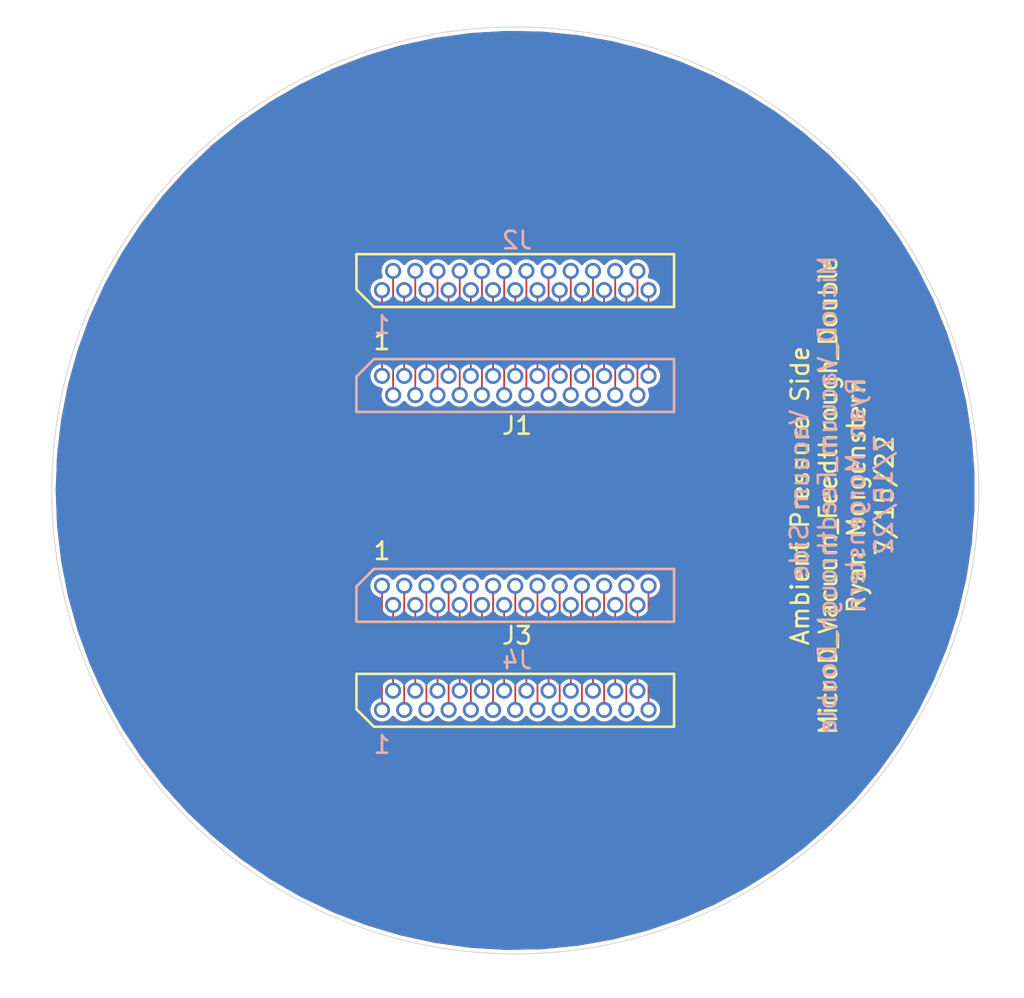
<source format=kicad_pcb>
(kicad_pcb (version 20171130) (host pcbnew "(5.1.10)-1")

  (general
    (thickness 1.6)
    (drawings 6)
    (tracks 51)
    (zones 0)
    (modules 4)
    (nets 51)
  )

  (page A4)
  (layers
    (0 F.Cu signal)
    (1 In1.Cu signal)
    (2 In2.Cu signal)
    (31 B.Cu signal)
    (32 B.Adhes user)
    (33 F.Adhes user)
    (34 B.Paste user)
    (35 F.Paste user)
    (36 B.SilkS user)
    (37 F.SilkS user)
    (38 B.Mask user)
    (39 F.Mask user)
    (40 Dwgs.User user)
    (41 Cmts.User user)
    (42 Eco1.User user)
    (43 Eco2.User user)
    (44 Edge.Cuts user)
    (45 Margin user)
    (46 B.CrtYd user)
    (47 F.CrtYd user)
    (48 B.Fab user)
    (49 F.Fab user)
  )

  (setup
    (last_trace_width 0.1)
    (user_trace_width 0.1)
    (trace_clearance 0.09)
    (zone_clearance 0.508)
    (zone_45_only no)
    (trace_min 0.09)
    (via_size 0.8)
    (via_drill 0.4)
    (via_min_size 0.4)
    (via_min_drill 0.3)
    (uvia_size 0.3)
    (uvia_drill 0.1)
    (uvias_allowed no)
    (uvia_min_size 0.2)
    (uvia_min_drill 0.1)
    (edge_width 0.05)
    (segment_width 0.2)
    (pcb_text_width 0.3)
    (pcb_text_size 1.5 1.5)
    (mod_edge_width 0.12)
    (mod_text_size 1 1)
    (mod_text_width 0.15)
    (pad_size 1.524 1.524)
    (pad_drill 0.762)
    (pad_to_mask_clearance 0)
    (aux_axis_origin 0 0)
    (visible_elements 7FFFFFFF)
    (pcbplotparams
      (layerselection 0x010fc_ffffffff)
      (usegerberextensions false)
      (usegerberattributes true)
      (usegerberadvancedattributes true)
      (creategerberjobfile true)
      (excludeedgelayer true)
      (linewidth 0.100000)
      (plotframeref false)
      (viasonmask false)
      (mode 1)
      (useauxorigin false)
      (hpglpennumber 1)
      (hpglpenspeed 20)
      (hpglpendiameter 15.000000)
      (psnegative false)
      (psa4output false)
      (plotreference true)
      (plotvalue true)
      (plotinvisibletext false)
      (padsonsilk false)
      (subtractmaskfromsilk false)
      (outputformat 1)
      (mirror false)
      (drillshape 0)
      (scaleselection 1)
      (outputdirectory "gerber/"))
  )

  (net 0 "")
  (net 1 "Net-(J1-Pad1)")
  (net 2 "Net-(J1-Pad14)")
  (net 3 "Net-(J1-Pad2)")
  (net 4 "Net-(J1-Pad15)")
  (net 5 "Net-(J1-Pad3)")
  (net 6 "Net-(J1-Pad16)")
  (net 7 "Net-(J1-Pad4)")
  (net 8 "Net-(J1-Pad17)")
  (net 9 "Net-(J1-Pad5)")
  (net 10 "Net-(J1-Pad18)")
  (net 11 "Net-(J1-Pad6)")
  (net 12 "Net-(J1-Pad19)")
  (net 13 "Net-(J1-Pad7)")
  (net 14 "Net-(J1-Pad20)")
  (net 15 "Net-(J1-Pad8)")
  (net 16 "Net-(J1-Pad21)")
  (net 17 "Net-(J1-Pad9)")
  (net 18 "Net-(J1-Pad22)")
  (net 19 "Net-(J1-Pad10)")
  (net 20 "Net-(J1-Pad23)")
  (net 21 "Net-(J1-Pad11)")
  (net 22 "Net-(J1-Pad24)")
  (net 23 "Net-(J1-Pad12)")
  (net 24 "Net-(J1-Pad25)")
  (net 25 "Net-(J1-Pad13)")
  (net 26 "Net-(J3-Pad1)")
  (net 27 "Net-(J3-Pad14)")
  (net 28 "Net-(J3-Pad2)")
  (net 29 "Net-(J3-Pad15)")
  (net 30 "Net-(J3-Pad3)")
  (net 31 "Net-(J3-Pad16)")
  (net 32 "Net-(J3-Pad4)")
  (net 33 "Net-(J3-Pad17)")
  (net 34 "Net-(J3-Pad5)")
  (net 35 "Net-(J3-Pad18)")
  (net 36 "Net-(J3-Pad6)")
  (net 37 "Net-(J3-Pad19)")
  (net 38 "Net-(J3-Pad7)")
  (net 39 "Net-(J3-Pad20)")
  (net 40 "Net-(J3-Pad8)")
  (net 41 "Net-(J3-Pad21)")
  (net 42 "Net-(J3-Pad9)")
  (net 43 "Net-(J3-Pad22)")
  (net 44 "Net-(J3-Pad10)")
  (net 45 "Net-(J3-Pad23)")
  (net 46 "Net-(J3-Pad11)")
  (net 47 "Net-(J3-Pad24)")
  (net 48 "Net-(J3-Pad12)")
  (net 49 "Net-(J3-Pad25)")
  (net 50 "Net-(J3-Pad13)")

  (net_class Default "This is the default net class."
    (clearance 0.09)
    (trace_width 0.09)
    (via_dia 0.8)
    (via_drill 0.4)
    (uvia_dia 0.3)
    (uvia_drill 0.1)
    (add_net "Net-(J1-Pad1)")
    (add_net "Net-(J1-Pad10)")
    (add_net "Net-(J1-Pad11)")
    (add_net "Net-(J1-Pad12)")
    (add_net "Net-(J1-Pad13)")
    (add_net "Net-(J1-Pad14)")
    (add_net "Net-(J1-Pad15)")
    (add_net "Net-(J1-Pad16)")
    (add_net "Net-(J1-Pad17)")
    (add_net "Net-(J1-Pad18)")
    (add_net "Net-(J1-Pad19)")
    (add_net "Net-(J1-Pad2)")
    (add_net "Net-(J1-Pad20)")
    (add_net "Net-(J1-Pad21)")
    (add_net "Net-(J1-Pad22)")
    (add_net "Net-(J1-Pad23)")
    (add_net "Net-(J1-Pad24)")
    (add_net "Net-(J1-Pad25)")
    (add_net "Net-(J1-Pad3)")
    (add_net "Net-(J1-Pad4)")
    (add_net "Net-(J1-Pad5)")
    (add_net "Net-(J1-Pad6)")
    (add_net "Net-(J1-Pad7)")
    (add_net "Net-(J1-Pad8)")
    (add_net "Net-(J1-Pad9)")
    (add_net "Net-(J3-Pad1)")
    (add_net "Net-(J3-Pad10)")
    (add_net "Net-(J3-Pad11)")
    (add_net "Net-(J3-Pad12)")
    (add_net "Net-(J3-Pad13)")
    (add_net "Net-(J3-Pad14)")
    (add_net "Net-(J3-Pad15)")
    (add_net "Net-(J3-Pad16)")
    (add_net "Net-(J3-Pad17)")
    (add_net "Net-(J3-Pad18)")
    (add_net "Net-(J3-Pad19)")
    (add_net "Net-(J3-Pad2)")
    (add_net "Net-(J3-Pad20)")
    (add_net "Net-(J3-Pad21)")
    (add_net "Net-(J3-Pad22)")
    (add_net "Net-(J3-Pad23)")
    (add_net "Net-(J3-Pad24)")
    (add_net "Net-(J3-Pad25)")
    (add_net "Net-(J3-Pad3)")
    (add_net "Net-(J3-Pad4)")
    (add_net "Net-(J3-Pad5)")
    (add_net "Net-(J3-Pad6)")
    (add_net "Net-(J3-Pad7)")
    (add_net "Net-(J3-Pad8)")
    (add_net "Net-(J3-Pad9)")
  )

  (module 0_Double_MicroD_25_Gateway:Norcomp-380-025-113L001-microd_Updated (layer B.Cu) (tedit 60E5E368) (tstamp 62D21552)
    (at 0 12)
    (tags "380-025-213L001 ")
    (path /62D2A3EF)
    (fp_text reference J4 (at 0.1 -2.3) (layer B.SilkS)
      (effects (font (size 1 1) (thickness 0.15)) (justify mirror))
    )
    (fp_text value DB25_Female (at 5.35 -2.55) (layer B.Fab)
      (effects (font (size 1 1) (thickness 0.15)) (justify mirror))
    )
    (fp_line (start -14.85 3.675) (end -14.85 -3.675) (layer B.CrtYd) (width 0.15))
    (fp_line (start 14.85 3.675) (end -14.85 3.675) (layer B.CrtYd) (width 0.15))
    (fp_line (start 14.85 -3.675) (end 14.85 3.675) (layer B.CrtYd) (width 0.15))
    (fp_line (start -14.85 -3.675) (end 14.85 -3.675) (layer B.CrtYd) (width 0.15))
    (fp_line (start 9.08 1.51) (end -8.08 1.51) (layer F.SilkS) (width 0.15))
    (fp_line (start 9.08 -1.51) (end 9.08 1.51) (layer F.SilkS) (width 0.15))
    (fp_line (start -9.08 -1.51) (end 9.08 -1.51) (layer F.SilkS) (width 0.15))
    (fp_line (start -9.08 0.51) (end -9.08 -1.51) (layer F.SilkS) (width 0.15))
    (fp_line (start -8.08 1.51) (end -9.08 0.51) (layer F.SilkS) (width 0.15))
    (fp_text user 1 (at -7.62 2.54) (layer B.SilkS)
      (effects (font (size 1 1) (thickness 0.15)) (justify mirror))
    )
    (fp_text user "Male / Plug" (at 0 2.54) (layer B.Fab)
      (effects (font (size 1.2 1.2) (thickness 0.15)) (justify mirror))
    )
    (pad 1 thru_hole oval (at -7.62 0.55) (size 0.92 0.92) (drill 0.61) (layers *.Cu *.Mask)
      (net 26 "Net-(J3-Pad1)"))
    (pad 14 thru_hole oval (at -6.985 -0.55) (size 0.92 0.92) (drill 0.61) (layers *.Cu *.Mask)
      (net 27 "Net-(J3-Pad14)"))
    (pad 2 thru_hole oval (at -6.35 0.55) (size 0.92 0.92) (drill 0.61) (layers *.Cu *.Mask)
      (net 28 "Net-(J3-Pad2)"))
    (pad 15 thru_hole oval (at -5.715 -0.55) (size 0.92 0.92) (drill 0.61) (layers *.Cu *.Mask)
      (net 29 "Net-(J3-Pad15)"))
    (pad 3 thru_hole oval (at -5.08 0.55) (size 0.92 0.92) (drill 0.61) (layers *.Cu *.Mask)
      (net 30 "Net-(J3-Pad3)"))
    (pad 16 thru_hole oval (at -4.445 -0.55) (size 0.92 0.92) (drill 0.61) (layers *.Cu *.Mask)
      (net 31 "Net-(J3-Pad16)"))
    (pad 4 thru_hole oval (at -3.81 0.55) (size 0.92 0.92) (drill 0.61) (layers *.Cu *.Mask)
      (net 32 "Net-(J3-Pad4)"))
    (pad 17 thru_hole oval (at -3.175 -0.55) (size 0.92 0.92) (drill 0.61) (layers *.Cu *.Mask)
      (net 33 "Net-(J3-Pad17)"))
    (pad 5 thru_hole oval (at -2.54 0.55) (size 0.92 0.92) (drill 0.61) (layers *.Cu *.Mask)
      (net 34 "Net-(J3-Pad5)"))
    (pad 18 thru_hole oval (at -1.905 -0.55) (size 0.92 0.92) (drill 0.61) (layers *.Cu *.Mask)
      (net 35 "Net-(J3-Pad18)"))
    (pad 6 thru_hole oval (at -1.27 0.55) (size 0.92 0.92) (drill 0.61) (layers *.Cu *.Mask)
      (net 36 "Net-(J3-Pad6)"))
    (pad 19 thru_hole oval (at -0.635 -0.55) (size 0.92 0.92) (drill 0.61) (layers *.Cu *.Mask)
      (net 37 "Net-(J3-Pad19)"))
    (pad 7 thru_hole oval (at 0 0.55) (size 0.92 0.92) (drill 0.61) (layers *.Cu *.Mask)
      (net 38 "Net-(J3-Pad7)"))
    (pad 20 thru_hole oval (at 0.635 -0.55) (size 0.92 0.92) (drill 0.61) (layers *.Cu *.Mask)
      (net 39 "Net-(J3-Pad20)"))
    (pad 8 thru_hole oval (at 1.27 0.55) (size 0.92 0.92) (drill 0.61) (layers *.Cu *.Mask)
      (net 40 "Net-(J3-Pad8)"))
    (pad 21 thru_hole oval (at 1.905 -0.55) (size 0.92 0.92) (drill 0.61) (layers *.Cu *.Mask)
      (net 41 "Net-(J3-Pad21)"))
    (pad 9 thru_hole oval (at 2.54 0.55) (size 0.92 0.92) (drill 0.61) (layers *.Cu *.Mask)
      (net 42 "Net-(J3-Pad9)"))
    (pad 22 thru_hole oval (at 3.175 -0.55) (size 0.92 0.92) (drill 0.61) (layers *.Cu *.Mask)
      (net 43 "Net-(J3-Pad22)"))
    (pad 10 thru_hole oval (at 3.81 0.55) (size 0.92 0.92) (drill 0.61) (layers *.Cu *.Mask)
      (net 44 "Net-(J3-Pad10)"))
    (pad 23 thru_hole oval (at 4.445 -0.55) (size 0.92 0.92) (drill 0.61) (layers *.Cu *.Mask)
      (net 45 "Net-(J3-Pad23)"))
    (pad 11 thru_hole oval (at 5.08 0.55) (size 0.92 0.92) (drill 0.61) (layers *.Cu *.Mask)
      (net 46 "Net-(J3-Pad11)"))
    (pad 24 thru_hole oval (at 5.715 -0.55) (size 0.92 0.92) (drill 0.61) (layers *.Cu *.Mask)
      (net 47 "Net-(J3-Pad24)"))
    (pad 12 thru_hole oval (at 6.35 0.55) (size 0.92 0.92) (drill 0.61) (layers *.Cu *.Mask)
      (net 48 "Net-(J3-Pad12)"))
    (pad 25 thru_hole oval (at 6.985 -0.55) (size 0.92 0.92) (drill 0.61) (layers *.Cu *.Mask)
      (net 49 "Net-(J3-Pad25)"))
    (pad 13 thru_hole oval (at 7.62 0.55) (size 0.92 0.92) (drill 0.61) (layers *.Cu *.Mask)
      (net 50 "Net-(J3-Pad13)"))
    (model ${KIPRJMOD}/Double_MicroD_25_Gateway.pretty/380-025-213L001.STEP
      (offset (xyz 0 3.7 -10.2))
      (scale (xyz 1 1 1))
      (rotate (xyz 180 0 180))
    )
  )

  (module 0_Double_MicroD_25_Gateway:Norcomp-380-025-113L001-microd_Updated (layer F.Cu) (tedit 60E5E368) (tstamp 62D2152A)
    (at 0 6)
    (tags "380-025-213L001 ")
    (path /62D2A3F5)
    (fp_text reference J3 (at 0.1 2.3) (layer F.SilkS)
      (effects (font (size 1 1) (thickness 0.15)))
    )
    (fp_text value DB25_Female (at 5.35 2.55) (layer F.Fab)
      (effects (font (size 1 1) (thickness 0.15)))
    )
    (fp_line (start -14.85 -3.675) (end -14.85 3.675) (layer F.CrtYd) (width 0.15))
    (fp_line (start 14.85 -3.675) (end -14.85 -3.675) (layer F.CrtYd) (width 0.15))
    (fp_line (start 14.85 3.675) (end 14.85 -3.675) (layer F.CrtYd) (width 0.15))
    (fp_line (start -14.85 3.675) (end 14.85 3.675) (layer F.CrtYd) (width 0.15))
    (fp_line (start 9.08 -1.51) (end -8.08 -1.51) (layer B.SilkS) (width 0.15))
    (fp_line (start 9.08 1.51) (end 9.08 -1.51) (layer B.SilkS) (width 0.15))
    (fp_line (start -9.08 1.51) (end 9.08 1.51) (layer B.SilkS) (width 0.15))
    (fp_line (start -9.08 -0.51) (end -9.08 1.51) (layer B.SilkS) (width 0.15))
    (fp_line (start -8.08 -1.51) (end -9.08 -0.51) (layer B.SilkS) (width 0.15))
    (fp_text user 1 (at -7.62 -2.54) (layer F.SilkS)
      (effects (font (size 1 1) (thickness 0.15)))
    )
    (fp_text user "Male / Plug" (at 0 -2.54) (layer F.Fab)
      (effects (font (size 1.2 1.2) (thickness 0.15)))
    )
    (pad 1 thru_hole oval (at -7.62 -0.55) (size 0.92 0.92) (drill 0.61) (layers *.Cu *.Mask)
      (net 26 "Net-(J3-Pad1)"))
    (pad 14 thru_hole oval (at -6.985 0.55) (size 0.92 0.92) (drill 0.61) (layers *.Cu *.Mask)
      (net 27 "Net-(J3-Pad14)"))
    (pad 2 thru_hole oval (at -6.35 -0.55) (size 0.92 0.92) (drill 0.61) (layers *.Cu *.Mask)
      (net 28 "Net-(J3-Pad2)"))
    (pad 15 thru_hole oval (at -5.715 0.55) (size 0.92 0.92) (drill 0.61) (layers *.Cu *.Mask)
      (net 29 "Net-(J3-Pad15)"))
    (pad 3 thru_hole oval (at -5.08 -0.55) (size 0.92 0.92) (drill 0.61) (layers *.Cu *.Mask)
      (net 30 "Net-(J3-Pad3)"))
    (pad 16 thru_hole oval (at -4.445 0.55) (size 0.92 0.92) (drill 0.61) (layers *.Cu *.Mask)
      (net 31 "Net-(J3-Pad16)"))
    (pad 4 thru_hole oval (at -3.81 -0.55) (size 0.92 0.92) (drill 0.61) (layers *.Cu *.Mask)
      (net 32 "Net-(J3-Pad4)"))
    (pad 17 thru_hole oval (at -3.175 0.55) (size 0.92 0.92) (drill 0.61) (layers *.Cu *.Mask)
      (net 33 "Net-(J3-Pad17)"))
    (pad 5 thru_hole oval (at -2.54 -0.55) (size 0.92 0.92) (drill 0.61) (layers *.Cu *.Mask)
      (net 34 "Net-(J3-Pad5)"))
    (pad 18 thru_hole oval (at -1.905 0.55) (size 0.92 0.92) (drill 0.61) (layers *.Cu *.Mask)
      (net 35 "Net-(J3-Pad18)"))
    (pad 6 thru_hole oval (at -1.27 -0.55) (size 0.92 0.92) (drill 0.61) (layers *.Cu *.Mask)
      (net 36 "Net-(J3-Pad6)"))
    (pad 19 thru_hole oval (at -0.635 0.55) (size 0.92 0.92) (drill 0.61) (layers *.Cu *.Mask)
      (net 37 "Net-(J3-Pad19)"))
    (pad 7 thru_hole oval (at 0 -0.55) (size 0.92 0.92) (drill 0.61) (layers *.Cu *.Mask)
      (net 38 "Net-(J3-Pad7)"))
    (pad 20 thru_hole oval (at 0.635 0.55) (size 0.92 0.92) (drill 0.61) (layers *.Cu *.Mask)
      (net 39 "Net-(J3-Pad20)"))
    (pad 8 thru_hole oval (at 1.27 -0.55) (size 0.92 0.92) (drill 0.61) (layers *.Cu *.Mask)
      (net 40 "Net-(J3-Pad8)"))
    (pad 21 thru_hole oval (at 1.905 0.55) (size 0.92 0.92) (drill 0.61) (layers *.Cu *.Mask)
      (net 41 "Net-(J3-Pad21)"))
    (pad 9 thru_hole oval (at 2.54 -0.55) (size 0.92 0.92) (drill 0.61) (layers *.Cu *.Mask)
      (net 42 "Net-(J3-Pad9)"))
    (pad 22 thru_hole oval (at 3.175 0.55) (size 0.92 0.92) (drill 0.61) (layers *.Cu *.Mask)
      (net 43 "Net-(J3-Pad22)"))
    (pad 10 thru_hole oval (at 3.81 -0.55) (size 0.92 0.92) (drill 0.61) (layers *.Cu *.Mask)
      (net 44 "Net-(J3-Pad10)"))
    (pad 23 thru_hole oval (at 4.445 0.55) (size 0.92 0.92) (drill 0.61) (layers *.Cu *.Mask)
      (net 45 "Net-(J3-Pad23)"))
    (pad 11 thru_hole oval (at 5.08 -0.55) (size 0.92 0.92) (drill 0.61) (layers *.Cu *.Mask)
      (net 46 "Net-(J3-Pad11)"))
    (pad 24 thru_hole oval (at 5.715 0.55) (size 0.92 0.92) (drill 0.61) (layers *.Cu *.Mask)
      (net 47 "Net-(J3-Pad24)"))
    (pad 12 thru_hole oval (at 6.35 -0.55) (size 0.92 0.92) (drill 0.61) (layers *.Cu *.Mask)
      (net 48 "Net-(J3-Pad12)"))
    (pad 25 thru_hole oval (at 6.985 0.55) (size 0.92 0.92) (drill 0.61) (layers *.Cu *.Mask)
      (net 49 "Net-(J3-Pad25)"))
    (pad 13 thru_hole oval (at 7.62 -0.55) (size 0.92 0.92) (drill 0.61) (layers *.Cu *.Mask)
      (net 50 "Net-(J3-Pad13)"))
    (model ${KIPRJMOD}/Double_MicroD_25_Gateway.pretty/380-025-213L001.STEP
      (offset (xyz 0 3.7 -10.2))
      (scale (xyz 1 1 1))
      (rotate (xyz 180 0 180))
    )
  )

  (module 0_Double_MicroD_25_Gateway:Norcomp-380-025-113L001-microd_Updated (layer B.Cu) (tedit 60E5E368) (tstamp 62D21502)
    (at 0 -12)
    (tags "380-025-213L001 ")
    (path /62D1ADAB)
    (fp_text reference J2 (at 0.1 -2.3) (layer B.SilkS)
      (effects (font (size 1 1) (thickness 0.15)) (justify mirror))
    )
    (fp_text value DB25_Female (at 5.35 -2.55) (layer B.Fab)
      (effects (font (size 1 1) (thickness 0.15)) (justify mirror))
    )
    (fp_line (start -14.85 3.675) (end -14.85 -3.675) (layer B.CrtYd) (width 0.15))
    (fp_line (start 14.85 3.675) (end -14.85 3.675) (layer B.CrtYd) (width 0.15))
    (fp_line (start 14.85 -3.675) (end 14.85 3.675) (layer B.CrtYd) (width 0.15))
    (fp_line (start -14.85 -3.675) (end 14.85 -3.675) (layer B.CrtYd) (width 0.15))
    (fp_line (start 9.08 1.51) (end -8.08 1.51) (layer F.SilkS) (width 0.15))
    (fp_line (start 9.08 -1.51) (end 9.08 1.51) (layer F.SilkS) (width 0.15))
    (fp_line (start -9.08 -1.51) (end 9.08 -1.51) (layer F.SilkS) (width 0.15))
    (fp_line (start -9.08 0.51) (end -9.08 -1.51) (layer F.SilkS) (width 0.15))
    (fp_line (start -8.08 1.51) (end -9.08 0.51) (layer F.SilkS) (width 0.15))
    (fp_text user 1 (at -7.62 2.54) (layer B.SilkS)
      (effects (font (size 1 1) (thickness 0.15)) (justify mirror))
    )
    (fp_text user "Male / Plug" (at 0 2.54) (layer B.Fab)
      (effects (font (size 1.2 1.2) (thickness 0.15)) (justify mirror))
    )
    (pad 1 thru_hole oval (at -7.62 0.55) (size 0.92 0.92) (drill 0.61) (layers *.Cu *.Mask)
      (net 1 "Net-(J1-Pad1)"))
    (pad 14 thru_hole oval (at -6.985 -0.55) (size 0.92 0.92) (drill 0.61) (layers *.Cu *.Mask)
      (net 2 "Net-(J1-Pad14)"))
    (pad 2 thru_hole oval (at -6.35 0.55) (size 0.92 0.92) (drill 0.61) (layers *.Cu *.Mask)
      (net 3 "Net-(J1-Pad2)"))
    (pad 15 thru_hole oval (at -5.715 -0.55) (size 0.92 0.92) (drill 0.61) (layers *.Cu *.Mask)
      (net 4 "Net-(J1-Pad15)"))
    (pad 3 thru_hole oval (at -5.08 0.55) (size 0.92 0.92) (drill 0.61) (layers *.Cu *.Mask)
      (net 5 "Net-(J1-Pad3)"))
    (pad 16 thru_hole oval (at -4.445 -0.55) (size 0.92 0.92) (drill 0.61) (layers *.Cu *.Mask)
      (net 6 "Net-(J1-Pad16)"))
    (pad 4 thru_hole oval (at -3.81 0.55) (size 0.92 0.92) (drill 0.61) (layers *.Cu *.Mask)
      (net 7 "Net-(J1-Pad4)"))
    (pad 17 thru_hole oval (at -3.175 -0.55) (size 0.92 0.92) (drill 0.61) (layers *.Cu *.Mask)
      (net 8 "Net-(J1-Pad17)"))
    (pad 5 thru_hole oval (at -2.54 0.55) (size 0.92 0.92) (drill 0.61) (layers *.Cu *.Mask)
      (net 9 "Net-(J1-Pad5)"))
    (pad 18 thru_hole oval (at -1.905 -0.55) (size 0.92 0.92) (drill 0.61) (layers *.Cu *.Mask)
      (net 10 "Net-(J1-Pad18)"))
    (pad 6 thru_hole oval (at -1.27 0.55) (size 0.92 0.92) (drill 0.61) (layers *.Cu *.Mask)
      (net 11 "Net-(J1-Pad6)"))
    (pad 19 thru_hole oval (at -0.635 -0.55) (size 0.92 0.92) (drill 0.61) (layers *.Cu *.Mask)
      (net 12 "Net-(J1-Pad19)"))
    (pad 7 thru_hole oval (at 0 0.55) (size 0.92 0.92) (drill 0.61) (layers *.Cu *.Mask)
      (net 13 "Net-(J1-Pad7)"))
    (pad 20 thru_hole oval (at 0.635 -0.55) (size 0.92 0.92) (drill 0.61) (layers *.Cu *.Mask)
      (net 14 "Net-(J1-Pad20)"))
    (pad 8 thru_hole oval (at 1.27 0.55) (size 0.92 0.92) (drill 0.61) (layers *.Cu *.Mask)
      (net 15 "Net-(J1-Pad8)"))
    (pad 21 thru_hole oval (at 1.905 -0.55) (size 0.92 0.92) (drill 0.61) (layers *.Cu *.Mask)
      (net 16 "Net-(J1-Pad21)"))
    (pad 9 thru_hole oval (at 2.54 0.55) (size 0.92 0.92) (drill 0.61) (layers *.Cu *.Mask)
      (net 17 "Net-(J1-Pad9)"))
    (pad 22 thru_hole oval (at 3.175 -0.55) (size 0.92 0.92) (drill 0.61) (layers *.Cu *.Mask)
      (net 18 "Net-(J1-Pad22)"))
    (pad 10 thru_hole oval (at 3.81 0.55) (size 0.92 0.92) (drill 0.61) (layers *.Cu *.Mask)
      (net 19 "Net-(J1-Pad10)"))
    (pad 23 thru_hole oval (at 4.445 -0.55) (size 0.92 0.92) (drill 0.61) (layers *.Cu *.Mask)
      (net 20 "Net-(J1-Pad23)"))
    (pad 11 thru_hole oval (at 5.08 0.55) (size 0.92 0.92) (drill 0.61) (layers *.Cu *.Mask)
      (net 21 "Net-(J1-Pad11)"))
    (pad 24 thru_hole oval (at 5.715 -0.55) (size 0.92 0.92) (drill 0.61) (layers *.Cu *.Mask)
      (net 22 "Net-(J1-Pad24)"))
    (pad 12 thru_hole oval (at 6.35 0.55) (size 0.92 0.92) (drill 0.61) (layers *.Cu *.Mask)
      (net 23 "Net-(J1-Pad12)"))
    (pad 25 thru_hole oval (at 6.985 -0.55) (size 0.92 0.92) (drill 0.61) (layers *.Cu *.Mask)
      (net 24 "Net-(J1-Pad25)"))
    (pad 13 thru_hole oval (at 7.62 0.55) (size 0.92 0.92) (drill 0.61) (layers *.Cu *.Mask)
      (net 25 "Net-(J1-Pad13)"))
    (model ${KIPRJMOD}/Double_MicroD_25_Gateway.pretty/380-025-213L001.STEP
      (offset (xyz 0 3.7 -10.2))
      (scale (xyz 1 1 1))
      (rotate (xyz 180 0 180))
    )
  )

  (module 0_Double_MicroD_25_Gateway:Norcomp-380-025-113L001-microd_Updated (layer F.Cu) (tedit 60E5E368) (tstamp 62D214DA)
    (at 0 -6)
    (tags "380-025-213L001 ")
    (path /62D21D3E)
    (fp_text reference J1 (at 0.1 2.3) (layer F.SilkS)
      (effects (font (size 1 1) (thickness 0.15)))
    )
    (fp_text value DB25_Female (at 5.35 2.55) (layer F.Fab)
      (effects (font (size 1 1) (thickness 0.15)))
    )
    (fp_line (start -14.85 -3.675) (end -14.85 3.675) (layer F.CrtYd) (width 0.15))
    (fp_line (start 14.85 -3.675) (end -14.85 -3.675) (layer F.CrtYd) (width 0.15))
    (fp_line (start 14.85 3.675) (end 14.85 -3.675) (layer F.CrtYd) (width 0.15))
    (fp_line (start -14.85 3.675) (end 14.85 3.675) (layer F.CrtYd) (width 0.15))
    (fp_line (start 9.08 -1.51) (end -8.08 -1.51) (layer B.SilkS) (width 0.15))
    (fp_line (start 9.08 1.51) (end 9.08 -1.51) (layer B.SilkS) (width 0.15))
    (fp_line (start -9.08 1.51) (end 9.08 1.51) (layer B.SilkS) (width 0.15))
    (fp_line (start -9.08 -0.51) (end -9.08 1.51) (layer B.SilkS) (width 0.15))
    (fp_line (start -8.08 -1.51) (end -9.08 -0.51) (layer B.SilkS) (width 0.15))
    (fp_text user 1 (at -7.62 -2.54) (layer F.SilkS)
      (effects (font (size 1 1) (thickness 0.15)))
    )
    (fp_text user "Male / Plug" (at 0 -2.54) (layer F.Fab)
      (effects (font (size 1.2 1.2) (thickness 0.15)))
    )
    (pad 1 thru_hole oval (at -7.62 -0.55) (size 0.92 0.92) (drill 0.61) (layers *.Cu *.Mask)
      (net 1 "Net-(J1-Pad1)"))
    (pad 14 thru_hole oval (at -6.985 0.55) (size 0.92 0.92) (drill 0.61) (layers *.Cu *.Mask)
      (net 2 "Net-(J1-Pad14)"))
    (pad 2 thru_hole oval (at -6.35 -0.55) (size 0.92 0.92) (drill 0.61) (layers *.Cu *.Mask)
      (net 3 "Net-(J1-Pad2)"))
    (pad 15 thru_hole oval (at -5.715 0.55) (size 0.92 0.92) (drill 0.61) (layers *.Cu *.Mask)
      (net 4 "Net-(J1-Pad15)"))
    (pad 3 thru_hole oval (at -5.08 -0.55) (size 0.92 0.92) (drill 0.61) (layers *.Cu *.Mask)
      (net 5 "Net-(J1-Pad3)"))
    (pad 16 thru_hole oval (at -4.445 0.55) (size 0.92 0.92) (drill 0.61) (layers *.Cu *.Mask)
      (net 6 "Net-(J1-Pad16)"))
    (pad 4 thru_hole oval (at -3.81 -0.55) (size 0.92 0.92) (drill 0.61) (layers *.Cu *.Mask)
      (net 7 "Net-(J1-Pad4)"))
    (pad 17 thru_hole oval (at -3.175 0.55) (size 0.92 0.92) (drill 0.61) (layers *.Cu *.Mask)
      (net 8 "Net-(J1-Pad17)"))
    (pad 5 thru_hole oval (at -2.54 -0.55) (size 0.92 0.92) (drill 0.61) (layers *.Cu *.Mask)
      (net 9 "Net-(J1-Pad5)"))
    (pad 18 thru_hole oval (at -1.905 0.55) (size 0.92 0.92) (drill 0.61) (layers *.Cu *.Mask)
      (net 10 "Net-(J1-Pad18)"))
    (pad 6 thru_hole oval (at -1.27 -0.55) (size 0.92 0.92) (drill 0.61) (layers *.Cu *.Mask)
      (net 11 "Net-(J1-Pad6)"))
    (pad 19 thru_hole oval (at -0.635 0.55) (size 0.92 0.92) (drill 0.61) (layers *.Cu *.Mask)
      (net 12 "Net-(J1-Pad19)"))
    (pad 7 thru_hole oval (at 0 -0.55) (size 0.92 0.92) (drill 0.61) (layers *.Cu *.Mask)
      (net 13 "Net-(J1-Pad7)"))
    (pad 20 thru_hole oval (at 0.635 0.55) (size 0.92 0.92) (drill 0.61) (layers *.Cu *.Mask)
      (net 14 "Net-(J1-Pad20)"))
    (pad 8 thru_hole oval (at 1.27 -0.55) (size 0.92 0.92) (drill 0.61) (layers *.Cu *.Mask)
      (net 15 "Net-(J1-Pad8)"))
    (pad 21 thru_hole oval (at 1.905 0.55) (size 0.92 0.92) (drill 0.61) (layers *.Cu *.Mask)
      (net 16 "Net-(J1-Pad21)"))
    (pad 9 thru_hole oval (at 2.54 -0.55) (size 0.92 0.92) (drill 0.61) (layers *.Cu *.Mask)
      (net 17 "Net-(J1-Pad9)"))
    (pad 22 thru_hole oval (at 3.175 0.55) (size 0.92 0.92) (drill 0.61) (layers *.Cu *.Mask)
      (net 18 "Net-(J1-Pad22)"))
    (pad 10 thru_hole oval (at 3.81 -0.55) (size 0.92 0.92) (drill 0.61) (layers *.Cu *.Mask)
      (net 19 "Net-(J1-Pad10)"))
    (pad 23 thru_hole oval (at 4.445 0.55) (size 0.92 0.92) (drill 0.61) (layers *.Cu *.Mask)
      (net 20 "Net-(J1-Pad23)"))
    (pad 11 thru_hole oval (at 5.08 -0.55) (size 0.92 0.92) (drill 0.61) (layers *.Cu *.Mask)
      (net 21 "Net-(J1-Pad11)"))
    (pad 24 thru_hole oval (at 5.715 0.55) (size 0.92 0.92) (drill 0.61) (layers *.Cu *.Mask)
      (net 22 "Net-(J1-Pad24)"))
    (pad 12 thru_hole oval (at 6.35 -0.55) (size 0.92 0.92) (drill 0.61) (layers *.Cu *.Mask)
      (net 23 "Net-(J1-Pad12)"))
    (pad 25 thru_hole oval (at 6.985 0.55) (size 0.92 0.92) (drill 0.61) (layers *.Cu *.Mask)
      (net 24 "Net-(J1-Pad25)"))
    (pad 13 thru_hole oval (at 7.62 -0.55) (size 0.92 0.92) (drill 0.61) (layers *.Cu *.Mask)
      (net 25 "Net-(J1-Pad13)"))
    (model ${KIPRJMOD}/Double_MicroD_25_Gateway.pretty/380-025-213L001.STEP
      (offset (xyz 0 3.7 -10.2))
      (scale (xyz 1 1 1))
      (rotate (xyz 180 0 180))
    )
  )

  (gr_text "Ambient Pressure Side\nMicroD_Vacuum_Feedthrough_Double\nRyan Morgenstern\n7/15/22" (at 18.7 0.3 90) (layer F.SilkS) (tstamp 62D21191)
    (effects (font (size 1 1) (thickness 0.15)))
  )
  (gr_text "Vacuum Side\nMicroD_Vacuum_Feedthrough_Double\nRyan Morgenstern\n7/15/22" (at 18.65 0.25 90) (layer B.SilkS) (tstamp 62D2118E)
    (effects (font (size 1 1) (thickness 0.15)) (justify mirror))
  )
  (gr_circle (center 0 0) (end 23.8 0) (layer Dwgs.User) (width 0.15) (tstamp 62D21194))
  (gr_circle (center 0 0) (end 26.5 0) (layer Edge.Cuts) (width 0.05) (tstamp 62D21197))
  (gr_circle (center 0 0) (end 25.4 0) (layer F.Mask) (width 3.2) (tstamp 62D2119D))
  (gr_circle (center 0 0) (end 25.4 0) (layer B.Mask) (width 3.2) (tstamp 62D2119A))

  (segment (start -7.62 -6.55) (end -7.62 -11.45) (width 0.1) (layer F.Cu) (net 1))
  (segment (start -6.985 -12.55) (end -6.985 -5.45) (width 0.1) (layer F.Cu) (net 2))
  (segment (start -6.35 -11.45) (end -6.35 -6.55) (width 0.1) (layer F.Cu) (net 3))
  (segment (start -5.715 -12.55) (end -5.715 -5.45) (width 0.1) (layer F.Cu) (net 4))
  (segment (start -5.08 -6.55) (end -5.08 -11.45) (width 0.1) (layer F.Cu) (net 5))
  (segment (start -4.445 -12.55) (end -4.445 -5.45) (width 0.1) (layer F.Cu) (net 6))
  (segment (start -3.81 -6.55) (end -3.81 -11.45) (width 0.1) (layer F.Cu) (net 7))
  (segment (start -3.175 -12.55) (end -3.175 -5.45) (width 0.1) (layer F.Cu) (net 8))
  (segment (start -2.54 -6.55) (end -2.54 -11.45) (width 0.1) (layer F.Cu) (net 9))
  (segment (start -1.905 -12.55) (end -1.905 -5.45) (width 0.1) (layer F.Cu) (net 10))
  (segment (start -1.27 -6.55) (end -1.27 -11.45) (width 0.1) (layer F.Cu) (net 11))
  (segment (start -0.635 -12.55) (end -0.635 -5.45) (width 0.1) (layer F.Cu) (net 12))
  (segment (start 0 -11.45) (end 0 -6.55) (width 0.1) (layer F.Cu) (net 13))
  (segment (start 0.635 -12.55) (end 0.635 -5.45) (width 0.1) (layer F.Cu) (net 14))
  (segment (start 1.27 -11.45) (end 1.27 -6.55) (width 0.1) (layer F.Cu) (net 15))
  (segment (start 1.905 -5.45) (end 1.905 -12.55) (width 0.1) (layer F.Cu) (net 16))
  (segment (start 2.54 -11.45) (end 2.54 -6.55) (width 0.1) (layer F.Cu) (net 17))
  (segment (start 3.175 -5.45) (end 3.175 -12.55) (width 0.1) (layer F.Cu) (net 18))
  (segment (start 3.81 -11.45) (end 3.81 -6.55) (width 0.1) (layer F.Cu) (net 19))
  (segment (start 4.445 -11.703002) (end 4.445 -12.55) (width 0.1) (layer F.Cu) (net 20))
  (segment (start 4.445 -5.45) (end 4.445 -11.703002) (width 0.1) (layer F.Cu) (net 20))
  (segment (start 5.08 -11.45) (end 5.08 -6.55) (width 0.1) (layer F.Cu) (net 21))
  (segment (start 5.715 -5.45) (end 5.715 -12.55) (width 0.1) (layer F.Cu) (net 22))
  (segment (start 6.35 -11.45) (end 6.35 -6.55) (width 0.1) (layer F.Cu) (net 23))
  (segment (start 6.985 -5.45) (end 6.985 -12.55) (width 0.1) (layer F.Cu) (net 24))
  (segment (start 7.62 -11.45) (end 7.62 -6.55) (width 0.1) (layer F.Cu) (net 25))
  (segment (start -7.62 5.45) (end -7.62 12.55) (width 0.1) (layer F.Cu) (net 26))
  (segment (start -6.985 11.45) (end -6.985 6.55) (width 0.1) (layer F.Cu) (net 27))
  (segment (start -6.35 5.45) (end -6.35 12.55) (width 0.1) (layer F.Cu) (net 28))
  (segment (start -5.715 11.45) (end -5.715 6.55) (width 0.1) (layer F.Cu) (net 29))
  (segment (start -5.08 12.55) (end -5.08 5.45) (width 0.1) (layer F.Cu) (net 30))
  (segment (start -4.445 6.55) (end -4.445 11.45) (width 0.1) (layer F.Cu) (net 31))
  (segment (start -3.81 5.45) (end -3.81 12.55) (width 0.1) (layer F.Cu) (net 32))
  (segment (start -3.175 11.45) (end -3.175 6.55) (width 0.1) (layer F.Cu) (net 33))
  (segment (start -2.54 5.45) (end -2.54 12.55) (width 0.1) (layer F.Cu) (net 34))
  (segment (start -1.905 11.45) (end -1.905 6.55) (width 0.1) (layer F.Cu) (net 35))
  (segment (start -1.27 5.45) (end -1.27 12.55) (width 0.1) (layer F.Cu) (net 36))
  (segment (start -0.635 11.45) (end -0.635 6.55) (width 0.1) (layer F.Cu) (net 37))
  (segment (start 0 5.45) (end 0 12.55) (width 0.1) (layer F.Cu) (net 38))
  (segment (start 0.635 11.45) (end 0.635 6.55) (width 0.1) (layer F.Cu) (net 39))
  (segment (start 1.27 5.45) (end 1.27 12.55) (width 0.1) (layer F.Cu) (net 40))
  (segment (start 1.905 11.45) (end 1.905 6.55) (width 0.1) (layer F.Cu) (net 41))
  (segment (start 2.54 5.45) (end 2.54 12.55) (width 0.1) (layer F.Cu) (net 42))
  (segment (start 3.175 11.45) (end 3.175 6.55) (width 0.1) (layer F.Cu) (net 43))
  (segment (start 3.81 5.45) (end 3.81 12.55) (width 0.1) (layer F.Cu) (net 44))
  (segment (start 4.445 11.45) (end 4.445 6.55) (width 0.1) (layer F.Cu) (net 45))
  (segment (start 5.08 5.45) (end 5.08 12.55) (width 0.1) (layer F.Cu) (net 46))
  (segment (start 5.715 11.45) (end 5.715 6.55) (width 0.1) (layer F.Cu) (net 47))
  (segment (start 6.35 5.45) (end 6.35 12.55) (width 0.1) (layer F.Cu) (net 48))
  (segment (start 6.985 11.45) (end 6.985 6.55) (width 0.1) (layer F.Cu) (net 49))
  (segment (start 7.62 5.45) (end 7.62 12.55) (width 0.1) (layer F.Cu) (net 50))

  (zone (net 0) (net_name "") (layer F.Cu) (tstamp 62D23F54) (hatch edge 0.508)
    (connect_pads (clearance 0.2))
    (min_thickness 0.254)
    (fill yes (arc_segments 32) (thermal_gap 0.508) (thermal_bridge_width 0.508))
    (polygon
      (pts
        (xy 29.1 27.6) (xy -27.9 27.6) (xy -27.9 -27.2) (xy 28 -27.2)
      )
    )
    (filled_polygon
      (pts
        (xy 1.520371 -26.103762) (xy 3.538643 -25.907449) (xy 5.535633 -25.555326) (xy 7.499331 -25.04951) (xy 9.417927 -24.393043)
        (xy 11.279883 -23.589874) (xy 13.074 -22.644832) (xy 14.789489 -21.563602) (xy 16.416031 -20.352686) (xy 17.943846 -19.019366)
        (xy 19.363745 -17.571662) (xy 20.667188 -16.018279) (xy 21.846335 -14.368561) (xy 22.894097 -12.632428) (xy 23.80417 -10.820323)
        (xy 24.571083 -8.943143) (xy 25.190222 -7.012177) (xy 25.657864 -5.03904) (xy 25.971197 -3.035598) (xy 26.128335 -1.013898)
        (xy 26.128335 1.013898) (xy 25.971197 3.035598) (xy 25.657864 5.03904) (xy 25.190222 7.012177) (xy 24.571083 8.943143)
        (xy 23.80417 10.820323) (xy 22.894097 12.632428) (xy 21.846335 14.368561) (xy 20.667188 16.018279) (xy 19.363745 17.571662)
        (xy 17.943846 19.019366) (xy 16.416031 20.352686) (xy 14.789489 21.563602) (xy 13.074 22.644832) (xy 11.279883 23.589874)
        (xy 9.417927 24.393043) (xy 7.499331 25.04951) (xy 5.535633 25.555326) (xy 3.538643 25.907449) (xy 1.520371 26.103762)
        (xy -0.507045 26.143083) (xy -2.531411 26.025178) (xy -4.540553 25.750753) (xy -6.522387 25.321461) (xy -8.464995 24.739882)
        (xy -10.356694 24.009515) (xy -12.186106 23.134751) (xy -13.94223 22.120853) (xy -15.614503 20.973917) (xy -17.192869 19.700842)
        (xy -18.667835 18.309283) (xy -20.03053 16.80761) (xy -21.27276 15.204855) (xy -22.387052 13.510655) (xy -23.366706 11.735201)
        (xy -24.20583 9.88917) (xy -24.899378 7.983664) (xy -25.443177 6.030144) (xy -25.572336 5.372487) (xy -8.407 5.372487)
        (xy -8.407 5.527513) (xy -8.376756 5.679559) (xy -8.31743 5.822784) (xy -8.231303 5.951683) (xy -8.121683 6.061303)
        (xy -7.997 6.144613) (xy -7.996999 11.855386) (xy -8.121683 11.938697) (xy -8.231303 12.048317) (xy -8.31743 12.177216)
        (xy -8.376756 12.320441) (xy -8.407 12.472487) (xy -8.407 12.627513) (xy -8.376756 12.779559) (xy -8.31743 12.922784)
        (xy -8.231303 13.051683) (xy -8.121683 13.161303) (xy -7.992784 13.24743) (xy -7.849559 13.306756) (xy -7.697513 13.337)
        (xy -7.542487 13.337) (xy -7.390441 13.306756) (xy -7.247216 13.24743) (xy -7.118317 13.161303) (xy -7.008697 13.051683)
        (xy -6.985 13.016218) (xy -6.961303 13.051683) (xy -6.851683 13.161303) (xy -6.722784 13.24743) (xy -6.579559 13.306756)
        (xy -6.427513 13.337) (xy -6.272487 13.337) (xy -6.120441 13.306756) (xy -5.977216 13.24743) (xy -5.848317 13.161303)
        (xy -5.738697 13.051683) (xy -5.715 13.016218) (xy -5.691303 13.051683) (xy -5.581683 13.161303) (xy -5.452784 13.24743)
        (xy -5.309559 13.306756) (xy -5.157513 13.337) (xy -5.002487 13.337) (xy -4.850441 13.306756) (xy -4.707216 13.24743)
        (xy -4.578317 13.161303) (xy -4.468697 13.051683) (xy -4.445 13.016218) (xy -4.421303 13.051683) (xy -4.311683 13.161303)
        (xy -4.182784 13.24743) (xy -4.039559 13.306756) (xy -3.887513 13.337) (xy -3.732487 13.337) (xy -3.580441 13.306756)
        (xy -3.437216 13.24743) (xy -3.308317 13.161303) (xy -3.198697 13.051683) (xy -3.175 13.016218) (xy -3.151303 13.051683)
        (xy -3.041683 13.161303) (xy -2.912784 13.24743) (xy -2.769559 13.306756) (xy -2.617513 13.337) (xy -2.462487 13.337)
        (xy -2.310441 13.306756) (xy -2.167216 13.24743) (xy -2.038317 13.161303) (xy -1.928697 13.051683) (xy -1.905 13.016218)
        (xy -1.881303 13.051683) (xy -1.771683 13.161303) (xy -1.642784 13.24743) (xy -1.499559 13.306756) (xy -1.347513 13.337)
        (xy -1.192487 13.337) (xy -1.040441 13.306756) (xy -0.897216 13.24743) (xy -0.768317 13.161303) (xy -0.658697 13.051683)
        (xy -0.635 13.016218) (xy -0.611303 13.051683) (xy -0.501683 13.161303) (xy -0.372784 13.24743) (xy -0.229559 13.306756)
        (xy -0.077513 13.337) (xy 0.077513 13.337) (xy 0.229559 13.306756) (xy 0.372784 13.24743) (xy 0.501683 13.161303)
        (xy 0.611303 13.051683) (xy 0.635 13.016218) (xy 0.658697 13.051683) (xy 0.768317 13.161303) (xy 0.897216 13.24743)
        (xy 1.040441 13.306756) (xy 1.192487 13.337) (xy 1.347513 13.337) (xy 1.499559 13.306756) (xy 1.642784 13.24743)
        (xy 1.771683 13.161303) (xy 1.881303 13.051683) (xy 1.905 13.016218) (xy 1.928697 13.051683) (xy 2.038317 13.161303)
        (xy 2.167216 13.24743) (xy 2.310441 13.306756) (xy 2.462487 13.337) (xy 2.617513 13.337) (xy 2.769559 13.306756)
        (xy 2.912784 13.24743) (xy 3.041683 13.161303) (xy 3.151303 13.051683) (xy 3.175 13.016218) (xy 3.198697 13.051683)
        (xy 3.308317 13.161303) (xy 3.437216 13.24743) (xy 3.580441 13.306756) (xy 3.732487 13.337) (xy 3.887513 13.337)
        (xy 4.039559 13.306756) (xy 4.182784 13.24743) (xy 4.311683 13.161303) (xy 4.421303 13.051683) (xy 4.445 13.016218)
        (xy 4.468697 13.051683) (xy 4.578317 13.161303) (xy 4.707216 13.24743) (xy 4.850441 13.306756) (xy 5.002487 13.337)
        (xy 5.157513 13.337) (xy 5.309559 13.306756) (xy 5.452784 13.24743) (xy 5.581683 13.161303) (xy 5.691303 13.051683)
        (xy 5.715 13.016218) (xy 5.738697 13.051683) (xy 5.848317 13.161303) (xy 5.977216 13.24743) (xy 6.120441 13.306756)
        (xy 6.272487 13.337) (xy 6.427513 13.337) (xy 6.579559 13.306756) (xy 6.722784 13.24743) (xy 6.851683 13.161303)
        (xy 6.961303 13.051683) (xy 6.985 13.016218) (xy 7.008697 13.051683) (xy 7.118317 13.161303) (xy 7.247216 13.24743)
        (xy 7.390441 13.306756) (xy 7.542487 13.337) (xy 7.697513 13.337) (xy 7.849559 13.306756) (xy 7.992784 13.24743)
        (xy 8.121683 13.161303) (xy 8.231303 13.051683) (xy 8.31743 12.922784) (xy 8.376756 12.779559) (xy 8.407 12.627513)
        (xy 8.407 12.472487) (xy 8.376756 12.320441) (xy 8.31743 12.177216) (xy 8.231303 12.048317) (xy 8.121683 11.938697)
        (xy 7.997 11.855387) (xy 7.997 6.144613) (xy 8.121683 6.061303) (xy 8.231303 5.951683) (xy 8.31743 5.822784)
        (xy 8.376756 5.679559) (xy 8.407 5.527513) (xy 8.407 5.372487) (xy 8.376756 5.220441) (xy 8.31743 5.077216)
        (xy 8.231303 4.948317) (xy 8.121683 4.838697) (xy 7.992784 4.75257) (xy 7.849559 4.693244) (xy 7.697513 4.663)
        (xy 7.542487 4.663) (xy 7.390441 4.693244) (xy 7.247216 4.75257) (xy 7.118317 4.838697) (xy 7.008697 4.948317)
        (xy 6.985 4.983782) (xy 6.961303 4.948317) (xy 6.851683 4.838697) (xy 6.722784 4.75257) (xy 6.579559 4.693244)
        (xy 6.427513 4.663) (xy 6.272487 4.663) (xy 6.120441 4.693244) (xy 5.977216 4.75257) (xy 5.848317 4.838697)
        (xy 5.738697 4.948317) (xy 5.715 4.983782) (xy 5.691303 4.948317) (xy 5.581683 4.838697) (xy 5.452784 4.75257)
        (xy 5.309559 4.693244) (xy 5.157513 4.663) (xy 5.002487 4.663) (xy 4.850441 4.693244) (xy 4.707216 4.75257)
        (xy 4.578317 4.838697) (xy 4.468697 4.948317) (xy 4.445 4.983782) (xy 4.421303 4.948317) (xy 4.311683 4.838697)
        (xy 4.182784 4.75257) (xy 4.039559 4.693244) (xy 3.887513 4.663) (xy 3.732487 4.663) (xy 3.580441 4.693244)
        (xy 3.437216 4.75257) (xy 3.308317 4.838697) (xy 3.198697 4.948317) (xy 3.175 4.983782) (xy 3.151303 4.948317)
        (xy 3.041683 4.838697) (xy 2.912784 4.75257) (xy 2.769559 4.693244) (xy 2.617513 4.663) (xy 2.462487 4.663)
        (xy 2.310441 4.693244) (xy 2.167216 4.75257) (xy 2.038317 4.838697) (xy 1.928697 4.948317) (xy 1.905 4.983782)
        (xy 1.881303 4.948317) (xy 1.771683 4.838697) (xy 1.642784 4.75257) (xy 1.499559 4.693244) (xy 1.347513 4.663)
        (xy 1.192487 4.663) (xy 1.040441 4.693244) (xy 0.897216 4.75257) (xy 0.768317 4.838697) (xy 0.658697 4.948317)
        (xy 0.635 4.983782) (xy 0.611303 4.948317) (xy 0.501683 4.838697) (xy 0.372784 4.75257) (xy 0.229559 4.693244)
        (xy 0.077513 4.663) (xy -0.077513 4.663) (xy -0.229559 4.693244) (xy -0.372784 4.75257) (xy -0.501683 4.838697)
        (xy -0.611303 4.948317) (xy -0.635 4.983782) (xy -0.658697 4.948317) (xy -0.768317 4.838697) (xy -0.897216 4.75257)
        (xy -1.040441 4.693244) (xy -1.192487 4.663) (xy -1.347513 4.663) (xy -1.499559 4.693244) (xy -1.642784 4.75257)
        (xy -1.771683 4.838697) (xy -1.881303 4.948317) (xy -1.905 4.983782) (xy -1.928697 4.948317) (xy -2.038317 4.838697)
        (xy -2.167216 4.75257) (xy -2.310441 4.693244) (xy -2.462487 4.663) (xy -2.617513 4.663) (xy -2.769559 4.693244)
        (xy -2.912784 4.75257) (xy -3.041683 4.838697) (xy -3.151303 4.948317) (xy -3.175 4.983782) (xy -3.198697 4.948317)
        (xy -3.308317 4.838697) (xy -3.437216 4.75257) (xy -3.580441 4.693244) (xy -3.732487 4.663) (xy -3.887513 4.663)
        (xy -4.039559 4.693244) (xy -4.182784 4.75257) (xy -4.311683 4.838697) (xy -4.421303 4.948317) (xy -4.445 4.983782)
        (xy -4.468697 4.948317) (xy -4.578317 4.838697) (xy -4.707216 4.75257) (xy -4.850441 4.693244) (xy -5.002487 4.663)
        (xy -5.157513 4.663) (xy -5.309559 4.693244) (xy -5.452784 4.75257) (xy -5.581683 4.838697) (xy -5.691303 4.948317)
        (xy -5.715 4.983782) (xy -5.738697 4.948317) (xy -5.848317 4.838697) (xy -5.977216 4.75257) (xy -6.120441 4.693244)
        (xy -6.272487 4.663) (xy -6.427513 4.663) (xy -6.579559 4.693244) (xy -6.722784 4.75257) (xy -6.851683 4.838697)
        (xy -6.961303 4.948317) (xy -6.985 4.983782) (xy -7.008697 4.948317) (xy -7.118317 4.838697) (xy -7.247216 4.75257)
        (xy -7.390441 4.693244) (xy -7.542487 4.663) (xy -7.697513 4.663) (xy -7.849559 4.693244) (xy -7.992784 4.75257)
        (xy -8.121683 4.838697) (xy -8.231303 4.948317) (xy -8.31743 5.077216) (xy -8.376756 5.220441) (xy -8.407 5.372487)
        (xy -25.572336 5.372487) (xy -25.833959 4.040357) (xy -26.069371 2.026272) (xy -26.148 0) (xy -26.069371 -2.026272)
        (xy -25.833959 -4.040357) (xy -25.443177 -6.030144) (xy -24.899378 -7.983664) (xy -24.20583 -9.88917) (xy -23.461112 -11.527513)
        (xy -8.407 -11.527513) (xy -8.407 -11.372487) (xy -8.376756 -11.220441) (xy -8.31743 -11.077216) (xy -8.231303 -10.948317)
        (xy -8.121683 -10.838697) (xy -7.996999 -10.755386) (xy -7.997 -7.244613) (xy -8.121683 -7.161303) (xy -8.231303 -7.051683)
        (xy -8.31743 -6.922784) (xy -8.376756 -6.779559) (xy -8.407 -6.627513) (xy -8.407 -6.472487) (xy -8.376756 -6.320441)
        (xy -8.31743 -6.177216) (xy -8.231303 -6.048317) (xy -8.121683 -5.938697) (xy -7.992784 -5.85257) (xy -7.849559 -5.793244)
        (xy -7.706457 -5.764779) (xy -7.741756 -5.679559) (xy -7.772 -5.527513) (xy -7.772 -5.372487) (xy -7.741756 -5.220441)
        (xy -7.68243 -5.077216) (xy -7.596303 -4.948317) (xy -7.486683 -4.838697) (xy -7.357784 -4.75257) (xy -7.214559 -4.693244)
        (xy -7.062513 -4.663) (xy -6.907487 -4.663) (xy -6.755441 -4.693244) (xy -6.612216 -4.75257) (xy -6.483317 -4.838697)
        (xy -6.373697 -4.948317) (xy -6.35 -4.983782) (xy -6.326303 -4.948317) (xy -6.216683 -4.838697) (xy -6.087784 -4.75257)
        (xy -5.944559 -4.693244) (xy -5.792513 -4.663) (xy -5.637487 -4.663) (xy -5.485441 -4.693244) (xy -5.342216 -4.75257)
        (xy -5.213317 -4.838697) (xy -5.103697 -4.948317) (xy -5.08 -4.983782) (xy -5.056303 -4.948317) (xy -4.946683 -4.838697)
        (xy -4.817784 -4.75257) (xy -4.674559 -4.693244) (xy -4.522513 -4.663) (xy -4.367487 -4.663) (xy -4.215441 -4.693244)
        (xy -4.072216 -4.75257) (xy -3.943317 -4.838697) (xy -3.833697 -4.948317) (xy -3.81 -4.983782) (xy -3.786303 -4.948317)
        (xy -3.676683 -4.838697) (xy -3.547784 -4.75257) (xy -3.404559 -4.693244) (xy -3.252513 -4.663) (xy -3.097487 -4.663)
        (xy -2.945441 -4.693244) (xy -2.802216 -4.75257) (xy -2.673317 -4.838697) (xy -2.563697 -4.948317) (xy -2.54 -4.983782)
        (xy -2.516303 -4.948317) (xy -2.406683 -4.838697) (xy -2.277784 -4.75257) (xy -2.134559 -4.693244) (xy -1.982513 -4.663)
        (xy -1.827487 -4.663) (xy -1.675441 -4.693244) (xy -1.532216 -4.75257) (xy -1.403317 -4.838697) (xy -1.293697 -4.948317)
        (xy -1.27 -4.983782) (xy -1.246303 -4.948317) (xy -1.136683 -4.838697) (xy -1.007784 -4.75257) (xy -0.864559 -4.693244)
        (xy -0.712513 -4.663) (xy -0.557487 -4.663) (xy -0.405441 -4.693244) (xy -0.262216 -4.75257) (xy -0.133317 -4.838697)
        (xy -0.023697 -4.948317) (xy 0 -4.983782) (xy 0.023697 -4.948317) (xy 0.133317 -4.838697) (xy 0.262216 -4.75257)
        (xy 0.405441 -4.693244) (xy 0.557487 -4.663) (xy 0.712513 -4.663) (xy 0.864559 -4.693244) (xy 1.007784 -4.75257)
        (xy 1.136683 -4.838697) (xy 1.246303 -4.948317) (xy 1.27 -4.983782) (xy 1.293697 -4.948317) (xy 1.403317 -4.838697)
        (xy 1.532216 -4.75257) (xy 1.675441 -4.693244) (xy 1.827487 -4.663) (xy 1.982513 -4.663) (xy 2.134559 -4.693244)
        (xy 2.277784 -4.75257) (xy 2.406683 -4.838697) (xy 2.516303 -4.948317) (xy 2.54 -4.983782) (xy 2.563697 -4.948317)
        (xy 2.673317 -4.838697) (xy 2.802216 -4.75257) (xy 2.945441 -4.693244) (xy 3.097487 -4.663) (xy 3.252513 -4.663)
        (xy 3.404559 -4.693244) (xy 3.547784 -4.75257) (xy 3.676683 -4.838697) (xy 3.786303 -4.948317) (xy 3.81 -4.983782)
        (xy 3.833697 -4.948317) (xy 3.943317 -4.838697) (xy 4.072216 -4.75257) (xy 4.215441 -4.693244) (xy 4.367487 -4.663)
        (xy 4.522513 -4.663) (xy 4.674559 -4.693244) (xy 4.817784 -4.75257) (xy 4.946683 -4.838697) (xy 5.056303 -4.948317)
        (xy 5.08 -4.983782) (xy 5.103697 -4.948317) (xy 5.213317 -4.838697) (xy 5.342216 -4.75257) (xy 5.485441 -4.693244)
        (xy 5.637487 -4.663) (xy 5.792513 -4.663) (xy 5.944559 -4.693244) (xy 6.087784 -4.75257) (xy 6.216683 -4.838697)
        (xy 6.326303 -4.948317) (xy 6.35 -4.983782) (xy 6.373697 -4.948317) (xy 6.483317 -4.838697) (xy 6.612216 -4.75257)
        (xy 6.755441 -4.693244) (xy 6.907487 -4.663) (xy 7.062513 -4.663) (xy 7.214559 -4.693244) (xy 7.357784 -4.75257)
        (xy 7.486683 -4.838697) (xy 7.596303 -4.948317) (xy 7.68243 -5.077216) (xy 7.741756 -5.220441) (xy 7.772 -5.372487)
        (xy 7.772 -5.527513) (xy 7.741756 -5.679559) (xy 7.706457 -5.764779) (xy 7.849559 -5.793244) (xy 7.992784 -5.85257)
        (xy 8.121683 -5.938697) (xy 8.231303 -6.048317) (xy 8.31743 -6.177216) (xy 8.376756 -6.320441) (xy 8.407 -6.472487)
        (xy 8.407 -6.627513) (xy 8.376756 -6.779559) (xy 8.31743 -6.922784) (xy 8.231303 -7.051683) (xy 8.121683 -7.161303)
        (xy 7.997 -7.244613) (xy 7.997 -10.755387) (xy 8.121683 -10.838697) (xy 8.231303 -10.948317) (xy 8.31743 -11.077216)
        (xy 8.376756 -11.220441) (xy 8.407 -11.372487) (xy 8.407 -11.527513) (xy 8.376756 -11.679559) (xy 8.31743 -11.822784)
        (xy 8.231303 -11.951683) (xy 8.121683 -12.061303) (xy 7.992784 -12.14743) (xy 7.849559 -12.206756) (xy 7.706457 -12.235221)
        (xy 7.741756 -12.320441) (xy 7.772 -12.472487) (xy 7.772 -12.627513) (xy 7.741756 -12.779559) (xy 7.68243 -12.922784)
        (xy 7.596303 -13.051683) (xy 7.486683 -13.161303) (xy 7.357784 -13.24743) (xy 7.214559 -13.306756) (xy 7.062513 -13.337)
        (xy 6.907487 -13.337) (xy 6.755441 -13.306756) (xy 6.612216 -13.24743) (xy 6.483317 -13.161303) (xy 6.373697 -13.051683)
        (xy 6.35 -13.016218) (xy 6.326303 -13.051683) (xy 6.216683 -13.161303) (xy 6.087784 -13.24743) (xy 5.944559 -13.306756)
        (xy 5.792513 -13.337) (xy 5.637487 -13.337) (xy 5.485441 -13.306756) (xy 5.342216 -13.24743) (xy 5.213317 -13.161303)
        (xy 5.103697 -13.051683) (xy 5.08 -13.016218) (xy 5.056303 -13.051683) (xy 4.946683 -13.161303) (xy 4.817784 -13.24743)
        (xy 4.674559 -13.306756) (xy 4.522513 -13.337) (xy 4.367487 -13.337) (xy 4.215441 -13.306756) (xy 4.072216 -13.24743)
        (xy 3.943317 -13.161303) (xy 3.833697 -13.051683) (xy 3.81 -13.016218) (xy 3.786303 -13.051683) (xy 3.676683 -13.161303)
        (xy 3.547784 -13.24743) (xy 3.404559 -13.306756) (xy 3.252513 -13.337) (xy 3.097487 -13.337) (xy 2.945441 -13.306756)
        (xy 2.802216 -13.24743) (xy 2.673317 -13.161303) (xy 2.563697 -13.051683) (xy 2.54 -13.016218) (xy 2.516303 -13.051683)
        (xy 2.406683 -13.161303) (xy 2.277784 -13.24743) (xy 2.134559 -13.306756) (xy 1.982513 -13.337) (xy 1.827487 -13.337)
        (xy 1.675441 -13.306756) (xy 1.532216 -13.24743) (xy 1.403317 -13.161303) (xy 1.293697 -13.051683) (xy 1.27 -13.016218)
        (xy 1.246303 -13.051683) (xy 1.136683 -13.161303) (xy 1.007784 -13.24743) (xy 0.864559 -13.306756) (xy 0.712513 -13.337)
        (xy 0.557487 -13.337) (xy 0.405441 -13.306756) (xy 0.262216 -13.24743) (xy 0.133317 -13.161303) (xy 0.023697 -13.051683)
        (xy 0 -13.016218) (xy -0.023697 -13.051683) (xy -0.133317 -13.161303) (xy -0.262216 -13.24743) (xy -0.405441 -13.306756)
        (xy -0.557487 -13.337) (xy -0.712513 -13.337) (xy -0.864559 -13.306756) (xy -1.007784 -13.24743) (xy -1.136683 -13.161303)
        (xy -1.246303 -13.051683) (xy -1.27 -13.016218) (xy -1.293697 -13.051683) (xy -1.403317 -13.161303) (xy -1.532216 -13.24743)
        (xy -1.675441 -13.306756) (xy -1.827487 -13.337) (xy -1.982513 -13.337) (xy -2.134559 -13.306756) (xy -2.277784 -13.24743)
        (xy -2.406683 -13.161303) (xy -2.516303 -13.051683) (xy -2.54 -13.016218) (xy -2.563697 -13.051683) (xy -2.673317 -13.161303)
        (xy -2.802216 -13.24743) (xy -2.945441 -13.306756) (xy -3.097487 -13.337) (xy -3.252513 -13.337) (xy -3.404559 -13.306756)
        (xy -3.547784 -13.24743) (xy -3.676683 -13.161303) (xy -3.786303 -13.051683) (xy -3.81 -13.016218) (xy -3.833697 -13.051683)
        (xy -3.943317 -13.161303) (xy -4.072216 -13.24743) (xy -4.215441 -13.306756) (xy -4.367487 -13.337) (xy -4.522513 -13.337)
        (xy -4.674559 -13.306756) (xy -4.817784 -13.24743) (xy -4.946683 -13.161303) (xy -5.056303 -13.051683) (xy -5.08 -13.016218)
        (xy -5.103697 -13.051683) (xy -5.213317 -13.161303) (xy -5.342216 -13.24743) (xy -5.485441 -13.306756) (xy -5.637487 -13.337)
        (xy -5.792513 -13.337) (xy -5.944559 -13.306756) (xy -6.087784 -13.24743) (xy -6.216683 -13.161303) (xy -6.326303 -13.051683)
        (xy -6.35 -13.016218) (xy -6.373697 -13.051683) (xy -6.483317 -13.161303) (xy -6.612216 -13.24743) (xy -6.755441 -13.306756)
        (xy -6.907487 -13.337) (xy -7.062513 -13.337) (xy -7.214559 -13.306756) (xy -7.357784 -13.24743) (xy -7.486683 -13.161303)
        (xy -7.596303 -13.051683) (xy -7.68243 -12.922784) (xy -7.741756 -12.779559) (xy -7.772 -12.627513) (xy -7.772 -12.472487)
        (xy -7.741756 -12.320441) (xy -7.706457 -12.235221) (xy -7.849559 -12.206756) (xy -7.992784 -12.14743) (xy -8.121683 -12.061303)
        (xy -8.231303 -11.951683) (xy -8.31743 -11.822784) (xy -8.376756 -11.679559) (xy -8.407 -11.527513) (xy -23.461112 -11.527513)
        (xy -23.366706 -11.735201) (xy -22.387052 -13.510655) (xy -21.27276 -15.204855) (xy -20.03053 -16.80761) (xy -18.667835 -18.309283)
        (xy -17.192869 -19.700842) (xy -15.614503 -20.973917) (xy -13.94223 -22.120853) (xy -12.186106 -23.134751) (xy -10.356694 -24.009515)
        (xy -8.464995 -24.739882) (xy -6.522387 -25.321461) (xy -4.540553 -25.750753) (xy -2.531411 -26.025178) (xy -0.507045 -26.143083)
      )
    )
  )
  (zone (net 0) (net_name "") (layer B.Cu) (tstamp 62D23F51) (hatch edge 0.508)
    (connect_pads (clearance 0.2))
    (min_thickness 0.254)
    (fill yes (arc_segments 32) (thermal_gap 0.508) (thermal_bridge_width 0.508))
    (polygon
      (pts
        (xy 28.8 28) (xy -27.7 28) (xy -27.7 -27.3) (xy 27.9 -27.3)
      )
    )
    (filled_polygon
      (pts
        (xy 1.520371 -26.103762) (xy 3.538643 -25.907449) (xy 5.535633 -25.555326) (xy 7.499331 -25.04951) (xy 9.417927 -24.393043)
        (xy 11.279883 -23.589874) (xy 13.074 -22.644832) (xy 14.789489 -21.563602) (xy 16.416031 -20.352686) (xy 17.943846 -19.019366)
        (xy 19.363745 -17.571662) (xy 20.667188 -16.018279) (xy 21.846335 -14.368561) (xy 22.894097 -12.632428) (xy 23.80417 -10.820323)
        (xy 24.571083 -8.943143) (xy 25.190222 -7.012177) (xy 25.657864 -5.03904) (xy 25.971197 -3.035598) (xy 26.128335 -1.013898)
        (xy 26.128335 1.013898) (xy 25.971197 3.035598) (xy 25.657864 5.03904) (xy 25.190222 7.012177) (xy 24.571083 8.943143)
        (xy 23.80417 10.820323) (xy 22.894097 12.632428) (xy 21.846335 14.368561) (xy 20.667188 16.018279) (xy 19.363745 17.571662)
        (xy 17.943846 19.019366) (xy 16.416031 20.352686) (xy 14.789489 21.563602) (xy 13.074 22.644832) (xy 11.279883 23.589874)
        (xy 9.417927 24.393043) (xy 7.499331 25.04951) (xy 5.535633 25.555326) (xy 3.538643 25.907449) (xy 1.520371 26.103762)
        (xy -0.507045 26.143083) (xy -2.531411 26.025178) (xy -4.540553 25.750753) (xy -6.522387 25.321461) (xy -8.464995 24.739882)
        (xy -10.356694 24.009515) (xy -12.186106 23.134751) (xy -13.94223 22.120853) (xy -15.614503 20.973917) (xy -17.192869 19.700842)
        (xy -18.667835 18.309283) (xy -20.03053 16.80761) (xy -21.27276 15.204855) (xy -22.387052 13.510655) (xy -22.959888 12.472487)
        (xy -8.407 12.472487) (xy -8.407 12.627513) (xy -8.376756 12.779559) (xy -8.31743 12.922784) (xy -8.231303 13.051683)
        (xy -8.121683 13.161303) (xy -7.992784 13.24743) (xy -7.849559 13.306756) (xy -7.697513 13.337) (xy -7.542487 13.337)
        (xy -7.390441 13.306756) (xy -7.247216 13.24743) (xy -7.118317 13.161303) (xy -7.008697 13.051683) (xy -6.985 13.016218)
        (xy -6.961303 13.051683) (xy -6.851683 13.161303) (xy -6.722784 13.24743) (xy -6.579559 13.306756) (xy -6.427513 13.337)
        (xy -6.272487 13.337) (xy -6.120441 13.306756) (xy -5.977216 13.24743) (xy -5.848317 13.161303) (xy -5.738697 13.051683)
        (xy -5.715 13.016218) (xy -5.691303 13.051683) (xy -5.581683 13.161303) (xy -5.452784 13.24743) (xy -5.309559 13.306756)
        (xy -5.157513 13.337) (xy -5.002487 13.337) (xy -4.850441 13.306756) (xy -4.707216 13.24743) (xy -4.578317 13.161303)
        (xy -4.468697 13.051683) (xy -4.445 13.016218) (xy -4.421303 13.051683) (xy -4.311683 13.161303) (xy -4.182784 13.24743)
        (xy -4.039559 13.306756) (xy -3.887513 13.337) (xy -3.732487 13.337) (xy -3.580441 13.306756) (xy -3.437216 13.24743)
        (xy -3.308317 13.161303) (xy -3.198697 13.051683) (xy -3.175 13.016218) (xy -3.151303 13.051683) (xy -3.041683 13.161303)
        (xy -2.912784 13.24743) (xy -2.769559 13.306756) (xy -2.617513 13.337) (xy -2.462487 13.337) (xy -2.310441 13.306756)
        (xy -2.167216 13.24743) (xy -2.038317 13.161303) (xy -1.928697 13.051683) (xy -1.905 13.016218) (xy -1.881303 13.051683)
        (xy -1.771683 13.161303) (xy -1.642784 13.24743) (xy -1.499559 13.306756) (xy -1.347513 13.337) (xy -1.192487 13.337)
        (xy -1.040441 13.306756) (xy -0.897216 13.24743) (xy -0.768317 13.161303) (xy -0.658697 13.051683) (xy -0.635 13.016218)
        (xy -0.611303 13.051683) (xy -0.501683 13.161303) (xy -0.372784 13.24743) (xy -0.229559 13.306756) (xy -0.077513 13.337)
        (xy 0.077513 13.337) (xy 0.229559 13.306756) (xy 0.372784 13.24743) (xy 0.501683 13.161303) (xy 0.611303 13.051683)
        (xy 0.635 13.016218) (xy 0.658697 13.051683) (xy 0.768317 13.161303) (xy 0.897216 13.24743) (xy 1.040441 13.306756)
        (xy 1.192487 13.337) (xy 1.347513 13.337) (xy 1.499559 13.306756) (xy 1.642784 13.24743) (xy 1.771683 13.161303)
        (xy 1.881303 13.051683) (xy 1.905 13.016218) (xy 1.928697 13.051683) (xy 2.038317 13.161303) (xy 2.167216 13.24743)
        (xy 2.310441 13.306756) (xy 2.462487 13.337) (xy 2.617513 13.337) (xy 2.769559 13.306756) (xy 2.912784 13.24743)
        (xy 3.041683 13.161303) (xy 3.151303 13.051683) (xy 3.175 13.016218) (xy 3.198697 13.051683) (xy 3.308317 13.161303)
        (xy 3.437216 13.24743) (xy 3.580441 13.306756) (xy 3.732487 13.337) (xy 3.887513 13.337) (xy 4.039559 13.306756)
        (xy 4.182784 13.24743) (xy 4.311683 13.161303) (xy 4.421303 13.051683) (xy 4.445 13.016218) (xy 4.468697 13.051683)
        (xy 4.578317 13.161303) (xy 4.707216 13.24743) (xy 4.850441 13.306756) (xy 5.002487 13.337) (xy 5.157513 13.337)
        (xy 5.309559 13.306756) (xy 5.452784 13.24743) (xy 5.581683 13.161303) (xy 5.691303 13.051683) (xy 5.715 13.016218)
        (xy 5.738697 13.051683) (xy 5.848317 13.161303) (xy 5.977216 13.24743) (xy 6.120441 13.306756) (xy 6.272487 13.337)
        (xy 6.427513 13.337) (xy 6.579559 13.306756) (xy 6.722784 13.24743) (xy 6.851683 13.161303) (xy 6.961303 13.051683)
        (xy 6.985 13.016218) (xy 7.008697 13.051683) (xy 7.118317 13.161303) (xy 7.247216 13.24743) (xy 7.390441 13.306756)
        (xy 7.542487 13.337) (xy 7.697513 13.337) (xy 7.849559 13.306756) (xy 7.992784 13.24743) (xy 8.121683 13.161303)
        (xy 8.231303 13.051683) (xy 8.31743 12.922784) (xy 8.376756 12.779559) (xy 8.407 12.627513) (xy 8.407 12.472487)
        (xy 8.376756 12.320441) (xy 8.31743 12.177216) (xy 8.231303 12.048317) (xy 8.121683 11.938697) (xy 7.992784 11.85257)
        (xy 7.849559 11.793244) (xy 7.706457 11.764779) (xy 7.741756 11.679559) (xy 7.772 11.527513) (xy 7.772 11.372487)
        (xy 7.741756 11.220441) (xy 7.68243 11.077216) (xy 7.596303 10.948317) (xy 7.486683 10.838697) (xy 7.357784 10.75257)
        (xy 7.214559 10.693244) (xy 7.062513 10.663) (xy 6.907487 10.663) (xy 6.755441 10.693244) (xy 6.612216 10.75257)
        (xy 6.483317 10.838697) (xy 6.373697 10.948317) (xy 6.35 10.983782) (xy 6.326303 10.948317) (xy 6.216683 10.838697)
        (xy 6.087784 10.75257) (xy 5.944559 10.693244) (xy 5.792513 10.663) (xy 5.637487 10.663) (xy 5.485441 10.693244)
        (xy 5.342216 10.75257) (xy 5.213317 10.838697) (xy 5.103697 10.948317) (xy 5.08 10.983782) (xy 5.056303 10.948317)
        (xy 4.946683 10.838697) (xy 4.817784 10.75257) (xy 4.674559 10.693244) (xy 4.522513 10.663) (xy 4.367487 10.663)
        (xy 4.215441 10.693244) (xy 4.072216 10.75257) (xy 3.943317 10.838697) (xy 3.833697 10.948317) (xy 3.81 10.983782)
        (xy 3.786303 10.948317) (xy 3.676683 10.838697) (xy 3.547784 10.75257) (xy 3.404559 10.693244) (xy 3.252513 10.663)
        (xy 3.097487 10.663) (xy 2.945441 10.693244) (xy 2.802216 10.75257) (xy 2.673317 10.838697) (xy 2.563697 10.948317)
        (xy 2.54 10.983782) (xy 2.516303 10.948317) (xy 2.406683 10.838697) (xy 2.277784 10.75257) (xy 2.134559 10.693244)
        (xy 1.982513 10.663) (xy 1.827487 10.663) (xy 1.675441 10.693244) (xy 1.532216 10.75257) (xy 1.403317 10.838697)
        (xy 1.293697 10.948317) (xy 1.27 10.983782) (xy 1.246303 10.948317) (xy 1.136683 10.838697) (xy 1.007784 10.75257)
        (xy 0.864559 10.693244) (xy 0.712513 10.663) (xy 0.557487 10.663) (xy 0.405441 10.693244) (xy 0.262216 10.75257)
        (xy 0.133317 10.838697) (xy 0.023697 10.948317) (xy 0 10.983782) (xy -0.023697 10.948317) (xy -0.133317 10.838697)
        (xy -0.262216 10.75257) (xy -0.405441 10.693244) (xy -0.557487 10.663) (xy -0.712513 10.663) (xy -0.864559 10.693244)
        (xy -1.007784 10.75257) (xy -1.136683 10.838697) (xy -1.246303 10.948317) (xy -1.27 10.983782) (xy -1.293697 10.948317)
        (xy -1.403317 10.838697) (xy -1.532216 10.75257) (xy -1.675441 10.693244) (xy -1.827487 10.663) (xy -1.982513 10.663)
        (xy -2.134559 10.693244) (xy -2.277784 10.75257) (xy -2.406683 10.838697) (xy -2.516303 10.948317) (xy -2.54 10.983782)
        (xy -2.563697 10.948317) (xy -2.673317 10.838697) (xy -2.802216 10.75257) (xy -2.945441 10.693244) (xy -3.097487 10.663)
        (xy -3.252513 10.663) (xy -3.404559 10.693244) (xy -3.547784 10.75257) (xy -3.676683 10.838697) (xy -3.786303 10.948317)
        (xy -3.81 10.983782) (xy -3.833697 10.948317) (xy -3.943317 10.838697) (xy -4.072216 10.75257) (xy -4.215441 10.693244)
        (xy -4.367487 10.663) (xy -4.522513 10.663) (xy -4.674559 10.693244) (xy -4.817784 10.75257) (xy -4.946683 10.838697)
        (xy -5.056303 10.948317) (xy -5.08 10.983782) (xy -5.103697 10.948317) (xy -5.213317 10.838697) (xy -5.342216 10.75257)
        (xy -5.485441 10.693244) (xy -5.637487 10.663) (xy -5.792513 10.663) (xy -5.944559 10.693244) (xy -6.087784 10.75257)
        (xy -6.216683 10.838697) (xy -6.326303 10.948317) (xy -6.35 10.983782) (xy -6.373697 10.948317) (xy -6.483317 10.838697)
        (xy -6.612216 10.75257) (xy -6.755441 10.693244) (xy -6.907487 10.663) (xy -7.062513 10.663) (xy -7.214559 10.693244)
        (xy -7.357784 10.75257) (xy -7.486683 10.838697) (xy -7.596303 10.948317) (xy -7.68243 11.077216) (xy -7.741756 11.220441)
        (xy -7.772 11.372487) (xy -7.772 11.527513) (xy -7.741756 11.679559) (xy -7.706457 11.764779) (xy -7.849559 11.793244)
        (xy -7.992784 11.85257) (xy -8.121683 11.938697) (xy -8.231303 12.048317) (xy -8.31743 12.177216) (xy -8.376756 12.320441)
        (xy -8.407 12.472487) (xy -22.959888 12.472487) (xy -23.366706 11.735201) (xy -24.20583 9.88917) (xy -24.899378 7.983664)
        (xy -25.443177 6.030144) (xy -25.572336 5.372487) (xy -8.407 5.372487) (xy -8.407 5.527513) (xy -8.376756 5.679559)
        (xy -8.31743 5.822784) (xy -8.231303 5.951683) (xy -8.121683 6.061303) (xy -7.992784 6.14743) (xy -7.849559 6.206756)
        (xy -7.706457 6.235221) (xy -7.741756 6.320441) (xy -7.772 6.472487) (xy -7.772 6.627513) (xy -7.741756 6.779559)
        (xy -7.68243 6.922784) (xy -7.596303 7.051683) (xy -7.486683 7.161303) (xy -7.357784 7.24743) (xy -7.214559 7.306756)
        (xy -7.062513 7.337) (xy -6.907487 7.337) (xy -6.755441 7.306756) (xy -6.612216 7.24743) (xy -6.483317 7.161303)
        (xy -6.373697 7.051683) (xy -6.35 7.016218) (xy -6.326303 7.051683) (xy -6.216683 7.161303) (xy -6.087784 7.24743)
        (xy -5.944559 7.306756) (xy -5.792513 7.337) (xy -5.637487 7.337) (xy -5.485441 7.306756) (xy -5.342216 7.24743)
        (xy -5.213317 7.161303) (xy -5.103697 7.051683) (xy -5.08 7.016218) (xy -5.056303 7.051683) (xy -4.946683 7.161303)
        (xy -4.817784 7.24743) (xy -4.674559 7.306756) (xy -4.522513 7.337) (xy -4.367487 7.337) (xy -4.215441 7.306756)
        (xy -4.072216 7.24743) (xy -3.943317 7.161303) (xy -3.833697 7.051683) (xy -3.81 7.016218) (xy -3.786303 7.051683)
        (xy -3.676683 7.161303) (xy -3.547784 7.24743) (xy -3.404559 7.306756) (xy -3.252513 7.337) (xy -3.097487 7.337)
        (xy -2.945441 7.306756) (xy -2.802216 7.24743) (xy -2.673317 7.161303) (xy -2.563697 7.051683) (xy -2.54 7.016218)
        (xy -2.516303 7.051683) (xy -2.406683 7.161303) (xy -2.277784 7.24743) (xy -2.134559 7.306756) (xy -1.982513 7.337)
        (xy -1.827487 7.337) (xy -1.675441 7.306756) (xy -1.532216 7.24743) (xy -1.403317 7.161303) (xy -1.293697 7.051683)
        (xy -1.27 7.016218) (xy -1.246303 7.051683) (xy -1.136683 7.161303) (xy -1.007784 7.24743) (xy -0.864559 7.306756)
        (xy -0.712513 7.337) (xy -0.557487 7.337) (xy -0.405441 7.306756) (xy -0.262216 7.24743) (xy -0.133317 7.161303)
        (xy -0.023697 7.051683) (xy 0 7.016218) (xy 0.023697 7.051683) (xy 0.133317 7.161303) (xy 0.262216 7.24743)
        (xy 0.405441 7.306756) (xy 0.557487 7.337) (xy 0.712513 7.337) (xy 0.864559 7.306756) (xy 1.007784 7.24743)
        (xy 1.136683 7.161303) (xy 1.246303 7.051683) (xy 1.27 7.016218) (xy 1.293697 7.051683) (xy 1.403317 7.161303)
        (xy 1.532216 7.24743) (xy 1.675441 7.306756) (xy 1.827487 7.337) (xy 1.982513 7.337) (xy 2.134559 7.306756)
        (xy 2.277784 7.24743) (xy 2.406683 7.161303) (xy 2.516303 7.051683) (xy 2.54 7.016218) (xy 2.563697 7.051683)
        (xy 2.673317 7.161303) (xy 2.802216 7.24743) (xy 2.945441 7.306756) (xy 3.097487 7.337) (xy 3.252513 7.337)
        (xy 3.404559 7.306756) (xy 3.547784 7.24743) (xy 3.676683 7.161303) (xy 3.786303 7.051683) (xy 3.81 7.016218)
        (xy 3.833697 7.051683) (xy 3.943317 7.161303) (xy 4.072216 7.24743) (xy 4.215441 7.306756) (xy 4.367487 7.337)
        (xy 4.522513 7.337) (xy 4.674559 7.306756) (xy 4.817784 7.24743) (xy 4.946683 7.161303) (xy 5.056303 7.051683)
        (xy 5.08 7.016218) (xy 5.103697 7.051683) (xy 5.213317 7.161303) (xy 5.342216 7.24743) (xy 5.485441 7.306756)
        (xy 5.637487 7.337) (xy 5.792513 7.337) (xy 5.944559 7.306756) (xy 6.087784 7.24743) (xy 6.216683 7.161303)
        (xy 6.326303 7.051683) (xy 6.35 7.016218) (xy 6.373697 7.051683) (xy 6.483317 7.161303) (xy 6.612216 7.24743)
        (xy 6.755441 7.306756) (xy 6.907487 7.337) (xy 7.062513 7.337) (xy 7.214559 7.306756) (xy 7.357784 7.24743)
        (xy 7.486683 7.161303) (xy 7.596303 7.051683) (xy 7.68243 6.922784) (xy 7.741756 6.779559) (xy 7.772 6.627513)
        (xy 7.772 6.472487) (xy 7.741756 6.320441) (xy 7.706457 6.235221) (xy 7.849559 6.206756) (xy 7.992784 6.14743)
        (xy 8.121683 6.061303) (xy 8.231303 5.951683) (xy 8.31743 5.822784) (xy 8.376756 5.679559) (xy 8.407 5.527513)
        (xy 8.407 5.372487) (xy 8.376756 5.220441) (xy 8.31743 5.077216) (xy 8.231303 4.948317) (xy 8.121683 4.838697)
        (xy 7.992784 4.75257) (xy 7.849559 4.693244) (xy 7.697513 4.663) (xy 7.542487 4.663) (xy 7.390441 4.693244)
        (xy 7.247216 4.75257) (xy 7.118317 4.838697) (xy 7.008697 4.948317) (xy 6.985 4.983782) (xy 6.961303 4.948317)
        (xy 6.851683 4.838697) (xy 6.722784 4.75257) (xy 6.579559 4.693244) (xy 6.427513 4.663) (xy 6.272487 4.663)
        (xy 6.120441 4.693244) (xy 5.977216 4.75257) (xy 5.848317 4.838697) (xy 5.738697 4.948317) (xy 5.715 4.983782)
        (xy 5.691303 4.948317) (xy 5.581683 4.838697) (xy 5.452784 4.75257) (xy 5.309559 4.693244) (xy 5.157513 4.663)
        (xy 5.002487 4.663) (xy 4.850441 4.693244) (xy 4.707216 4.75257) (xy 4.578317 4.838697) (xy 4.468697 4.948317)
        (xy 4.445 4.983782) (xy 4.421303 4.948317) (xy 4.311683 4.838697) (xy 4.182784 4.75257) (xy 4.039559 4.693244)
        (xy 3.887513 4.663) (xy 3.732487 4.663) (xy 3.580441 4.693244) (xy 3.437216 4.75257) (xy 3.308317 4.838697)
        (xy 3.198697 4.948317) (xy 3.175 4.983782) (xy 3.151303 4.948317) (xy 3.041683 4.838697) (xy 2.912784 4.75257)
        (xy 2.769559 4.693244) (xy 2.617513 4.663) (xy 2.462487 4.663) (xy 2.310441 4.693244) (xy 2.167216 4.75257)
        (xy 2.038317 4.838697) (xy 1.928697 4.948317) (xy 1.905 4.983782) (xy 1.881303 4.948317) (xy 1.771683 4.838697)
        (xy 1.642784 4.75257) (xy 1.499559 4.693244) (xy 1.347513 4.663) (xy 1.192487 4.663) (xy 1.040441 4.693244)
        (xy 0.897216 4.75257) (xy 0.768317 4.838697) (xy 0.658697 4.948317) (xy 0.635 4.983782) (xy 0.611303 4.948317)
        (xy 0.501683 4.838697) (xy 0.372784 4.75257) (xy 0.229559 4.693244) (xy 0.077513 4.663) (xy -0.077513 4.663)
        (xy -0.229559 4.693244) (xy -0.372784 4.75257) (xy -0.501683 4.838697) (xy -0.611303 4.948317) (xy -0.635 4.983782)
        (xy -0.658697 4.948317) (xy -0.768317 4.838697) (xy -0.897216 4.75257) (xy -1.040441 4.693244) (xy -1.192487 4.663)
        (xy -1.347513 4.663) (xy -1.499559 4.693244) (xy -1.642784 4.75257) (xy -1.771683 4.838697) (xy -1.881303 4.948317)
        (xy -1.905 4.983782) (xy -1.928697 4.948317) (xy -2.038317 4.838697) (xy -2.167216 4.75257) (xy -2.310441 4.693244)
        (xy -2.462487 4.663) (xy -2.617513 4.663) (xy -2.769559 4.693244) (xy -2.912784 4.75257) (xy -3.041683 4.838697)
        (xy -3.151303 4.948317) (xy -3.175 4.983782) (xy -3.198697 4.948317) (xy -3.308317 4.838697) (xy -3.437216 4.75257)
        (xy -3.580441 4.693244) (xy -3.732487 4.663) (xy -3.887513 4.663) (xy -4.039559 4.693244) (xy -4.182784 4.75257)
        (xy -4.311683 4.838697) (xy -4.421303 4.948317) (xy -4.445 4.983782) (xy -4.468697 4.948317) (xy -4.578317 4.838697)
        (xy -4.707216 4.75257) (xy -4.850441 4.693244) (xy -5.002487 4.663) (xy -5.157513 4.663) (xy -5.309559 4.693244)
        (xy -5.452784 4.75257) (xy -5.581683 4.838697) (xy -5.691303 4.948317) (xy -5.715 4.983782) (xy -5.738697 4.948317)
        (xy -5.848317 4.838697) (xy -5.977216 4.75257) (xy -6.120441 4.693244) (xy -6.272487 4.663) (xy -6.427513 4.663)
        (xy -6.579559 4.693244) (xy -6.722784 4.75257) (xy -6.851683 4.838697) (xy -6.961303 4.948317) (xy -6.985 4.983782)
        (xy -7.008697 4.948317) (xy -7.118317 4.838697) (xy -7.247216 4.75257) (xy -7.390441 4.693244) (xy -7.542487 4.663)
        (xy -7.697513 4.663) (xy -7.849559 4.693244) (xy -7.992784 4.75257) (xy -8.121683 4.838697) (xy -8.231303 4.948317)
        (xy -8.31743 5.077216) (xy -8.376756 5.220441) (xy -8.407 5.372487) (xy -25.572336 5.372487) (xy -25.833959 4.040357)
        (xy -26.069371 2.026272) (xy -26.148 0) (xy -26.069371 -2.026272) (xy -25.833959 -4.040357) (xy -25.443177 -6.030144)
        (xy -25.276889 -6.627513) (xy -8.407 -6.627513) (xy -8.407 -6.472487) (xy -8.376756 -6.320441) (xy -8.31743 -6.177216)
        (xy -8.231303 -6.048317) (xy -8.121683 -5.938697) (xy -7.992784 -5.85257) (xy -7.849559 -5.793244) (xy -7.706457 -5.764779)
        (xy -7.741756 -5.679559) (xy -7.772 -5.527513) (xy -7.772 -5.372487) (xy -7.741756 -5.220441) (xy -7.68243 -5.077216)
        (xy -7.596303 -4.948317) (xy -7.486683 -4.838697) (xy -7.357784 -4.75257) (xy -7.214559 -4.693244) (xy -7.062513 -4.663)
        (xy -6.907487 -4.663) (xy -6.755441 -4.693244) (xy -6.612216 -4.75257) (xy -6.483317 -4.838697) (xy -6.373697 -4.948317)
        (xy -6.35 -4.983782) (xy -6.326303 -4.948317) (xy -6.216683 -4.838697) (xy -6.087784 -4.75257) (xy -5.944559 -4.693244)
        (xy -5.792513 -4.663) (xy -5.637487 -4.663) (xy -5.485441 -4.693244) (xy -5.342216 -4.75257) (xy -5.213317 -4.838697)
        (xy -5.103697 -4.948317) (xy -5.08 -4.983782) (xy -5.056303 -4.948317) (xy -4.946683 -4.838697) (xy -4.817784 -4.75257)
        (xy -4.674559 -4.693244) (xy -4.522513 -4.663) (xy -4.367487 -4.663) (xy -4.215441 -4.693244) (xy -4.072216 -4.75257)
        (xy -3.943317 -4.838697) (xy -3.833697 -4.948317) (xy -3.81 -4.983782) (xy -3.786303 -4.948317) (xy -3.676683 -4.838697)
        (xy -3.547784 -4.75257) (xy -3.404559 -4.693244) (xy -3.252513 -4.663) (xy -3.097487 -4.663) (xy -2.945441 -4.693244)
        (xy -2.802216 -4.75257) (xy -2.673317 -4.838697) (xy -2.563697 -4.948317) (xy -2.54 -4.983782) (xy -2.516303 -4.948317)
        (xy -2.406683 -4.838697) (xy -2.277784 -4.75257) (xy -2.134559 -4.693244) (xy -1.982513 -4.663) (xy -1.827487 -4.663)
        (xy -1.675441 -4.693244) (xy -1.532216 -4.75257) (xy -1.403317 -4.838697) (xy -1.293697 -4.948317) (xy -1.27 -4.983782)
        (xy -1.246303 -4.948317) (xy -1.136683 -4.838697) (xy -1.007784 -4.75257) (xy -0.864559 -4.693244) (xy -0.712513 -4.663)
        (xy -0.557487 -4.663) (xy -0.405441 -4.693244) (xy -0.262216 -4.75257) (xy -0.133317 -4.838697) (xy -0.023697 -4.948317)
        (xy 0 -4.983782) (xy 0.023697 -4.948317) (xy 0.133317 -4.838697) (xy 0.262216 -4.75257) (xy 0.405441 -4.693244)
        (xy 0.557487 -4.663) (xy 0.712513 -4.663) (xy 0.864559 -4.693244) (xy 1.007784 -4.75257) (xy 1.136683 -4.838697)
        (xy 1.246303 -4.948317) (xy 1.27 -4.983782) (xy 1.293697 -4.948317) (xy 1.403317 -4.838697) (xy 1.532216 -4.75257)
        (xy 1.675441 -4.693244) (xy 1.827487 -4.663) (xy 1.982513 -4.663) (xy 2.134559 -4.693244) (xy 2.277784 -4.75257)
        (xy 2.406683 -4.838697) (xy 2.516303 -4.948317) (xy 2.54 -4.983782) (xy 2.563697 -4.948317) (xy 2.673317 -4.838697)
        (xy 2.802216 -4.75257) (xy 2.945441 -4.693244) (xy 3.097487 -4.663) (xy 3.252513 -4.663) (xy 3.404559 -4.693244)
        (xy 3.547784 -4.75257) (xy 3.676683 -4.838697) (xy 3.786303 -4.948317) (xy 3.81 -4.983782) (xy 3.833697 -4.948317)
        (xy 3.943317 -4.838697) (xy 4.072216 -4.75257) (xy 4.215441 -4.693244) (xy 4.367487 -4.663) (xy 4.522513 -4.663)
        (xy 4.674559 -4.693244) (xy 4.817784 -4.75257) (xy 4.946683 -4.838697) (xy 5.056303 -4.948317) (xy 5.08 -4.983782)
        (xy 5.103697 -4.948317) (xy 5.213317 -4.838697) (xy 5.342216 -4.75257) (xy 5.485441 -4.693244) (xy 5.637487 -4.663)
        (xy 5.792513 -4.663) (xy 5.944559 -4.693244) (xy 6.087784 -4.75257) (xy 6.216683 -4.838697) (xy 6.326303 -4.948317)
        (xy 6.35 -4.983782) (xy 6.373697 -4.948317) (xy 6.483317 -4.838697) (xy 6.612216 -4.75257) (xy 6.755441 -4.693244)
        (xy 6.907487 -4.663) (xy 7.062513 -4.663) (xy 7.214559 -4.693244) (xy 7.357784 -4.75257) (xy 7.486683 -4.838697)
        (xy 7.596303 -4.948317) (xy 7.68243 -5.077216) (xy 7.741756 -5.220441) (xy 7.772 -5.372487) (xy 7.772 -5.527513)
        (xy 7.741756 -5.679559) (xy 7.706457 -5.764779) (xy 7.849559 -5.793244) (xy 7.992784 -5.85257) (xy 8.121683 -5.938697)
        (xy 8.231303 -6.048317) (xy 8.31743 -6.177216) (xy 8.376756 -6.320441) (xy 8.407 -6.472487) (xy 8.407 -6.627513)
        (xy 8.376756 -6.779559) (xy 8.31743 -6.922784) (xy 8.231303 -7.051683) (xy 8.121683 -7.161303) (xy 7.992784 -7.24743)
        (xy 7.849559 -7.306756) (xy 7.697513 -7.337) (xy 7.542487 -7.337) (xy 7.390441 -7.306756) (xy 7.247216 -7.24743)
        (xy 7.118317 -7.161303) (xy 7.008697 -7.051683) (xy 6.985 -7.016218) (xy 6.961303 -7.051683) (xy 6.851683 -7.161303)
        (xy 6.722784 -7.24743) (xy 6.579559 -7.306756) (xy 6.427513 -7.337) (xy 6.272487 -7.337) (xy 6.120441 -7.306756)
        (xy 5.977216 -7.24743) (xy 5.848317 -7.161303) (xy 5.738697 -7.051683) (xy 5.715 -7.016218) (xy 5.691303 -7.051683)
        (xy 5.581683 -7.161303) (xy 5.452784 -7.24743) (xy 5.309559 -7.306756) (xy 5.157513 -7.337) (xy 5.002487 -7.337)
        (xy 4.850441 -7.306756) (xy 4.707216 -7.24743) (xy 4.578317 -7.161303) (xy 4.468697 -7.051683) (xy 4.445 -7.016218)
        (xy 4.421303 -7.051683) (xy 4.311683 -7.161303) (xy 4.182784 -7.24743) (xy 4.039559 -7.306756) (xy 3.887513 -7.337)
        (xy 3.732487 -7.337) (xy 3.580441 -7.306756) (xy 3.437216 -7.24743) (xy 3.308317 -7.161303) (xy 3.198697 -7.051683)
        (xy 3.175 -7.016218) (xy 3.151303 -7.051683) (xy 3.041683 -7.161303) (xy 2.912784 -7.24743) (xy 2.769559 -7.306756)
        (xy 2.617513 -7.337) (xy 2.462487 -7.337) (xy 2.310441 -7.306756) (xy 2.167216 -7.24743) (xy 2.038317 -7.161303)
        (xy 1.928697 -7.051683) (xy 1.905 -7.016218) (xy 1.881303 -7.051683) (xy 1.771683 -7.161303) (xy 1.642784 -7.24743)
        (xy 1.499559 -7.306756) (xy 1.347513 -7.337) (xy 1.192487 -7.337) (xy 1.040441 -7.306756) (xy 0.897216 -7.24743)
        (xy 0.768317 -7.161303) (xy 0.658697 -7.051683) (xy 0.635 -7.016218) (xy 0.611303 -7.051683) (xy 0.501683 -7.161303)
        (xy 0.372784 -7.24743) (xy 0.229559 -7.306756) (xy 0.077513 -7.337) (xy -0.077513 -7.337) (xy -0.229559 -7.306756)
        (xy -0.372784 -7.24743) (xy -0.501683 -7.161303) (xy -0.611303 -7.051683) (xy -0.635 -7.016218) (xy -0.658697 -7.051683)
        (xy -0.768317 -7.161303) (xy -0.897216 -7.24743) (xy -1.040441 -7.306756) (xy -1.192487 -7.337) (xy -1.347513 -7.337)
        (xy -1.499559 -7.306756) (xy -1.642784 -7.24743) (xy -1.771683 -7.161303) (xy -1.881303 -7.051683) (xy -1.905 -7.016218)
        (xy -1.928697 -7.051683) (xy -2.038317 -7.161303) (xy -2.167216 -7.24743) (xy -2.310441 -7.306756) (xy -2.462487 -7.337)
        (xy -2.617513 -7.337) (xy -2.769559 -7.306756) (xy -2.912784 -7.24743) (xy -3.041683 -7.161303) (xy -3.151303 -7.051683)
        (xy -3.175 -7.016218) (xy -3.198697 -7.051683) (xy -3.308317 -7.161303) (xy -3.437216 -7.24743) (xy -3.580441 -7.306756)
        (xy -3.732487 -7.337) (xy -3.887513 -7.337) (xy -4.039559 -7.306756) (xy -4.182784 -7.24743) (xy -4.311683 -7.161303)
        (xy -4.421303 -7.051683) (xy -4.445 -7.016218) (xy -4.468697 -7.051683) (xy -4.578317 -7.161303) (xy -4.707216 -7.24743)
        (xy -4.850441 -7.306756) (xy -5.002487 -7.337) (xy -5.157513 -7.337) (xy -5.309559 -7.306756) (xy -5.452784 -7.24743)
        (xy -5.581683 -7.161303) (xy -5.691303 -7.051683) (xy -5.715 -7.016218) (xy -5.738697 -7.051683) (xy -5.848317 -7.161303)
        (xy -5.977216 -7.24743) (xy -6.120441 -7.306756) (xy -6.272487 -7.337) (xy -6.427513 -7.337) (xy -6.579559 -7.306756)
        (xy -6.722784 -7.24743) (xy -6.851683 -7.161303) (xy -6.961303 -7.051683) (xy -6.985 -7.016218) (xy -7.008697 -7.051683)
        (xy -7.118317 -7.161303) (xy -7.247216 -7.24743) (xy -7.390441 -7.306756) (xy -7.542487 -7.337) (xy -7.697513 -7.337)
        (xy -7.849559 -7.306756) (xy -7.992784 -7.24743) (xy -8.121683 -7.161303) (xy -8.231303 -7.051683) (xy -8.31743 -6.922784)
        (xy -8.376756 -6.779559) (xy -8.407 -6.627513) (xy -25.276889 -6.627513) (xy -24.899378 -7.983664) (xy -24.20583 -9.88917)
        (xy -23.461112 -11.527513) (xy -8.407 -11.527513) (xy -8.407 -11.372487) (xy -8.376756 -11.220441) (xy -8.31743 -11.077216)
        (xy -8.231303 -10.948317) (xy -8.121683 -10.838697) (xy -7.992784 -10.75257) (xy -7.849559 -10.693244) (xy -7.697513 -10.663)
        (xy -7.542487 -10.663) (xy -7.390441 -10.693244) (xy -7.247216 -10.75257) (xy -7.118317 -10.838697) (xy -7.008697 -10.948317)
        (xy -6.985 -10.983782) (xy -6.961303 -10.948317) (xy -6.851683 -10.838697) (xy -6.722784 -10.75257) (xy -6.579559 -10.693244)
        (xy -6.427513 -10.663) (xy -6.272487 -10.663) (xy -6.120441 -10.693244) (xy -5.977216 -10.75257) (xy -5.848317 -10.838697)
        (xy -5.738697 -10.948317) (xy -5.715 -10.983782) (xy -5.691303 -10.948317) (xy -5.581683 -10.838697) (xy -5.452784 -10.75257)
        (xy -5.309559 -10.693244) (xy -5.157513 -10.663) (xy -5.002487 -10.663) (xy -4.850441 -10.693244) (xy -4.707216 -10.75257)
        (xy -4.578317 -10.838697) (xy -4.468697 -10.948317) (xy -4.445 -10.983782) (xy -4.421303 -10.948317) (xy -4.311683 -10.838697)
        (xy -4.182784 -10.75257) (xy -4.039559 -10.693244) (xy -3.887513 -10.663) (xy -3.732487 -10.663) (xy -3.580441 -10.693244)
        (xy -3.437216 -10.75257) (xy -3.308317 -10.838697) (xy -3.198697 -10.948317) (xy -3.175 -10.983782) (xy -3.151303 -10.948317)
        (xy -3.041683 -10.838697) (xy -2.912784 -10.75257) (xy -2.769559 -10.693244) (xy -2.617513 -10.663) (xy -2.462487 -10.663)
        (xy -2.310441 -10.693244) (xy -2.167216 -10.75257) (xy -2.038317 -10.838697) (xy -1.928697 -10.948317) (xy -1.905 -10.983782)
        (xy -1.881303 -10.948317) (xy -1.771683 -10.838697) (xy -1.642784 -10.75257) (xy -1.499559 -10.693244) (xy -1.347513 -10.663)
        (xy -1.192487 -10.663) (xy -1.040441 -10.693244) (xy -0.897216 -10.75257) (xy -0.768317 -10.838697) (xy -0.658697 -10.948317)
        (xy -0.635 -10.983782) (xy -0.611303 -10.948317) (xy -0.501683 -10.838697) (xy -0.372784 -10.75257) (xy -0.229559 -10.693244)
        (xy -0.077513 -10.663) (xy 0.077513 -10.663) (xy 0.229559 -10.693244) (xy 0.372784 -10.75257) (xy 0.501683 -10.838697)
        (xy 0.611303 -10.948317) (xy 0.635 -10.983782) (xy 0.658697 -10.948317) (xy 0.768317 -10.838697) (xy 0.897216 -10.75257)
        (xy 1.040441 -10.693244) (xy 1.192487 -10.663) (xy 1.347513 -10.663) (xy 1.499559 -10.693244) (xy 1.642784 -10.75257)
        (xy 1.771683 -10.838697) (xy 1.881303 -10.948317) (xy 1.905 -10.983782) (xy 1.928697 -10.948317) (xy 2.038317 -10.838697)
        (xy 2.167216 -10.75257) (xy 2.310441 -10.693244) (xy 2.462487 -10.663) (xy 2.617513 -10.663) (xy 2.769559 -10.693244)
        (xy 2.912784 -10.75257) (xy 3.041683 -10.838697) (xy 3.151303 -10.948317) (xy 3.175 -10.983782) (xy 3.198697 -10.948317)
        (xy 3.308317 -10.838697) (xy 3.437216 -10.75257) (xy 3.580441 -10.693244) (xy 3.732487 -10.663) (xy 3.887513 -10.663)
        (xy 4.039559 -10.693244) (xy 4.182784 -10.75257) (xy 4.311683 -10.838697) (xy 4.421303 -10.948317) (xy 4.445 -10.983782)
        (xy 4.468697 -10.948317) (xy 4.578317 -10.838697) (xy 4.707216 -10.75257) (xy 4.850441 -10.693244) (xy 5.002487 -10.663)
        (xy 5.157513 -10.663) (xy 5.309559 -10.693244) (xy 5.452784 -10.75257) (xy 5.581683 -10.838697) (xy 5.691303 -10.948317)
        (xy 5.715 -10.983782) (xy 5.738697 -10.948317) (xy 5.848317 -10.838697) (xy 5.977216 -10.75257) (xy 6.120441 -10.693244)
        (xy 6.272487 -10.663) (xy 6.427513 -10.663) (xy 6.579559 -10.693244) (xy 6.722784 -10.75257) (xy 6.851683 -10.838697)
        (xy 6.961303 -10.948317) (xy 6.985 -10.983782) (xy 7.008697 -10.948317) (xy 7.118317 -10.838697) (xy 7.247216 -10.75257)
        (xy 7.390441 -10.693244) (xy 7.542487 -10.663) (xy 7.697513 -10.663) (xy 7.849559 -10.693244) (xy 7.992784 -10.75257)
        (xy 8.121683 -10.838697) (xy 8.231303 -10.948317) (xy 8.31743 -11.077216) (xy 8.376756 -11.220441) (xy 8.407 -11.372487)
        (xy 8.407 -11.527513) (xy 8.376756 -11.679559) (xy 8.31743 -11.822784) (xy 8.231303 -11.951683) (xy 8.121683 -12.061303)
        (xy 7.992784 -12.14743) (xy 7.849559 -12.206756) (xy 7.706457 -12.235221) (xy 7.741756 -12.320441) (xy 7.772 -12.472487)
        (xy 7.772 -12.627513) (xy 7.741756 -12.779559) (xy 7.68243 -12.922784) (xy 7.596303 -13.051683) (xy 7.486683 -13.161303)
        (xy 7.357784 -13.24743) (xy 7.214559 -13.306756) (xy 7.062513 -13.337) (xy 6.907487 -13.337) (xy 6.755441 -13.306756)
        (xy 6.612216 -13.24743) (xy 6.483317 -13.161303) (xy 6.373697 -13.051683) (xy 6.35 -13.016218) (xy 6.326303 -13.051683)
        (xy 6.216683 -13.161303) (xy 6.087784 -13.24743) (xy 5.944559 -13.306756) (xy 5.792513 -13.337) (xy 5.637487 -13.337)
        (xy 5.485441 -13.306756) (xy 5.342216 -13.24743) (xy 5.213317 -13.161303) (xy 5.103697 -13.051683) (xy 5.08 -13.016218)
        (xy 5.056303 -13.051683) (xy 4.946683 -13.161303) (xy 4.817784 -13.24743) (xy 4.674559 -13.306756) (xy 4.522513 -13.337)
        (xy 4.367487 -13.337) (xy 4.215441 -13.306756) (xy 4.072216 -13.24743) (xy 3.943317 -13.161303) (xy 3.833697 -13.051683)
        (xy 3.81 -13.016218) (xy 3.786303 -13.051683) (xy 3.676683 -13.161303) (xy 3.547784 -13.24743) (xy 3.404559 -13.306756)
        (xy 3.252513 -13.337) (xy 3.097487 -13.337) (xy 2.945441 -13.306756) (xy 2.802216 -13.24743) (xy 2.673317 -13.161303)
        (xy 2.563697 -13.051683) (xy 2.54 -13.016218) (xy 2.516303 -13.051683) (xy 2.406683 -13.161303) (xy 2.277784 -13.24743)
        (xy 2.134559 -13.306756) (xy 1.982513 -13.337) (xy 1.827487 -13.337) (xy 1.675441 -13.306756) (xy 1.532216 -13.24743)
        (xy 1.403317 -13.161303) (xy 1.293697 -13.051683) (xy 1.27 -13.016218) (xy 1.246303 -13.051683) (xy 1.136683 -13.161303)
        (xy 1.007784 -13.24743) (xy 0.864559 -13.306756) (xy 0.712513 -13.337) (xy 0.557487 -13.337) (xy 0.405441 -13.306756)
        (xy 0.262216 -13.24743) (xy 0.133317 -13.161303) (xy 0.023697 -13.051683) (xy 0 -13.016218) (xy -0.023697 -13.051683)
        (xy -0.133317 -13.161303) (xy -0.262216 -13.24743) (xy -0.405441 -13.306756) (xy -0.557487 -13.337) (xy -0.712513 -13.337)
        (xy -0.864559 -13.306756) (xy -1.007784 -13.24743) (xy -1.136683 -13.161303) (xy -1.246303 -13.051683) (xy -1.27 -13.016218)
        (xy -1.293697 -13.051683) (xy -1.403317 -13.161303) (xy -1.532216 -13.24743) (xy -1.675441 -13.306756) (xy -1.827487 -13.337)
        (xy -1.982513 -13.337) (xy -2.134559 -13.306756) (xy -2.277784 -13.24743) (xy -2.406683 -13.161303) (xy -2.516303 -13.051683)
        (xy -2.54 -13.016218) (xy -2.563697 -13.051683) (xy -2.673317 -13.161303) (xy -2.802216 -13.24743) (xy -2.945441 -13.306756)
        (xy -3.097487 -13.337) (xy -3.252513 -13.337) (xy -3.404559 -13.306756) (xy -3.547784 -13.24743) (xy -3.676683 -13.161303)
        (xy -3.786303 -13.051683) (xy -3.81 -13.016218) (xy -3.833697 -13.051683) (xy -3.943317 -13.161303) (xy -4.072216 -13.24743)
        (xy -4.215441 -13.306756) (xy -4.367487 -13.337) (xy -4.522513 -13.337) (xy -4.674559 -13.306756) (xy -4.817784 -13.24743)
        (xy -4.946683 -13.161303) (xy -5.056303 -13.051683) (xy -5.08 -13.016218) (xy -5.103697 -13.051683) (xy -5.213317 -13.161303)
        (xy -5.342216 -13.24743) (xy -5.485441 -13.306756) (xy -5.637487 -13.337) (xy -5.792513 -13.337) (xy -5.944559 -13.306756)
        (xy -6.087784 -13.24743) (xy -6.216683 -13.161303) (xy -6.326303 -13.051683) (xy -6.35 -13.016218) (xy -6.373697 -13.051683)
        (xy -6.483317 -13.161303) (xy -6.612216 -13.24743) (xy -6.755441 -13.306756) (xy -6.907487 -13.337) (xy -7.062513 -13.337)
        (xy -7.214559 -13.306756) (xy -7.357784 -13.24743) (xy -7.486683 -13.161303) (xy -7.596303 -13.051683) (xy -7.68243 -12.922784)
        (xy -7.741756 -12.779559) (xy -7.772 -12.627513) (xy -7.772 -12.472487) (xy -7.741756 -12.320441) (xy -7.706457 -12.235221)
        (xy -7.849559 -12.206756) (xy -7.992784 -12.14743) (xy -8.121683 -12.061303) (xy -8.231303 -11.951683) (xy -8.31743 -11.822784)
        (xy -8.376756 -11.679559) (xy -8.407 -11.527513) (xy -23.461112 -11.527513) (xy -23.366706 -11.735201) (xy -22.387052 -13.510655)
        (xy -21.27276 -15.204855) (xy -20.03053 -16.80761) (xy -18.667835 -18.309283) (xy -17.192869 -19.700842) (xy -15.614503 -20.973917)
        (xy -13.94223 -22.120853) (xy -12.186106 -23.134751) (xy -10.356694 -24.009515) (xy -8.464995 -24.739882) (xy -6.522387 -25.321461)
        (xy -4.540553 -25.750753) (xy -2.531411 -26.025178) (xy -0.507045 -26.143083)
      )
    )
  )
  (zone (net 0) (net_name "") (layer In2.Cu) (tstamp 62D23F4E) (hatch edge 0.508)
    (connect_pads (clearance 0.2))
    (min_thickness 0.254)
    (fill yes (arc_segments 32) (thermal_gap 0.508) (thermal_bridge_width 0.508))
    (polygon
      (pts
        (xy 28.58 29.01) (xy -29.46 29.01) (xy -29.46 -27.8) (xy 28.58 -27.8)
      )
    )
    (filled_polygon
      (pts
        (xy 1.520371 -26.103762) (xy 3.538643 -25.907449) (xy 5.535633 -25.555326) (xy 7.499331 -25.04951) (xy 9.417927 -24.393043)
        (xy 11.279883 -23.589874) (xy 13.074 -22.644832) (xy 14.789489 -21.563602) (xy 16.416031 -20.352686) (xy 17.943846 -19.019366)
        (xy 19.363745 -17.571662) (xy 20.667188 -16.018279) (xy 21.846335 -14.368561) (xy 22.894097 -12.632428) (xy 23.80417 -10.820323)
        (xy 24.571083 -8.943143) (xy 25.190222 -7.012177) (xy 25.657864 -5.03904) (xy 25.971197 -3.035598) (xy 26.128335 -1.013898)
        (xy 26.128335 1.013898) (xy 25.971197 3.035598) (xy 25.657864 5.03904) (xy 25.190222 7.012177) (xy 24.571083 8.943143)
        (xy 23.80417 10.820323) (xy 22.894097 12.632428) (xy 21.846335 14.368561) (xy 20.667188 16.018279) (xy 19.363745 17.571662)
        (xy 17.943846 19.019366) (xy 16.416031 20.352686) (xy 14.789489 21.563602) (xy 13.074 22.644832) (xy 11.279883 23.589874)
        (xy 9.417927 24.393043) (xy 7.499331 25.04951) (xy 5.535633 25.555326) (xy 3.538643 25.907449) (xy 1.520371 26.103762)
        (xy -0.507045 26.143083) (xy -2.531411 26.025178) (xy -4.540553 25.750753) (xy -6.522387 25.321461) (xy -8.464995 24.739882)
        (xy -10.356694 24.009515) (xy -12.186106 23.134751) (xy -13.94223 22.120853) (xy -15.614503 20.973917) (xy -17.192869 19.700842)
        (xy -18.667835 18.309283) (xy -20.03053 16.80761) (xy -21.27276 15.204855) (xy -22.387052 13.510655) (xy -22.959888 12.472487)
        (xy -8.407 12.472487) (xy -8.407 12.627513) (xy -8.376756 12.779559) (xy -8.31743 12.922784) (xy -8.231303 13.051683)
        (xy -8.121683 13.161303) (xy -7.992784 13.24743) (xy -7.849559 13.306756) (xy -7.697513 13.337) (xy -7.542487 13.337)
        (xy -7.390441 13.306756) (xy -7.247216 13.24743) (xy -7.118317 13.161303) (xy -7.008697 13.051683) (xy -6.985 13.016218)
        (xy -6.961303 13.051683) (xy -6.851683 13.161303) (xy -6.722784 13.24743) (xy -6.579559 13.306756) (xy -6.427513 13.337)
        (xy -6.272487 13.337) (xy -6.120441 13.306756) (xy -5.977216 13.24743) (xy -5.848317 13.161303) (xy -5.738697 13.051683)
        (xy -5.715 13.016218) (xy -5.691303 13.051683) (xy -5.581683 13.161303) (xy -5.452784 13.24743) (xy -5.309559 13.306756)
        (xy -5.157513 13.337) (xy -5.002487 13.337) (xy -4.850441 13.306756) (xy -4.707216 13.24743) (xy -4.578317 13.161303)
        (xy -4.468697 13.051683) (xy -4.445 13.016218) (xy -4.421303 13.051683) (xy -4.311683 13.161303) (xy -4.182784 13.24743)
        (xy -4.039559 13.306756) (xy -3.887513 13.337) (xy -3.732487 13.337) (xy -3.580441 13.306756) (xy -3.437216 13.24743)
        (xy -3.308317 13.161303) (xy -3.198697 13.051683) (xy -3.175 13.016218) (xy -3.151303 13.051683) (xy -3.041683 13.161303)
        (xy -2.912784 13.24743) (xy -2.769559 13.306756) (xy -2.617513 13.337) (xy -2.462487 13.337) (xy -2.310441 13.306756)
        (xy -2.167216 13.24743) (xy -2.038317 13.161303) (xy -1.928697 13.051683) (xy -1.905 13.016218) (xy -1.881303 13.051683)
        (xy -1.771683 13.161303) (xy -1.642784 13.24743) (xy -1.499559 13.306756) (xy -1.347513 13.337) (xy -1.192487 13.337)
        (xy -1.040441 13.306756) (xy -0.897216 13.24743) (xy -0.768317 13.161303) (xy -0.658697 13.051683) (xy -0.635 13.016218)
        (xy -0.611303 13.051683) (xy -0.501683 13.161303) (xy -0.372784 13.24743) (xy -0.229559 13.306756) (xy -0.077513 13.337)
        (xy 0.077513 13.337) (xy 0.229559 13.306756) (xy 0.372784 13.24743) (xy 0.501683 13.161303) (xy 0.611303 13.051683)
        (xy 0.635 13.016218) (xy 0.658697 13.051683) (xy 0.768317 13.161303) (xy 0.897216 13.24743) (xy 1.040441 13.306756)
        (xy 1.192487 13.337) (xy 1.347513 13.337) (xy 1.499559 13.306756) (xy 1.642784 13.24743) (xy 1.771683 13.161303)
        (xy 1.881303 13.051683) (xy 1.905 13.016218) (xy 1.928697 13.051683) (xy 2.038317 13.161303) (xy 2.167216 13.24743)
        (xy 2.310441 13.306756) (xy 2.462487 13.337) (xy 2.617513 13.337) (xy 2.769559 13.306756) (xy 2.912784 13.24743)
        (xy 3.041683 13.161303) (xy 3.151303 13.051683) (xy 3.175 13.016218) (xy 3.198697 13.051683) (xy 3.308317 13.161303)
        (xy 3.437216 13.24743) (xy 3.580441 13.306756) (xy 3.732487 13.337) (xy 3.887513 13.337) (xy 4.039559 13.306756)
        (xy 4.182784 13.24743) (xy 4.311683 13.161303) (xy 4.421303 13.051683) (xy 4.445 13.016218) (xy 4.468697 13.051683)
        (xy 4.578317 13.161303) (xy 4.707216 13.24743) (xy 4.850441 13.306756) (xy 5.002487 13.337) (xy 5.157513 13.337)
        (xy 5.309559 13.306756) (xy 5.452784 13.24743) (xy 5.581683 13.161303) (xy 5.691303 13.051683) (xy 5.715 13.016218)
        (xy 5.738697 13.051683) (xy 5.848317 13.161303) (xy 5.977216 13.24743) (xy 6.120441 13.306756) (xy 6.272487 13.337)
        (xy 6.427513 13.337) (xy 6.579559 13.306756) (xy 6.722784 13.24743) (xy 6.851683 13.161303) (xy 6.961303 13.051683)
        (xy 6.985 13.016218) (xy 7.008697 13.051683) (xy 7.118317 13.161303) (xy 7.247216 13.24743) (xy 7.390441 13.306756)
        (xy 7.542487 13.337) (xy 7.697513 13.337) (xy 7.849559 13.306756) (xy 7.992784 13.24743) (xy 8.121683 13.161303)
        (xy 8.231303 13.051683) (xy 8.31743 12.922784) (xy 8.376756 12.779559) (xy 8.407 12.627513) (xy 8.407 12.472487)
        (xy 8.376756 12.320441) (xy 8.31743 12.177216) (xy 8.231303 12.048317) (xy 8.121683 11.938697) (xy 7.992784 11.85257)
        (xy 7.849559 11.793244) (xy 7.706457 11.764779) (xy 7.741756 11.679559) (xy 7.772 11.527513) (xy 7.772 11.372487)
        (xy 7.741756 11.220441) (xy 7.68243 11.077216) (xy 7.596303 10.948317) (xy 7.486683 10.838697) (xy 7.357784 10.75257)
        (xy 7.214559 10.693244) (xy 7.062513 10.663) (xy 6.907487 10.663) (xy 6.755441 10.693244) (xy 6.612216 10.75257)
        (xy 6.483317 10.838697) (xy 6.373697 10.948317) (xy 6.35 10.983782) (xy 6.326303 10.948317) (xy 6.216683 10.838697)
        (xy 6.087784 10.75257) (xy 5.944559 10.693244) (xy 5.792513 10.663) (xy 5.637487 10.663) (xy 5.485441 10.693244)
        (xy 5.342216 10.75257) (xy 5.213317 10.838697) (xy 5.103697 10.948317) (xy 5.08 10.983782) (xy 5.056303 10.948317)
        (xy 4.946683 10.838697) (xy 4.817784 10.75257) (xy 4.674559 10.693244) (xy 4.522513 10.663) (xy 4.367487 10.663)
        (xy 4.215441 10.693244) (xy 4.072216 10.75257) (xy 3.943317 10.838697) (xy 3.833697 10.948317) (xy 3.81 10.983782)
        (xy 3.786303 10.948317) (xy 3.676683 10.838697) (xy 3.547784 10.75257) (xy 3.404559 10.693244) (xy 3.252513 10.663)
        (xy 3.097487 10.663) (xy 2.945441 10.693244) (xy 2.802216 10.75257) (xy 2.673317 10.838697) (xy 2.563697 10.948317)
        (xy 2.54 10.983782) (xy 2.516303 10.948317) (xy 2.406683 10.838697) (xy 2.277784 10.75257) (xy 2.134559 10.693244)
        (xy 1.982513 10.663) (xy 1.827487 10.663) (xy 1.675441 10.693244) (xy 1.532216 10.75257) (xy 1.403317 10.838697)
        (xy 1.293697 10.948317) (xy 1.27 10.983782) (xy 1.246303 10.948317) (xy 1.136683 10.838697) (xy 1.007784 10.75257)
        (xy 0.864559 10.693244) (xy 0.712513 10.663) (xy 0.557487 10.663) (xy 0.405441 10.693244) (xy 0.262216 10.75257)
        (xy 0.133317 10.838697) (xy 0.023697 10.948317) (xy 0 10.983782) (xy -0.023697 10.948317) (xy -0.133317 10.838697)
        (xy -0.262216 10.75257) (xy -0.405441 10.693244) (xy -0.557487 10.663) (xy -0.712513 10.663) (xy -0.864559 10.693244)
        (xy -1.007784 10.75257) (xy -1.136683 10.838697) (xy -1.246303 10.948317) (xy -1.27 10.983782) (xy -1.293697 10.948317)
        (xy -1.403317 10.838697) (xy -1.532216 10.75257) (xy -1.675441 10.693244) (xy -1.827487 10.663) (xy -1.982513 10.663)
        (xy -2.134559 10.693244) (xy -2.277784 10.75257) (xy -2.406683 10.838697) (xy -2.516303 10.948317) (xy -2.54 10.983782)
        (xy -2.563697 10.948317) (xy -2.673317 10.838697) (xy -2.802216 10.75257) (xy -2.945441 10.693244) (xy -3.097487 10.663)
        (xy -3.252513 10.663) (xy -3.404559 10.693244) (xy -3.547784 10.75257) (xy -3.676683 10.838697) (xy -3.786303 10.948317)
        (xy -3.81 10.983782) (xy -3.833697 10.948317) (xy -3.943317 10.838697) (xy -4.072216 10.75257) (xy -4.215441 10.693244)
        (xy -4.367487 10.663) (xy -4.522513 10.663) (xy -4.674559 10.693244) (xy -4.817784 10.75257) (xy -4.946683 10.838697)
        (xy -5.056303 10.948317) (xy -5.08 10.983782) (xy -5.103697 10.948317) (xy -5.213317 10.838697) (xy -5.342216 10.75257)
        (xy -5.485441 10.693244) (xy -5.637487 10.663) (xy -5.792513 10.663) (xy -5.944559 10.693244) (xy -6.087784 10.75257)
        (xy -6.216683 10.838697) (xy -6.326303 10.948317) (xy -6.35 10.983782) (xy -6.373697 10.948317) (xy -6.483317 10.838697)
        (xy -6.612216 10.75257) (xy -6.755441 10.693244) (xy -6.907487 10.663) (xy -7.062513 10.663) (xy -7.214559 10.693244)
        (xy -7.357784 10.75257) (xy -7.486683 10.838697) (xy -7.596303 10.948317) (xy -7.68243 11.077216) (xy -7.741756 11.220441)
        (xy -7.772 11.372487) (xy -7.772 11.527513) (xy -7.741756 11.679559) (xy -7.706457 11.764779) (xy -7.849559 11.793244)
        (xy -7.992784 11.85257) (xy -8.121683 11.938697) (xy -8.231303 12.048317) (xy -8.31743 12.177216) (xy -8.376756 12.320441)
        (xy -8.407 12.472487) (xy -22.959888 12.472487) (xy -23.366706 11.735201) (xy -24.20583 9.88917) (xy -24.899378 7.983664)
        (xy -25.443177 6.030144) (xy -25.572336 5.372487) (xy -8.407 5.372487) (xy -8.407 5.527513) (xy -8.376756 5.679559)
        (xy -8.31743 5.822784) (xy -8.231303 5.951683) (xy -8.121683 6.061303) (xy -7.992784 6.14743) (xy -7.849559 6.206756)
        (xy -7.706457 6.235221) (xy -7.741756 6.320441) (xy -7.772 6.472487) (xy -7.772 6.627513) (xy -7.741756 6.779559)
        (xy -7.68243 6.922784) (xy -7.596303 7.051683) (xy -7.486683 7.161303) (xy -7.357784 7.24743) (xy -7.214559 7.306756)
        (xy -7.062513 7.337) (xy -6.907487 7.337) (xy -6.755441 7.306756) (xy -6.612216 7.24743) (xy -6.483317 7.161303)
        (xy -6.373697 7.051683) (xy -6.35 7.016218) (xy -6.326303 7.051683) (xy -6.216683 7.161303) (xy -6.087784 7.24743)
        (xy -5.944559 7.306756) (xy -5.792513 7.337) (xy -5.637487 7.337) (xy -5.485441 7.306756) (xy -5.342216 7.24743)
        (xy -5.213317 7.161303) (xy -5.103697 7.051683) (xy -5.08 7.016218) (xy -5.056303 7.051683) (xy -4.946683 7.161303)
        (xy -4.817784 7.24743) (xy -4.674559 7.306756) (xy -4.522513 7.337) (xy -4.367487 7.337) (xy -4.215441 7.306756)
        (xy -4.072216 7.24743) (xy -3.943317 7.161303) (xy -3.833697 7.051683) (xy -3.81 7.016218) (xy -3.786303 7.051683)
        (xy -3.676683 7.161303) (xy -3.547784 7.24743) (xy -3.404559 7.306756) (xy -3.252513 7.337) (xy -3.097487 7.337)
        (xy -2.945441 7.306756) (xy -2.802216 7.24743) (xy -2.673317 7.161303) (xy -2.563697 7.051683) (xy -2.54 7.016218)
        (xy -2.516303 7.051683) (xy -2.406683 7.161303) (xy -2.277784 7.24743) (xy -2.134559 7.306756) (xy -1.982513 7.337)
        (xy -1.827487 7.337) (xy -1.675441 7.306756) (xy -1.532216 7.24743) (xy -1.403317 7.161303) (xy -1.293697 7.051683)
        (xy -1.27 7.016218) (xy -1.246303 7.051683) (xy -1.136683 7.161303) (xy -1.007784 7.24743) (xy -0.864559 7.306756)
        (xy -0.712513 7.337) (xy -0.557487 7.337) (xy -0.405441 7.306756) (xy -0.262216 7.24743) (xy -0.133317 7.161303)
        (xy -0.023697 7.051683) (xy 0 7.016218) (xy 0.023697 7.051683) (xy 0.133317 7.161303) (xy 0.262216 7.24743)
        (xy 0.405441 7.306756) (xy 0.557487 7.337) (xy 0.712513 7.337) (xy 0.864559 7.306756) (xy 1.007784 7.24743)
        (xy 1.136683 7.161303) (xy 1.246303 7.051683) (xy 1.27 7.016218) (xy 1.293697 7.051683) (xy 1.403317 7.161303)
        (xy 1.532216 7.24743) (xy 1.675441 7.306756) (xy 1.827487 7.337) (xy 1.982513 7.337) (xy 2.134559 7.306756)
        (xy 2.277784 7.24743) (xy 2.406683 7.161303) (xy 2.516303 7.051683) (xy 2.54 7.016218) (xy 2.563697 7.051683)
        (xy 2.673317 7.161303) (xy 2.802216 7.24743) (xy 2.945441 7.306756) (xy 3.097487 7.337) (xy 3.252513 7.337)
        (xy 3.404559 7.306756) (xy 3.547784 7.24743) (xy 3.676683 7.161303) (xy 3.786303 7.051683) (xy 3.81 7.016218)
        (xy 3.833697 7.051683) (xy 3.943317 7.161303) (xy 4.072216 7.24743) (xy 4.215441 7.306756) (xy 4.367487 7.337)
        (xy 4.522513 7.337) (xy 4.674559 7.306756) (xy 4.817784 7.24743) (xy 4.946683 7.161303) (xy 5.056303 7.051683)
        (xy 5.08 7.016218) (xy 5.103697 7.051683) (xy 5.213317 7.161303) (xy 5.342216 7.24743) (xy 5.485441 7.306756)
        (xy 5.637487 7.337) (xy 5.792513 7.337) (xy 5.944559 7.306756) (xy 6.087784 7.24743) (xy 6.216683 7.161303)
        (xy 6.326303 7.051683) (xy 6.35 7.016218) (xy 6.373697 7.051683) (xy 6.483317 7.161303) (xy 6.612216 7.24743)
        (xy 6.755441 7.306756) (xy 6.907487 7.337) (xy 7.062513 7.337) (xy 7.214559 7.306756) (xy 7.357784 7.24743)
        (xy 7.486683 7.161303) (xy 7.596303 7.051683) (xy 7.68243 6.922784) (xy 7.741756 6.779559) (xy 7.772 6.627513)
        (xy 7.772 6.472487) (xy 7.741756 6.320441) (xy 7.706457 6.235221) (xy 7.849559 6.206756) (xy 7.992784 6.14743)
        (xy 8.121683 6.061303) (xy 8.231303 5.951683) (xy 8.31743 5.822784) (xy 8.376756 5.679559) (xy 8.407 5.527513)
        (xy 8.407 5.372487) (xy 8.376756 5.220441) (xy 8.31743 5.077216) (xy 8.231303 4.948317) (xy 8.121683 4.838697)
        (xy 7.992784 4.75257) (xy 7.849559 4.693244) (xy 7.697513 4.663) (xy 7.542487 4.663) (xy 7.390441 4.693244)
        (xy 7.247216 4.75257) (xy 7.118317 4.838697) (xy 7.008697 4.948317) (xy 6.985 4.983782) (xy 6.961303 4.948317)
        (xy 6.851683 4.838697) (xy 6.722784 4.75257) (xy 6.579559 4.693244) (xy 6.427513 4.663) (xy 6.272487 4.663)
        (xy 6.120441 4.693244) (xy 5.977216 4.75257) (xy 5.848317 4.838697) (xy 5.738697 4.948317) (xy 5.715 4.983782)
        (xy 5.691303 4.948317) (xy 5.581683 4.838697) (xy 5.452784 4.75257) (xy 5.309559 4.693244) (xy 5.157513 4.663)
        (xy 5.002487 4.663) (xy 4.850441 4.693244) (xy 4.707216 4.75257) (xy 4.578317 4.838697) (xy 4.468697 4.948317)
        (xy 4.445 4.983782) (xy 4.421303 4.948317) (xy 4.311683 4.838697) (xy 4.182784 4.75257) (xy 4.039559 4.693244)
        (xy 3.887513 4.663) (xy 3.732487 4.663) (xy 3.580441 4.693244) (xy 3.437216 4.75257) (xy 3.308317 4.838697)
        (xy 3.198697 4.948317) (xy 3.175 4.983782) (xy 3.151303 4.948317) (xy 3.041683 4.838697) (xy 2.912784 4.75257)
        (xy 2.769559 4.693244) (xy 2.617513 4.663) (xy 2.462487 4.663) (xy 2.310441 4.693244) (xy 2.167216 4.75257)
        (xy 2.038317 4.838697) (xy 1.928697 4.948317) (xy 1.905 4.983782) (xy 1.881303 4.948317) (xy 1.771683 4.838697)
        (xy 1.642784 4.75257) (xy 1.499559 4.693244) (xy 1.347513 4.663) (xy 1.192487 4.663) (xy 1.040441 4.693244)
        (xy 0.897216 4.75257) (xy 0.768317 4.838697) (xy 0.658697 4.948317) (xy 0.635 4.983782) (xy 0.611303 4.948317)
        (xy 0.501683 4.838697) (xy 0.372784 4.75257) (xy 0.229559 4.693244) (xy 0.077513 4.663) (xy -0.077513 4.663)
        (xy -0.229559 4.693244) (xy -0.372784 4.75257) (xy -0.501683 4.838697) (xy -0.611303 4.948317) (xy -0.635 4.983782)
        (xy -0.658697 4.948317) (xy -0.768317 4.838697) (xy -0.897216 4.75257) (xy -1.040441 4.693244) (xy -1.192487 4.663)
        (xy -1.347513 4.663) (xy -1.499559 4.693244) (xy -1.642784 4.75257) (xy -1.771683 4.838697) (xy -1.881303 4.948317)
        (xy -1.905 4.983782) (xy -1.928697 4.948317) (xy -2.038317 4.838697) (xy -2.167216 4.75257) (xy -2.310441 4.693244)
        (xy -2.462487 4.663) (xy -2.617513 4.663) (xy -2.769559 4.693244) (xy -2.912784 4.75257) (xy -3.041683 4.838697)
        (xy -3.151303 4.948317) (xy -3.175 4.983782) (xy -3.198697 4.948317) (xy -3.308317 4.838697) (xy -3.437216 4.75257)
        (xy -3.580441 4.693244) (xy -3.732487 4.663) (xy -3.887513 4.663) (xy -4.039559 4.693244) (xy -4.182784 4.75257)
        (xy -4.311683 4.838697) (xy -4.421303 4.948317) (xy -4.445 4.983782) (xy -4.468697 4.948317) (xy -4.578317 4.838697)
        (xy -4.707216 4.75257) (xy -4.850441 4.693244) (xy -5.002487 4.663) (xy -5.157513 4.663) (xy -5.309559 4.693244)
        (xy -5.452784 4.75257) (xy -5.581683 4.838697) (xy -5.691303 4.948317) (xy -5.715 4.983782) (xy -5.738697 4.948317)
        (xy -5.848317 4.838697) (xy -5.977216 4.75257) (xy -6.120441 4.693244) (xy -6.272487 4.663) (xy -6.427513 4.663)
        (xy -6.579559 4.693244) (xy -6.722784 4.75257) (xy -6.851683 4.838697) (xy -6.961303 4.948317) (xy -6.985 4.983782)
        (xy -7.008697 4.948317) (xy -7.118317 4.838697) (xy -7.247216 4.75257) (xy -7.390441 4.693244) (xy -7.542487 4.663)
        (xy -7.697513 4.663) (xy -7.849559 4.693244) (xy -7.992784 4.75257) (xy -8.121683 4.838697) (xy -8.231303 4.948317)
        (xy -8.31743 5.077216) (xy -8.376756 5.220441) (xy -8.407 5.372487) (xy -25.572336 5.372487) (xy -25.833959 4.040357)
        (xy -26.069371 2.026272) (xy -26.148 0) (xy -26.069371 -2.026272) (xy -25.833959 -4.040357) (xy -25.443177 -6.030144)
        (xy -25.276889 -6.627513) (xy -8.407 -6.627513) (xy -8.407 -6.472487) (xy -8.376756 -6.320441) (xy -8.31743 -6.177216)
        (xy -8.231303 -6.048317) (xy -8.121683 -5.938697) (xy -7.992784 -5.85257) (xy -7.849559 -5.793244) (xy -7.706457 -5.764779)
        (xy -7.741756 -5.679559) (xy -7.772 -5.527513) (xy -7.772 -5.372487) (xy -7.741756 -5.220441) (xy -7.68243 -5.077216)
        (xy -7.596303 -4.948317) (xy -7.486683 -4.838697) (xy -7.357784 -4.75257) (xy -7.214559 -4.693244) (xy -7.062513 -4.663)
        (xy -6.907487 -4.663) (xy -6.755441 -4.693244) (xy -6.612216 -4.75257) (xy -6.483317 -4.838697) (xy -6.373697 -4.948317)
        (xy -6.35 -4.983782) (xy -6.326303 -4.948317) (xy -6.216683 -4.838697) (xy -6.087784 -4.75257) (xy -5.944559 -4.693244)
        (xy -5.792513 -4.663) (xy -5.637487 -4.663) (xy -5.485441 -4.693244) (xy -5.342216 -4.75257) (xy -5.213317 -4.838697)
        (xy -5.103697 -4.948317) (xy -5.08 -4.983782) (xy -5.056303 -4.948317) (xy -4.946683 -4.838697) (xy -4.817784 -4.75257)
        (xy -4.674559 -4.693244) (xy -4.522513 -4.663) (xy -4.367487 -4.663) (xy -4.215441 -4.693244) (xy -4.072216 -4.75257)
        (xy -3.943317 -4.838697) (xy -3.833697 -4.948317) (xy -3.81 -4.983782) (xy -3.786303 -4.948317) (xy -3.676683 -4.838697)
        (xy -3.547784 -4.75257) (xy -3.404559 -4.693244) (xy -3.252513 -4.663) (xy -3.097487 -4.663) (xy -2.945441 -4.693244)
        (xy -2.802216 -4.75257) (xy -2.673317 -4.838697) (xy -2.563697 -4.948317) (xy -2.54 -4.983782) (xy -2.516303 -4.948317)
        (xy -2.406683 -4.838697) (xy -2.277784 -4.75257) (xy -2.134559 -4.693244) (xy -1.982513 -4.663) (xy -1.827487 -4.663)
        (xy -1.675441 -4.693244) (xy -1.532216 -4.75257) (xy -1.403317 -4.838697) (xy -1.293697 -4.948317) (xy -1.27 -4.983782)
        (xy -1.246303 -4.948317) (xy -1.136683 -4.838697) (xy -1.007784 -4.75257) (xy -0.864559 -4.693244) (xy -0.712513 -4.663)
        (xy -0.557487 -4.663) (xy -0.405441 -4.693244) (xy -0.262216 -4.75257) (xy -0.133317 -4.838697) (xy -0.023697 -4.948317)
        (xy 0 -4.983782) (xy 0.023697 -4.948317) (xy 0.133317 -4.838697) (xy 0.262216 -4.75257) (xy 0.405441 -4.693244)
        (xy 0.557487 -4.663) (xy 0.712513 -4.663) (xy 0.864559 -4.693244) (xy 1.007784 -4.75257) (xy 1.136683 -4.838697)
        (xy 1.246303 -4.948317) (xy 1.27 -4.983782) (xy 1.293697 -4.948317) (xy 1.403317 -4.838697) (xy 1.532216 -4.75257)
        (xy 1.675441 -4.693244) (xy 1.827487 -4.663) (xy 1.982513 -4.663) (xy 2.134559 -4.693244) (xy 2.277784 -4.75257)
        (xy 2.406683 -4.838697) (xy 2.516303 -4.948317) (xy 2.54 -4.983782) (xy 2.563697 -4.948317) (xy 2.673317 -4.838697)
        (xy 2.802216 -4.75257) (xy 2.945441 -4.693244) (xy 3.097487 -4.663) (xy 3.252513 -4.663) (xy 3.404559 -4.693244)
        (xy 3.547784 -4.75257) (xy 3.676683 -4.838697) (xy 3.786303 -4.948317) (xy 3.81 -4.983782) (xy 3.833697 -4.948317)
        (xy 3.943317 -4.838697) (xy 4.072216 -4.75257) (xy 4.215441 -4.693244) (xy 4.367487 -4.663) (xy 4.522513 -4.663)
        (xy 4.674559 -4.693244) (xy 4.817784 -4.75257) (xy 4.946683 -4.838697) (xy 5.056303 -4.948317) (xy 5.08 -4.983782)
        (xy 5.103697 -4.948317) (xy 5.213317 -4.838697) (xy 5.342216 -4.75257) (xy 5.485441 -4.693244) (xy 5.637487 -4.663)
        (xy 5.792513 -4.663) (xy 5.944559 -4.693244) (xy 6.087784 -4.75257) (xy 6.216683 -4.838697) (xy 6.326303 -4.948317)
        (xy 6.35 -4.983782) (xy 6.373697 -4.948317) (xy 6.483317 -4.838697) (xy 6.612216 -4.75257) (xy 6.755441 -4.693244)
        (xy 6.907487 -4.663) (xy 7.062513 -4.663) (xy 7.214559 -4.693244) (xy 7.357784 -4.75257) (xy 7.486683 -4.838697)
        (xy 7.596303 -4.948317) (xy 7.68243 -5.077216) (xy 7.741756 -5.220441) (xy 7.772 -5.372487) (xy 7.772 -5.527513)
        (xy 7.741756 -5.679559) (xy 7.706457 -5.764779) (xy 7.849559 -5.793244) (xy 7.992784 -5.85257) (xy 8.121683 -5.938697)
        (xy 8.231303 -6.048317) (xy 8.31743 -6.177216) (xy 8.376756 -6.320441) (xy 8.407 -6.472487) (xy 8.407 -6.627513)
        (xy 8.376756 -6.779559) (xy 8.31743 -6.922784) (xy 8.231303 -7.051683) (xy 8.121683 -7.161303) (xy 7.992784 -7.24743)
        (xy 7.849559 -7.306756) (xy 7.697513 -7.337) (xy 7.542487 -7.337) (xy 7.390441 -7.306756) (xy 7.247216 -7.24743)
        (xy 7.118317 -7.161303) (xy 7.008697 -7.051683) (xy 6.985 -7.016218) (xy 6.961303 -7.051683) (xy 6.851683 -7.161303)
        (xy 6.722784 -7.24743) (xy 6.579559 -7.306756) (xy 6.427513 -7.337) (xy 6.272487 -7.337) (xy 6.120441 -7.306756)
        (xy 5.977216 -7.24743) (xy 5.848317 -7.161303) (xy 5.738697 -7.051683) (xy 5.715 -7.016218) (xy 5.691303 -7.051683)
        (xy 5.581683 -7.161303) (xy 5.452784 -7.24743) (xy 5.309559 -7.306756) (xy 5.157513 -7.337) (xy 5.002487 -7.337)
        (xy 4.850441 -7.306756) (xy 4.707216 -7.24743) (xy 4.578317 -7.161303) (xy 4.468697 -7.051683) (xy 4.445 -7.016218)
        (xy 4.421303 -7.051683) (xy 4.311683 -7.161303) (xy 4.182784 -7.24743) (xy 4.039559 -7.306756) (xy 3.887513 -7.337)
        (xy 3.732487 -7.337) (xy 3.580441 -7.306756) (xy 3.437216 -7.24743) (xy 3.308317 -7.161303) (xy 3.198697 -7.051683)
        (xy 3.175 -7.016218) (xy 3.151303 -7.051683) (xy 3.041683 -7.161303) (xy 2.912784 -7.24743) (xy 2.769559 -7.306756)
        (xy 2.617513 -7.337) (xy 2.462487 -7.337) (xy 2.310441 -7.306756) (xy 2.167216 -7.24743) (xy 2.038317 -7.161303)
        (xy 1.928697 -7.051683) (xy 1.905 -7.016218) (xy 1.881303 -7.051683) (xy 1.771683 -7.161303) (xy 1.642784 -7.24743)
        (xy 1.499559 -7.306756) (xy 1.347513 -7.337) (xy 1.192487 -7.337) (xy 1.040441 -7.306756) (xy 0.897216 -7.24743)
        (xy 0.768317 -7.161303) (xy 0.658697 -7.051683) (xy 0.635 -7.016218) (xy 0.611303 -7.051683) (xy 0.501683 -7.161303)
        (xy 0.372784 -7.24743) (xy 0.229559 -7.306756) (xy 0.077513 -7.337) (xy -0.077513 -7.337) (xy -0.229559 -7.306756)
        (xy -0.372784 -7.24743) (xy -0.501683 -7.161303) (xy -0.611303 -7.051683) (xy -0.635 -7.016218) (xy -0.658697 -7.051683)
        (xy -0.768317 -7.161303) (xy -0.897216 -7.24743) (xy -1.040441 -7.306756) (xy -1.192487 -7.337) (xy -1.347513 -7.337)
        (xy -1.499559 -7.306756) (xy -1.642784 -7.24743) (xy -1.771683 -7.161303) (xy -1.881303 -7.051683) (xy -1.905 -7.016218)
        (xy -1.928697 -7.051683) (xy -2.038317 -7.161303) (xy -2.167216 -7.24743) (xy -2.310441 -7.306756) (xy -2.462487 -7.337)
        (xy -2.617513 -7.337) (xy -2.769559 -7.306756) (xy -2.912784 -7.24743) (xy -3.041683 -7.161303) (xy -3.151303 -7.051683)
        (xy -3.175 -7.016218) (xy -3.198697 -7.051683) (xy -3.308317 -7.161303) (xy -3.437216 -7.24743) (xy -3.580441 -7.306756)
        (xy -3.732487 -7.337) (xy -3.887513 -7.337) (xy -4.039559 -7.306756) (xy -4.182784 -7.24743) (xy -4.311683 -7.161303)
        (xy -4.421303 -7.051683) (xy -4.445 -7.016218) (xy -4.468697 -7.051683) (xy -4.578317 -7.161303) (xy -4.707216 -7.24743)
        (xy -4.850441 -7.306756) (xy -5.002487 -7.337) (xy -5.157513 -7.337) (xy -5.309559 -7.306756) (xy -5.452784 -7.24743)
        (xy -5.581683 -7.161303) (xy -5.691303 -7.051683) (xy -5.715 -7.016218) (xy -5.738697 -7.051683) (xy -5.848317 -7.161303)
        (xy -5.977216 -7.24743) (xy -6.120441 -7.306756) (xy -6.272487 -7.337) (xy -6.427513 -7.337) (xy -6.579559 -7.306756)
        (xy -6.722784 -7.24743) (xy -6.851683 -7.161303) (xy -6.961303 -7.051683) (xy -6.985 -7.016218) (xy -7.008697 -7.051683)
        (xy -7.118317 -7.161303) (xy -7.247216 -7.24743) (xy -7.390441 -7.306756) (xy -7.542487 -7.337) (xy -7.697513 -7.337)
        (xy -7.849559 -7.306756) (xy -7.992784 -7.24743) (xy -8.121683 -7.161303) (xy -8.231303 -7.051683) (xy -8.31743 -6.922784)
        (xy -8.376756 -6.779559) (xy -8.407 -6.627513) (xy -25.276889 -6.627513) (xy -24.899378 -7.983664) (xy -24.20583 -9.88917)
        (xy -23.461112 -11.527513) (xy -8.407 -11.527513) (xy -8.407 -11.372487) (xy -8.376756 -11.220441) (xy -8.31743 -11.077216)
        (xy -8.231303 -10.948317) (xy -8.121683 -10.838697) (xy -7.992784 -10.75257) (xy -7.849559 -10.693244) (xy -7.697513 -10.663)
        (xy -7.542487 -10.663) (xy -7.390441 -10.693244) (xy -7.247216 -10.75257) (xy -7.118317 -10.838697) (xy -7.008697 -10.948317)
        (xy -6.985 -10.983782) (xy -6.961303 -10.948317) (xy -6.851683 -10.838697) (xy -6.722784 -10.75257) (xy -6.579559 -10.693244)
        (xy -6.427513 -10.663) (xy -6.272487 -10.663) (xy -6.120441 -10.693244) (xy -5.977216 -10.75257) (xy -5.848317 -10.838697)
        (xy -5.738697 -10.948317) (xy -5.715 -10.983782) (xy -5.691303 -10.948317) (xy -5.581683 -10.838697) (xy -5.452784 -10.75257)
        (xy -5.309559 -10.693244) (xy -5.157513 -10.663) (xy -5.002487 -10.663) (xy -4.850441 -10.693244) (xy -4.707216 -10.75257)
        (xy -4.578317 -10.838697) (xy -4.468697 -10.948317) (xy -4.445 -10.983782) (xy -4.421303 -10.948317) (xy -4.311683 -10.838697)
        (xy -4.182784 -10.75257) (xy -4.039559 -10.693244) (xy -3.887513 -10.663) (xy -3.732487 -10.663) (xy -3.580441 -10.693244)
        (xy -3.437216 -10.75257) (xy -3.308317 -10.838697) (xy -3.198697 -10.948317) (xy -3.175 -10.983782) (xy -3.151303 -10.948317)
        (xy -3.041683 -10.838697) (xy -2.912784 -10.75257) (xy -2.769559 -10.693244) (xy -2.617513 -10.663) (xy -2.462487 -10.663)
        (xy -2.310441 -10.693244) (xy -2.167216 -10.75257) (xy -2.038317 -10.838697) (xy -1.928697 -10.948317) (xy -1.905 -10.983782)
        (xy -1.881303 -10.948317) (xy -1.771683 -10.838697) (xy -1.642784 -10.75257) (xy -1.499559 -10.693244) (xy -1.347513 -10.663)
        (xy -1.192487 -10.663) (xy -1.040441 -10.693244) (xy -0.897216 -10.75257) (xy -0.768317 -10.838697) (xy -0.658697 -10.948317)
        (xy -0.635 -10.983782) (xy -0.611303 -10.948317) (xy -0.501683 -10.838697) (xy -0.372784 -10.75257) (xy -0.229559 -10.693244)
        (xy -0.077513 -10.663) (xy 0.077513 -10.663) (xy 0.229559 -10.693244) (xy 0.372784 -10.75257) (xy 0.501683 -10.838697)
        (xy 0.611303 -10.948317) (xy 0.635 -10.983782) (xy 0.658697 -10.948317) (xy 0.768317 -10.838697) (xy 0.897216 -10.75257)
        (xy 1.040441 -10.693244) (xy 1.192487 -10.663) (xy 1.347513 -10.663) (xy 1.499559 -10.693244) (xy 1.642784 -10.75257)
        (xy 1.771683 -10.838697) (xy 1.881303 -10.948317) (xy 1.905 -10.983782) (xy 1.928697 -10.948317) (xy 2.038317 -10.838697)
        (xy 2.167216 -10.75257) (xy 2.310441 -10.693244) (xy 2.462487 -10.663) (xy 2.617513 -10.663) (xy 2.769559 -10.693244)
        (xy 2.912784 -10.75257) (xy 3.041683 -10.838697) (xy 3.151303 -10.948317) (xy 3.175 -10.983782) (xy 3.198697 -10.948317)
        (xy 3.308317 -10.838697) (xy 3.437216 -10.75257) (xy 3.580441 -10.693244) (xy 3.732487 -10.663) (xy 3.887513 -10.663)
        (xy 4.039559 -10.693244) (xy 4.182784 -10.75257) (xy 4.311683 -10.838697) (xy 4.421303 -10.948317) (xy 4.445 -10.983782)
        (xy 4.468697 -10.948317) (xy 4.578317 -10.838697) (xy 4.707216 -10.75257) (xy 4.850441 -10.693244) (xy 5.002487 -10.663)
        (xy 5.157513 -10.663) (xy 5.309559 -10.693244) (xy 5.452784 -10.75257) (xy 5.581683 -10.838697) (xy 5.691303 -10.948317)
        (xy 5.715 -10.983782) (xy 5.738697 -10.948317) (xy 5.848317 -10.838697) (xy 5.977216 -10.75257) (xy 6.120441 -10.693244)
        (xy 6.272487 -10.663) (xy 6.427513 -10.663) (xy 6.579559 -10.693244) (xy 6.722784 -10.75257) (xy 6.851683 -10.838697)
        (xy 6.961303 -10.948317) (xy 6.985 -10.983782) (xy 7.008697 -10.948317) (xy 7.118317 -10.838697) (xy 7.247216 -10.75257)
        (xy 7.390441 -10.693244) (xy 7.542487 -10.663) (xy 7.697513 -10.663) (xy 7.849559 -10.693244) (xy 7.992784 -10.75257)
        (xy 8.121683 -10.838697) (xy 8.231303 -10.948317) (xy 8.31743 -11.077216) (xy 8.376756 -11.220441) (xy 8.407 -11.372487)
        (xy 8.407 -11.527513) (xy 8.376756 -11.679559) (xy 8.31743 -11.822784) (xy 8.231303 -11.951683) (xy 8.121683 -12.061303)
        (xy 7.992784 -12.14743) (xy 7.849559 -12.206756) (xy 7.706457 -12.235221) (xy 7.741756 -12.320441) (xy 7.772 -12.472487)
        (xy 7.772 -12.627513) (xy 7.741756 -12.779559) (xy 7.68243 -12.922784) (xy 7.596303 -13.051683) (xy 7.486683 -13.161303)
        (xy 7.357784 -13.24743) (xy 7.214559 -13.306756) (xy 7.062513 -13.337) (xy 6.907487 -13.337) (xy 6.755441 -13.306756)
        (xy 6.612216 -13.24743) (xy 6.483317 -13.161303) (xy 6.373697 -13.051683) (xy 6.35 -13.016218) (xy 6.326303 -13.051683)
        (xy 6.216683 -13.161303) (xy 6.087784 -13.24743) (xy 5.944559 -13.306756) (xy 5.792513 -13.337) (xy 5.637487 -13.337)
        (xy 5.485441 -13.306756) (xy 5.342216 -13.24743) (xy 5.213317 -13.161303) (xy 5.103697 -13.051683) (xy 5.08 -13.016218)
        (xy 5.056303 -13.051683) (xy 4.946683 -13.161303) (xy 4.817784 -13.24743) (xy 4.674559 -13.306756) (xy 4.522513 -13.337)
        (xy 4.367487 -13.337) (xy 4.215441 -13.306756) (xy 4.072216 -13.24743) (xy 3.943317 -13.161303) (xy 3.833697 -13.051683)
        (xy 3.81 -13.016218) (xy 3.786303 -13.051683) (xy 3.676683 -13.161303) (xy 3.547784 -13.24743) (xy 3.404559 -13.306756)
        (xy 3.252513 -13.337) (xy 3.097487 -13.337) (xy 2.945441 -13.306756) (xy 2.802216 -13.24743) (xy 2.673317 -13.161303)
        (xy 2.563697 -13.051683) (xy 2.54 -13.016218) (xy 2.516303 -13.051683) (xy 2.406683 -13.161303) (xy 2.277784 -13.24743)
        (xy 2.134559 -13.306756) (xy 1.982513 -13.337) (xy 1.827487 -13.337) (xy 1.675441 -13.306756) (xy 1.532216 -13.24743)
        (xy 1.403317 -13.161303) (xy 1.293697 -13.051683) (xy 1.27 -13.016218) (xy 1.246303 -13.051683) (xy 1.136683 -13.161303)
        (xy 1.007784 -13.24743) (xy 0.864559 -13.306756) (xy 0.712513 -13.337) (xy 0.557487 -13.337) (xy 0.405441 -13.306756)
        (xy 0.262216 -13.24743) (xy 0.133317 -13.161303) (xy 0.023697 -13.051683) (xy 0 -13.016218) (xy -0.023697 -13.051683)
        (xy -0.133317 -13.161303) (xy -0.262216 -13.24743) (xy -0.405441 -13.306756) (xy -0.557487 -13.337) (xy -0.712513 -13.337)
        (xy -0.864559 -13.306756) (xy -1.007784 -13.24743) (xy -1.136683 -13.161303) (xy -1.246303 -13.051683) (xy -1.27 -13.016218)
        (xy -1.293697 -13.051683) (xy -1.403317 -13.161303) (xy -1.532216 -13.24743) (xy -1.675441 -13.306756) (xy -1.827487 -13.337)
        (xy -1.982513 -13.337) (xy -2.134559 -13.306756) (xy -2.277784 -13.24743) (xy -2.406683 -13.161303) (xy -2.516303 -13.051683)
        (xy -2.54 -13.016218) (xy -2.563697 -13.051683) (xy -2.673317 -13.161303) (xy -2.802216 -13.24743) (xy -2.945441 -13.306756)
        (xy -3.097487 -13.337) (xy -3.252513 -13.337) (xy -3.404559 -13.306756) (xy -3.547784 -13.24743) (xy -3.676683 -13.161303)
        (xy -3.786303 -13.051683) (xy -3.81 -13.016218) (xy -3.833697 -13.051683) (xy -3.943317 -13.161303) (xy -4.072216 -13.24743)
        (xy -4.215441 -13.306756) (xy -4.367487 -13.337) (xy -4.522513 -13.337) (xy -4.674559 -13.306756) (xy -4.817784 -13.24743)
        (xy -4.946683 -13.161303) (xy -5.056303 -13.051683) (xy -5.08 -13.016218) (xy -5.103697 -13.051683) (xy -5.213317 -13.161303)
        (xy -5.342216 -13.24743) (xy -5.485441 -13.306756) (xy -5.637487 -13.337) (xy -5.792513 -13.337) (xy -5.944559 -13.306756)
        (xy -6.087784 -13.24743) (xy -6.216683 -13.161303) (xy -6.326303 -13.051683) (xy -6.35 -13.016218) (xy -6.373697 -13.051683)
        (xy -6.483317 -13.161303) (xy -6.612216 -13.24743) (xy -6.755441 -13.306756) (xy -6.907487 -13.337) (xy -7.062513 -13.337)
        (xy -7.214559 -13.306756) (xy -7.357784 -13.24743) (xy -7.486683 -13.161303) (xy -7.596303 -13.051683) (xy -7.68243 -12.922784)
        (xy -7.741756 -12.779559) (xy -7.772 -12.627513) (xy -7.772 -12.472487) (xy -7.741756 -12.320441) (xy -7.706457 -12.235221)
        (xy -7.849559 -12.206756) (xy -7.992784 -12.14743) (xy -8.121683 -12.061303) (xy -8.231303 -11.951683) (xy -8.31743 -11.822784)
        (xy -8.376756 -11.679559) (xy -8.407 -11.527513) (xy -23.461112 -11.527513) (xy -23.366706 -11.735201) (xy -22.387052 -13.510655)
        (xy -21.27276 -15.204855) (xy -20.03053 -16.80761) (xy -18.667835 -18.309283) (xy -17.192869 -19.700842) (xy -15.614503 -20.973917)
        (xy -13.94223 -22.120853) (xy -12.186106 -23.134751) (xy -10.356694 -24.009515) (xy -8.464995 -24.739882) (xy -6.522387 -25.321461)
        (xy -4.540553 -25.750753) (xy -2.531411 -26.025178) (xy -0.507045 -26.143083)
      )
    )
  )
  (zone (net 0) (net_name "") (layer In1.Cu) (tstamp 62D23F4B) (hatch edge 0.508)
    (connect_pads (clearance 0.2))
    (min_thickness 0.254)
    (fill yes (arc_segments 32) (thermal_gap 0.508) (thermal_bridge_width 0.508))
    (polygon
      (pts
        (xy 28.23 27.03) (xy -28.15 27.03) (xy -27.99 -28.04) (xy 28.23 -28.04)
      )
    )
    (filled_polygon
      (pts
        (xy 1.520371 -26.103762) (xy 3.538643 -25.907449) (xy 5.535633 -25.555326) (xy 7.499331 -25.04951) (xy 9.417927 -24.393043)
        (xy 11.279883 -23.589874) (xy 13.074 -22.644832) (xy 14.789489 -21.563602) (xy 16.416031 -20.352686) (xy 17.943846 -19.019366)
        (xy 19.363745 -17.571662) (xy 20.667188 -16.018279) (xy 21.846335 -14.368561) (xy 22.894097 -12.632428) (xy 23.80417 -10.820323)
        (xy 24.571083 -8.943143) (xy 25.190222 -7.012177) (xy 25.657864 -5.03904) (xy 25.971197 -3.035598) (xy 26.128335 -1.013898)
        (xy 26.128335 1.013898) (xy 25.971197 3.035598) (xy 25.657864 5.03904) (xy 25.190222 7.012177) (xy 24.571083 8.943143)
        (xy 23.80417 10.820323) (xy 22.894097 12.632428) (xy 21.846335 14.368561) (xy 20.667188 16.018279) (xy 19.363745 17.571662)
        (xy 17.943846 19.019366) (xy 16.416031 20.352686) (xy 14.789489 21.563602) (xy 13.074 22.644832) (xy 11.279883 23.589874)
        (xy 9.417927 24.393043) (xy 7.499331 25.04951) (xy 5.535633 25.555326) (xy 3.538643 25.907449) (xy 1.520371 26.103762)
        (xy -0.507045 26.143083) (xy -2.531411 26.025178) (xy -4.540553 25.750753) (xy -6.522387 25.321461) (xy -8.464995 24.739882)
        (xy -10.356694 24.009515) (xy -12.186106 23.134751) (xy -13.94223 22.120853) (xy -15.614503 20.973917) (xy -17.192869 19.700842)
        (xy -18.667835 18.309283) (xy -20.03053 16.80761) (xy -21.27276 15.204855) (xy -22.387052 13.510655) (xy -22.959888 12.472487)
        (xy -8.407 12.472487) (xy -8.407 12.627513) (xy -8.376756 12.779559) (xy -8.31743 12.922784) (xy -8.231303 13.051683)
        (xy -8.121683 13.161303) (xy -7.992784 13.24743) (xy -7.849559 13.306756) (xy -7.697513 13.337) (xy -7.542487 13.337)
        (xy -7.390441 13.306756) (xy -7.247216 13.24743) (xy -7.118317 13.161303) (xy -7.008697 13.051683) (xy -6.985 13.016218)
        (xy -6.961303 13.051683) (xy -6.851683 13.161303) (xy -6.722784 13.24743) (xy -6.579559 13.306756) (xy -6.427513 13.337)
        (xy -6.272487 13.337) (xy -6.120441 13.306756) (xy -5.977216 13.24743) (xy -5.848317 13.161303) (xy -5.738697 13.051683)
        (xy -5.715 13.016218) (xy -5.691303 13.051683) (xy -5.581683 13.161303) (xy -5.452784 13.24743) (xy -5.309559 13.306756)
        (xy -5.157513 13.337) (xy -5.002487 13.337) (xy -4.850441 13.306756) (xy -4.707216 13.24743) (xy -4.578317 13.161303)
        (xy -4.468697 13.051683) (xy -4.445 13.016218) (xy -4.421303 13.051683) (xy -4.311683 13.161303) (xy -4.182784 13.24743)
        (xy -4.039559 13.306756) (xy -3.887513 13.337) (xy -3.732487 13.337) (xy -3.580441 13.306756) (xy -3.437216 13.24743)
        (xy -3.308317 13.161303) (xy -3.198697 13.051683) (xy -3.175 13.016218) (xy -3.151303 13.051683) (xy -3.041683 13.161303)
        (xy -2.912784 13.24743) (xy -2.769559 13.306756) (xy -2.617513 13.337) (xy -2.462487 13.337) (xy -2.310441 13.306756)
        (xy -2.167216 13.24743) (xy -2.038317 13.161303) (xy -1.928697 13.051683) (xy -1.905 13.016218) (xy -1.881303 13.051683)
        (xy -1.771683 13.161303) (xy -1.642784 13.24743) (xy -1.499559 13.306756) (xy -1.347513 13.337) (xy -1.192487 13.337)
        (xy -1.040441 13.306756) (xy -0.897216 13.24743) (xy -0.768317 13.161303) (xy -0.658697 13.051683) (xy -0.635 13.016218)
        (xy -0.611303 13.051683) (xy -0.501683 13.161303) (xy -0.372784 13.24743) (xy -0.229559 13.306756) (xy -0.077513 13.337)
        (xy 0.077513 13.337) (xy 0.229559 13.306756) (xy 0.372784 13.24743) (xy 0.501683 13.161303) (xy 0.611303 13.051683)
        (xy 0.635 13.016218) (xy 0.658697 13.051683) (xy 0.768317 13.161303) (xy 0.897216 13.24743) (xy 1.040441 13.306756)
        (xy 1.192487 13.337) (xy 1.347513 13.337) (xy 1.499559 13.306756) (xy 1.642784 13.24743) (xy 1.771683 13.161303)
        (xy 1.881303 13.051683) (xy 1.905 13.016218) (xy 1.928697 13.051683) (xy 2.038317 13.161303) (xy 2.167216 13.24743)
        (xy 2.310441 13.306756) (xy 2.462487 13.337) (xy 2.617513 13.337) (xy 2.769559 13.306756) (xy 2.912784 13.24743)
        (xy 3.041683 13.161303) (xy 3.151303 13.051683) (xy 3.175 13.016218) (xy 3.198697 13.051683) (xy 3.308317 13.161303)
        (xy 3.437216 13.24743) (xy 3.580441 13.306756) (xy 3.732487 13.337) (xy 3.887513 13.337) (xy 4.039559 13.306756)
        (xy 4.182784 13.24743) (xy 4.311683 13.161303) (xy 4.421303 13.051683) (xy 4.445 13.016218) (xy 4.468697 13.051683)
        (xy 4.578317 13.161303) (xy 4.707216 13.24743) (xy 4.850441 13.306756) (xy 5.002487 13.337) (xy 5.157513 13.337)
        (xy 5.309559 13.306756) (xy 5.452784 13.24743) (xy 5.581683 13.161303) (xy 5.691303 13.051683) (xy 5.715 13.016218)
        (xy 5.738697 13.051683) (xy 5.848317 13.161303) (xy 5.977216 13.24743) (xy 6.120441 13.306756) (xy 6.272487 13.337)
        (xy 6.427513 13.337) (xy 6.579559 13.306756) (xy 6.722784 13.24743) (xy 6.851683 13.161303) (xy 6.961303 13.051683)
        (xy 6.985 13.016218) (xy 7.008697 13.051683) (xy 7.118317 13.161303) (xy 7.247216 13.24743) (xy 7.390441 13.306756)
        (xy 7.542487 13.337) (xy 7.697513 13.337) (xy 7.849559 13.306756) (xy 7.992784 13.24743) (xy 8.121683 13.161303)
        (xy 8.231303 13.051683) (xy 8.31743 12.922784) (xy 8.376756 12.779559) (xy 8.407 12.627513) (xy 8.407 12.472487)
        (xy 8.376756 12.320441) (xy 8.31743 12.177216) (xy 8.231303 12.048317) (xy 8.121683 11.938697) (xy 7.992784 11.85257)
        (xy 7.849559 11.793244) (xy 7.706457 11.764779) (xy 7.741756 11.679559) (xy 7.772 11.527513) (xy 7.772 11.372487)
        (xy 7.741756 11.220441) (xy 7.68243 11.077216) (xy 7.596303 10.948317) (xy 7.486683 10.838697) (xy 7.357784 10.75257)
        (xy 7.214559 10.693244) (xy 7.062513 10.663) (xy 6.907487 10.663) (xy 6.755441 10.693244) (xy 6.612216 10.75257)
        (xy 6.483317 10.838697) (xy 6.373697 10.948317) (xy 6.35 10.983782) (xy 6.326303 10.948317) (xy 6.216683 10.838697)
        (xy 6.087784 10.75257) (xy 5.944559 10.693244) (xy 5.792513 10.663) (xy 5.637487 10.663) (xy 5.485441 10.693244)
        (xy 5.342216 10.75257) (xy 5.213317 10.838697) (xy 5.103697 10.948317) (xy 5.08 10.983782) (xy 5.056303 10.948317)
        (xy 4.946683 10.838697) (xy 4.817784 10.75257) (xy 4.674559 10.693244) (xy 4.522513 10.663) (xy 4.367487 10.663)
        (xy 4.215441 10.693244) (xy 4.072216 10.75257) (xy 3.943317 10.838697) (xy 3.833697 10.948317) (xy 3.81 10.983782)
        (xy 3.786303 10.948317) (xy 3.676683 10.838697) (xy 3.547784 10.75257) (xy 3.404559 10.693244) (xy 3.252513 10.663)
        (xy 3.097487 10.663) (xy 2.945441 10.693244) (xy 2.802216 10.75257) (xy 2.673317 10.838697) (xy 2.563697 10.948317)
        (xy 2.54 10.983782) (xy 2.516303 10.948317) (xy 2.406683 10.838697) (xy 2.277784 10.75257) (xy 2.134559 10.693244)
        (xy 1.982513 10.663) (xy 1.827487 10.663) (xy 1.675441 10.693244) (xy 1.532216 10.75257) (xy 1.403317 10.838697)
        (xy 1.293697 10.948317) (xy 1.27 10.983782) (xy 1.246303 10.948317) (xy 1.136683 10.838697) (xy 1.007784 10.75257)
        (xy 0.864559 10.693244) (xy 0.712513 10.663) (xy 0.557487 10.663) (xy 0.405441 10.693244) (xy 0.262216 10.75257)
        (xy 0.133317 10.838697) (xy 0.023697 10.948317) (xy 0 10.983782) (xy -0.023697 10.948317) (xy -0.133317 10.838697)
        (xy -0.262216 10.75257) (xy -0.405441 10.693244) (xy -0.557487 10.663) (xy -0.712513 10.663) (xy -0.864559 10.693244)
        (xy -1.007784 10.75257) (xy -1.136683 10.838697) (xy -1.246303 10.948317) (xy -1.27 10.983782) (xy -1.293697 10.948317)
        (xy -1.403317 10.838697) (xy -1.532216 10.75257) (xy -1.675441 10.693244) (xy -1.827487 10.663) (xy -1.982513 10.663)
        (xy -2.134559 10.693244) (xy -2.277784 10.75257) (xy -2.406683 10.838697) (xy -2.516303 10.948317) (xy -2.54 10.983782)
        (xy -2.563697 10.948317) (xy -2.673317 10.838697) (xy -2.802216 10.75257) (xy -2.945441 10.693244) (xy -3.097487 10.663)
        (xy -3.252513 10.663) (xy -3.404559 10.693244) (xy -3.547784 10.75257) (xy -3.676683 10.838697) (xy -3.786303 10.948317)
        (xy -3.81 10.983782) (xy -3.833697 10.948317) (xy -3.943317 10.838697) (xy -4.072216 10.75257) (xy -4.215441 10.693244)
        (xy -4.367487 10.663) (xy -4.522513 10.663) (xy -4.674559 10.693244) (xy -4.817784 10.75257) (xy -4.946683 10.838697)
        (xy -5.056303 10.948317) (xy -5.08 10.983782) (xy -5.103697 10.948317) (xy -5.213317 10.838697) (xy -5.342216 10.75257)
        (xy -5.485441 10.693244) (xy -5.637487 10.663) (xy -5.792513 10.663) (xy -5.944559 10.693244) (xy -6.087784 10.75257)
        (xy -6.216683 10.838697) (xy -6.326303 10.948317) (xy -6.35 10.983782) (xy -6.373697 10.948317) (xy -6.483317 10.838697)
        (xy -6.612216 10.75257) (xy -6.755441 10.693244) (xy -6.907487 10.663) (xy -7.062513 10.663) (xy -7.214559 10.693244)
        (xy -7.357784 10.75257) (xy -7.486683 10.838697) (xy -7.596303 10.948317) (xy -7.68243 11.077216) (xy -7.741756 11.220441)
        (xy -7.772 11.372487) (xy -7.772 11.527513) (xy -7.741756 11.679559) (xy -7.706457 11.764779) (xy -7.849559 11.793244)
        (xy -7.992784 11.85257) (xy -8.121683 11.938697) (xy -8.231303 12.048317) (xy -8.31743 12.177216) (xy -8.376756 12.320441)
        (xy -8.407 12.472487) (xy -22.959888 12.472487) (xy -23.366706 11.735201) (xy -24.20583 9.88917) (xy -24.899378 7.983664)
        (xy -25.443177 6.030144) (xy -25.572336 5.372487) (xy -8.407 5.372487) (xy -8.407 5.527513) (xy -8.376756 5.679559)
        (xy -8.31743 5.822784) (xy -8.231303 5.951683) (xy -8.121683 6.061303) (xy -7.992784 6.14743) (xy -7.849559 6.206756)
        (xy -7.706457 6.235221) (xy -7.741756 6.320441) (xy -7.772 6.472487) (xy -7.772 6.627513) (xy -7.741756 6.779559)
        (xy -7.68243 6.922784) (xy -7.596303 7.051683) (xy -7.486683 7.161303) (xy -7.357784 7.24743) (xy -7.214559 7.306756)
        (xy -7.062513 7.337) (xy -6.907487 7.337) (xy -6.755441 7.306756) (xy -6.612216 7.24743) (xy -6.483317 7.161303)
        (xy -6.373697 7.051683) (xy -6.35 7.016218) (xy -6.326303 7.051683) (xy -6.216683 7.161303) (xy -6.087784 7.24743)
        (xy -5.944559 7.306756) (xy -5.792513 7.337) (xy -5.637487 7.337) (xy -5.485441 7.306756) (xy -5.342216 7.24743)
        (xy -5.213317 7.161303) (xy -5.103697 7.051683) (xy -5.08 7.016218) (xy -5.056303 7.051683) (xy -4.946683 7.161303)
        (xy -4.817784 7.24743) (xy -4.674559 7.306756) (xy -4.522513 7.337) (xy -4.367487 7.337) (xy -4.215441 7.306756)
        (xy -4.072216 7.24743) (xy -3.943317 7.161303) (xy -3.833697 7.051683) (xy -3.81 7.016218) (xy -3.786303 7.051683)
        (xy -3.676683 7.161303) (xy -3.547784 7.24743) (xy -3.404559 7.306756) (xy -3.252513 7.337) (xy -3.097487 7.337)
        (xy -2.945441 7.306756) (xy -2.802216 7.24743) (xy -2.673317 7.161303) (xy -2.563697 7.051683) (xy -2.54 7.016218)
        (xy -2.516303 7.051683) (xy -2.406683 7.161303) (xy -2.277784 7.24743) (xy -2.134559 7.306756) (xy -1.982513 7.337)
        (xy -1.827487 7.337) (xy -1.675441 7.306756) (xy -1.532216 7.24743) (xy -1.403317 7.161303) (xy -1.293697 7.051683)
        (xy -1.27 7.016218) (xy -1.246303 7.051683) (xy -1.136683 7.161303) (xy -1.007784 7.24743) (xy -0.864559 7.306756)
        (xy -0.712513 7.337) (xy -0.557487 7.337) (xy -0.405441 7.306756) (xy -0.262216 7.24743) (xy -0.133317 7.161303)
        (xy -0.023697 7.051683) (xy 0 7.016218) (xy 0.023697 7.051683) (xy 0.133317 7.161303) (xy 0.262216 7.24743)
        (xy 0.405441 7.306756) (xy 0.557487 7.337) (xy 0.712513 7.337) (xy 0.864559 7.306756) (xy 1.007784 7.24743)
        (xy 1.136683 7.161303) (xy 1.246303 7.051683) (xy 1.27 7.016218) (xy 1.293697 7.051683) (xy 1.403317 7.161303)
        (xy 1.532216 7.24743) (xy 1.675441 7.306756) (xy 1.827487 7.337) (xy 1.982513 7.337) (xy 2.134559 7.306756)
        (xy 2.277784 7.24743) (xy 2.406683 7.161303) (xy 2.516303 7.051683) (xy 2.54 7.016218) (xy 2.563697 7.051683)
        (xy 2.673317 7.161303) (xy 2.802216 7.24743) (xy 2.945441 7.306756) (xy 3.097487 7.337) (xy 3.252513 7.337)
        (xy 3.404559 7.306756) (xy 3.547784 7.24743) (xy 3.676683 7.161303) (xy 3.786303 7.051683) (xy 3.81 7.016218)
        (xy 3.833697 7.051683) (xy 3.943317 7.161303) (xy 4.072216 7.24743) (xy 4.215441 7.306756) (xy 4.367487 7.337)
        (xy 4.522513 7.337) (xy 4.674559 7.306756) (xy 4.817784 7.24743) (xy 4.946683 7.161303) (xy 5.056303 7.051683)
        (xy 5.08 7.016218) (xy 5.103697 7.051683) (xy 5.213317 7.161303) (xy 5.342216 7.24743) (xy 5.485441 7.306756)
        (xy 5.637487 7.337) (xy 5.792513 7.337) (xy 5.944559 7.306756) (xy 6.087784 7.24743) (xy 6.216683 7.161303)
        (xy 6.326303 7.051683) (xy 6.35 7.016218) (xy 6.373697 7.051683) (xy 6.483317 7.161303) (xy 6.612216 7.24743)
        (xy 6.755441 7.306756) (xy 6.907487 7.337) (xy 7.062513 7.337) (xy 7.214559 7.306756) (xy 7.357784 7.24743)
        (xy 7.486683 7.161303) (xy 7.596303 7.051683) (xy 7.68243 6.922784) (xy 7.741756 6.779559) (xy 7.772 6.627513)
        (xy 7.772 6.472487) (xy 7.741756 6.320441) (xy 7.706457 6.235221) (xy 7.849559 6.206756) (xy 7.992784 6.14743)
        (xy 8.121683 6.061303) (xy 8.231303 5.951683) (xy 8.31743 5.822784) (xy 8.376756 5.679559) (xy 8.407 5.527513)
        (xy 8.407 5.372487) (xy 8.376756 5.220441) (xy 8.31743 5.077216) (xy 8.231303 4.948317) (xy 8.121683 4.838697)
        (xy 7.992784 4.75257) (xy 7.849559 4.693244) (xy 7.697513 4.663) (xy 7.542487 4.663) (xy 7.390441 4.693244)
        (xy 7.247216 4.75257) (xy 7.118317 4.838697) (xy 7.008697 4.948317) (xy 6.985 4.983782) (xy 6.961303 4.948317)
        (xy 6.851683 4.838697) (xy 6.722784 4.75257) (xy 6.579559 4.693244) (xy 6.427513 4.663) (xy 6.272487 4.663)
        (xy 6.120441 4.693244) (xy 5.977216 4.75257) (xy 5.848317 4.838697) (xy 5.738697 4.948317) (xy 5.715 4.983782)
        (xy 5.691303 4.948317) (xy 5.581683 4.838697) (xy 5.452784 4.75257) (xy 5.309559 4.693244) (xy 5.157513 4.663)
        (xy 5.002487 4.663) (xy 4.850441 4.693244) (xy 4.707216 4.75257) (xy 4.578317 4.838697) (xy 4.468697 4.948317)
        (xy 4.445 4.983782) (xy 4.421303 4.948317) (xy 4.311683 4.838697) (xy 4.182784 4.75257) (xy 4.039559 4.693244)
        (xy 3.887513 4.663) (xy 3.732487 4.663) (xy 3.580441 4.693244) (xy 3.437216 4.75257) (xy 3.308317 4.838697)
        (xy 3.198697 4.948317) (xy 3.175 4.983782) (xy 3.151303 4.948317) (xy 3.041683 4.838697) (xy 2.912784 4.75257)
        (xy 2.769559 4.693244) (xy 2.617513 4.663) (xy 2.462487 4.663) (xy 2.310441 4.693244) (xy 2.167216 4.75257)
        (xy 2.038317 4.838697) (xy 1.928697 4.948317) (xy 1.905 4.983782) (xy 1.881303 4.948317) (xy 1.771683 4.838697)
        (xy 1.642784 4.75257) (xy 1.499559 4.693244) (xy 1.347513 4.663) (xy 1.192487 4.663) (xy 1.040441 4.693244)
        (xy 0.897216 4.75257) (xy 0.768317 4.838697) (xy 0.658697 4.948317) (xy 0.635 4.983782) (xy 0.611303 4.948317)
        (xy 0.501683 4.838697) (xy 0.372784 4.75257) (xy 0.229559 4.693244) (xy 0.077513 4.663) (xy -0.077513 4.663)
        (xy -0.229559 4.693244) (xy -0.372784 4.75257) (xy -0.501683 4.838697) (xy -0.611303 4.948317) (xy -0.635 4.983782)
        (xy -0.658697 4.948317) (xy -0.768317 4.838697) (xy -0.897216 4.75257) (xy -1.040441 4.693244) (xy -1.192487 4.663)
        (xy -1.347513 4.663) (xy -1.499559 4.693244) (xy -1.642784 4.75257) (xy -1.771683 4.838697) (xy -1.881303 4.948317)
        (xy -1.905 4.983782) (xy -1.928697 4.948317) (xy -2.038317 4.838697) (xy -2.167216 4.75257) (xy -2.310441 4.693244)
        (xy -2.462487 4.663) (xy -2.617513 4.663) (xy -2.769559 4.693244) (xy -2.912784 4.75257) (xy -3.041683 4.838697)
        (xy -3.151303 4.948317) (xy -3.175 4.983782) (xy -3.198697 4.948317) (xy -3.308317 4.838697) (xy -3.437216 4.75257)
        (xy -3.580441 4.693244) (xy -3.732487 4.663) (xy -3.887513 4.663) (xy -4.039559 4.693244) (xy -4.182784 4.75257)
        (xy -4.311683 4.838697) (xy -4.421303 4.948317) (xy -4.445 4.983782) (xy -4.468697 4.948317) (xy -4.578317 4.838697)
        (xy -4.707216 4.75257) (xy -4.850441 4.693244) (xy -5.002487 4.663) (xy -5.157513 4.663) (xy -5.309559 4.693244)
        (xy -5.452784 4.75257) (xy -5.581683 4.838697) (xy -5.691303 4.948317) (xy -5.715 4.983782) (xy -5.738697 4.948317)
        (xy -5.848317 4.838697) (xy -5.977216 4.75257) (xy -6.120441 4.693244) (xy -6.272487 4.663) (xy -6.427513 4.663)
        (xy -6.579559 4.693244) (xy -6.722784 4.75257) (xy -6.851683 4.838697) (xy -6.961303 4.948317) (xy -6.985 4.983782)
        (xy -7.008697 4.948317) (xy -7.118317 4.838697) (xy -7.247216 4.75257) (xy -7.390441 4.693244) (xy -7.542487 4.663)
        (xy -7.697513 4.663) (xy -7.849559 4.693244) (xy -7.992784 4.75257) (xy -8.121683 4.838697) (xy -8.231303 4.948317)
        (xy -8.31743 5.077216) (xy -8.376756 5.220441) (xy -8.407 5.372487) (xy -25.572336 5.372487) (xy -25.833959 4.040357)
        (xy -26.069371 2.026272) (xy -26.148 0) (xy -26.069371 -2.026272) (xy -25.833959 -4.040357) (xy -25.443177 -6.030144)
        (xy -25.276889 -6.627513) (xy -8.407 -6.627513) (xy -8.407 -6.472487) (xy -8.376756 -6.320441) (xy -8.31743 -6.177216)
        (xy -8.231303 -6.048317) (xy -8.121683 -5.938697) (xy -7.992784 -5.85257) (xy -7.849559 -5.793244) (xy -7.706457 -5.764779)
        (xy -7.741756 -5.679559) (xy -7.772 -5.527513) (xy -7.772 -5.372487) (xy -7.741756 -5.220441) (xy -7.68243 -5.077216)
        (xy -7.596303 -4.948317) (xy -7.486683 -4.838697) (xy -7.357784 -4.75257) (xy -7.214559 -4.693244) (xy -7.062513 -4.663)
        (xy -6.907487 -4.663) (xy -6.755441 -4.693244) (xy -6.612216 -4.75257) (xy -6.483317 -4.838697) (xy -6.373697 -4.948317)
        (xy -6.35 -4.983782) (xy -6.326303 -4.948317) (xy -6.216683 -4.838697) (xy -6.087784 -4.75257) (xy -5.944559 -4.693244)
        (xy -5.792513 -4.663) (xy -5.637487 -4.663) (xy -5.485441 -4.693244) (xy -5.342216 -4.75257) (xy -5.213317 -4.838697)
        (xy -5.103697 -4.948317) (xy -5.08 -4.983782) (xy -5.056303 -4.948317) (xy -4.946683 -4.838697) (xy -4.817784 -4.75257)
        (xy -4.674559 -4.693244) (xy -4.522513 -4.663) (xy -4.367487 -4.663) (xy -4.215441 -4.693244) (xy -4.072216 -4.75257)
        (xy -3.943317 -4.838697) (xy -3.833697 -4.948317) (xy -3.81 -4.983782) (xy -3.786303 -4.948317) (xy -3.676683 -4.838697)
        (xy -3.547784 -4.75257) (xy -3.404559 -4.693244) (xy -3.252513 -4.663) (xy -3.097487 -4.663) (xy -2.945441 -4.693244)
        (xy -2.802216 -4.75257) (xy -2.673317 -4.838697) (xy -2.563697 -4.948317) (xy -2.54 -4.983782) (xy -2.516303 -4.948317)
        (xy -2.406683 -4.838697) (xy -2.277784 -4.75257) (xy -2.134559 -4.693244) (xy -1.982513 -4.663) (xy -1.827487 -4.663)
        (xy -1.675441 -4.693244) (xy -1.532216 -4.75257) (xy -1.403317 -4.838697) (xy -1.293697 -4.948317) (xy -1.27 -4.983782)
        (xy -1.246303 -4.948317) (xy -1.136683 -4.838697) (xy -1.007784 -4.75257) (xy -0.864559 -4.693244) (xy -0.712513 -4.663)
        (xy -0.557487 -4.663) (xy -0.405441 -4.693244) (xy -0.262216 -4.75257) (xy -0.133317 -4.838697) (xy -0.023697 -4.948317)
        (xy 0 -4.983782) (xy 0.023697 -4.948317) (xy 0.133317 -4.838697) (xy 0.262216 -4.75257) (xy 0.405441 -4.693244)
        (xy 0.557487 -4.663) (xy 0.712513 -4.663) (xy 0.864559 -4.693244) (xy 1.007784 -4.75257) (xy 1.136683 -4.838697)
        (xy 1.246303 -4.948317) (xy 1.27 -4.983782) (xy 1.293697 -4.948317) (xy 1.403317 -4.838697) (xy 1.532216 -4.75257)
        (xy 1.675441 -4.693244) (xy 1.827487 -4.663) (xy 1.982513 -4.663) (xy 2.134559 -4.693244) (xy 2.277784 -4.75257)
        (xy 2.406683 -4.838697) (xy 2.516303 -4.948317) (xy 2.54 -4.983782) (xy 2.563697 -4.948317) (xy 2.673317 -4.838697)
        (xy 2.802216 -4.75257) (xy 2.945441 -4.693244) (xy 3.097487 -4.663) (xy 3.252513 -4.663) (xy 3.404559 -4.693244)
        (xy 3.547784 -4.75257) (xy 3.676683 -4.838697) (xy 3.786303 -4.948317) (xy 3.81 -4.983782) (xy 3.833697 -4.948317)
        (xy 3.943317 -4.838697) (xy 4.072216 -4.75257) (xy 4.215441 -4.693244) (xy 4.367487 -4.663) (xy 4.522513 -4.663)
        (xy 4.674559 -4.693244) (xy 4.817784 -4.75257) (xy 4.946683 -4.838697) (xy 5.056303 -4.948317) (xy 5.08 -4.983782)
        (xy 5.103697 -4.948317) (xy 5.213317 -4.838697) (xy 5.342216 -4.75257) (xy 5.485441 -4.693244) (xy 5.637487 -4.663)
        (xy 5.792513 -4.663) (xy 5.944559 -4.693244) (xy 6.087784 -4.75257) (xy 6.216683 -4.838697) (xy 6.326303 -4.948317)
        (xy 6.35 -4.983782) (xy 6.373697 -4.948317) (xy 6.483317 -4.838697) (xy 6.612216 -4.75257) (xy 6.755441 -4.693244)
        (xy 6.907487 -4.663) (xy 7.062513 -4.663) (xy 7.214559 -4.693244) (xy 7.357784 -4.75257) (xy 7.486683 -4.838697)
        (xy 7.596303 -4.948317) (xy 7.68243 -5.077216) (xy 7.741756 -5.220441) (xy 7.772 -5.372487) (xy 7.772 -5.527513)
        (xy 7.741756 -5.679559) (xy 7.706457 -5.764779) (xy 7.849559 -5.793244) (xy 7.992784 -5.85257) (xy 8.121683 -5.938697)
        (xy 8.231303 -6.048317) (xy 8.31743 -6.177216) (xy 8.376756 -6.320441) (xy 8.407 -6.472487) (xy 8.407 -6.627513)
        (xy 8.376756 -6.779559) (xy 8.31743 -6.922784) (xy 8.231303 -7.051683) (xy 8.121683 -7.161303) (xy 7.992784 -7.24743)
        (xy 7.849559 -7.306756) (xy 7.697513 -7.337) (xy 7.542487 -7.337) (xy 7.390441 -7.306756) (xy 7.247216 -7.24743)
        (xy 7.118317 -7.161303) (xy 7.008697 -7.051683) (xy 6.985 -7.016218) (xy 6.961303 -7.051683) (xy 6.851683 -7.161303)
        (xy 6.722784 -7.24743) (xy 6.579559 -7.306756) (xy 6.427513 -7.337) (xy 6.272487 -7.337) (xy 6.120441 -7.306756)
        (xy 5.977216 -7.24743) (xy 5.848317 -7.161303) (xy 5.738697 -7.051683) (xy 5.715 -7.016218) (xy 5.691303 -7.051683)
        (xy 5.581683 -7.161303) (xy 5.452784 -7.24743) (xy 5.309559 -7.306756) (xy 5.157513 -7.337) (xy 5.002487 -7.337)
        (xy 4.850441 -7.306756) (xy 4.707216 -7.24743) (xy 4.578317 -7.161303) (xy 4.468697 -7.051683) (xy 4.445 -7.016218)
        (xy 4.421303 -7.051683) (xy 4.311683 -7.161303) (xy 4.182784 -7.24743) (xy 4.039559 -7.306756) (xy 3.887513 -7.337)
        (xy 3.732487 -7.337) (xy 3.580441 -7.306756) (xy 3.437216 -7.24743) (xy 3.308317 -7.161303) (xy 3.198697 -7.051683)
        (xy 3.175 -7.016218) (xy 3.151303 -7.051683) (xy 3.041683 -7.161303) (xy 2.912784 -7.24743) (xy 2.769559 -7.306756)
        (xy 2.617513 -7.337) (xy 2.462487 -7.337) (xy 2.310441 -7.306756) (xy 2.167216 -7.24743) (xy 2.038317 -7.161303)
        (xy 1.928697 -7.051683) (xy 1.905 -7.016218) (xy 1.881303 -7.051683) (xy 1.771683 -7.161303) (xy 1.642784 -7.24743)
        (xy 1.499559 -7.306756) (xy 1.347513 -7.337) (xy 1.192487 -7.337) (xy 1.040441 -7.306756) (xy 0.897216 -7.24743)
        (xy 0.768317 -7.161303) (xy 0.658697 -7.051683) (xy 0.635 -7.016218) (xy 0.611303 -7.051683) (xy 0.501683 -7.161303)
        (xy 0.372784 -7.24743) (xy 0.229559 -7.306756) (xy 0.077513 -7.337) (xy -0.077513 -7.337) (xy -0.229559 -7.306756)
        (xy -0.372784 -7.24743) (xy -0.501683 -7.161303) (xy -0.611303 -7.051683) (xy -0.635 -7.016218) (xy -0.658697 -7.051683)
        (xy -0.768317 -7.161303) (xy -0.897216 -7.24743) (xy -1.040441 -7.306756) (xy -1.192487 -7.337) (xy -1.347513 -7.337)
        (xy -1.499559 -7.306756) (xy -1.642784 -7.24743) (xy -1.771683 -7.161303) (xy -1.881303 -7.051683) (xy -1.905 -7.016218)
        (xy -1.928697 -7.051683) (xy -2.038317 -7.161303) (xy -2.167216 -7.24743) (xy -2.310441 -7.306756) (xy -2.462487 -7.337)
        (xy -2.617513 -7.337) (xy -2.769559 -7.306756) (xy -2.912784 -7.24743) (xy -3.041683 -7.161303) (xy -3.151303 -7.051683)
        (xy -3.175 -7.016218) (xy -3.198697 -7.051683) (xy -3.308317 -7.161303) (xy -3.437216 -7.24743) (xy -3.580441 -7.306756)
        (xy -3.732487 -7.337) (xy -3.887513 -7.337) (xy -4.039559 -7.306756) (xy -4.182784 -7.24743) (xy -4.311683 -7.161303)
        (xy -4.421303 -7.051683) (xy -4.445 -7.016218) (xy -4.468697 -7.051683) (xy -4.578317 -7.161303) (xy -4.707216 -7.24743)
        (xy -4.850441 -7.306756) (xy -5.002487 -7.337) (xy -5.157513 -7.337) (xy -5.309559 -7.306756) (xy -5.452784 -7.24743)
        (xy -5.581683 -7.161303) (xy -5.691303 -7.051683) (xy -5.715 -7.016218) (xy -5.738697 -7.051683) (xy -5.848317 -7.161303)
        (xy -5.977216 -7.24743) (xy -6.120441 -7.306756) (xy -6.272487 -7.337) (xy -6.427513 -7.337) (xy -6.579559 -7.306756)
        (xy -6.722784 -7.24743) (xy -6.851683 -7.161303) (xy -6.961303 -7.051683) (xy -6.985 -7.016218) (xy -7.008697 -7.051683)
        (xy -7.118317 -7.161303) (xy -7.247216 -7.24743) (xy -7.390441 -7.306756) (xy -7.542487 -7.337) (xy -7.697513 -7.337)
        (xy -7.849559 -7.306756) (xy -7.992784 -7.24743) (xy -8.121683 -7.161303) (xy -8.231303 -7.051683) (xy -8.31743 -6.922784)
        (xy -8.376756 -6.779559) (xy -8.407 -6.627513) (xy -25.276889 -6.627513) (xy -24.899378 -7.983664) (xy -24.20583 -9.88917)
        (xy -23.461112 -11.527513) (xy -8.407 -11.527513) (xy -8.407 -11.372487) (xy -8.376756 -11.220441) (xy -8.31743 -11.077216)
        (xy -8.231303 -10.948317) (xy -8.121683 -10.838697) (xy -7.992784 -10.75257) (xy -7.849559 -10.693244) (xy -7.697513 -10.663)
        (xy -7.542487 -10.663) (xy -7.390441 -10.693244) (xy -7.247216 -10.75257) (xy -7.118317 -10.838697) (xy -7.008697 -10.948317)
        (xy -6.985 -10.983782) (xy -6.961303 -10.948317) (xy -6.851683 -10.838697) (xy -6.722784 -10.75257) (xy -6.579559 -10.693244)
        (xy -6.427513 -10.663) (xy -6.272487 -10.663) (xy -6.120441 -10.693244) (xy -5.977216 -10.75257) (xy -5.848317 -10.838697)
        (xy -5.738697 -10.948317) (xy -5.715 -10.983782) (xy -5.691303 -10.948317) (xy -5.581683 -10.838697) (xy -5.452784 -10.75257)
        (xy -5.309559 -10.693244) (xy -5.157513 -10.663) (xy -5.002487 -10.663) (xy -4.850441 -10.693244) (xy -4.707216 -10.75257)
        (xy -4.578317 -10.838697) (xy -4.468697 -10.948317) (xy -4.445 -10.983782) (xy -4.421303 -10.948317) (xy -4.311683 -10.838697)
        (xy -4.182784 -10.75257) (xy -4.039559 -10.693244) (xy -3.887513 -10.663) (xy -3.732487 -10.663) (xy -3.580441 -10.693244)
        (xy -3.437216 -10.75257) (xy -3.308317 -10.838697) (xy -3.198697 -10.948317) (xy -3.175 -10.983782) (xy -3.151303 -10.948317)
        (xy -3.041683 -10.838697) (xy -2.912784 -10.75257) (xy -2.769559 -10.693244) (xy -2.617513 -10.663) (xy -2.462487 -10.663)
        (xy -2.310441 -10.693244) (xy -2.167216 -10.75257) (xy -2.038317 -10.838697) (xy -1.928697 -10.948317) (xy -1.905 -10.983782)
        (xy -1.881303 -10.948317) (xy -1.771683 -10.838697) (xy -1.642784 -10.75257) (xy -1.499559 -10.693244) (xy -1.347513 -10.663)
        (xy -1.192487 -10.663) (xy -1.040441 -10.693244) (xy -0.897216 -10.75257) (xy -0.768317 -10.838697) (xy -0.658697 -10.948317)
        (xy -0.635 -10.983782) (xy -0.611303 -10.948317) (xy -0.501683 -10.838697) (xy -0.372784 -10.75257) (xy -0.229559 -10.693244)
        (xy -0.077513 -10.663) (xy 0.077513 -10.663) (xy 0.229559 -10.693244) (xy 0.372784 -10.75257) (xy 0.501683 -10.838697)
        (xy 0.611303 -10.948317) (xy 0.635 -10.983782) (xy 0.658697 -10.948317) (xy 0.768317 -10.838697) (xy 0.897216 -10.75257)
        (xy 1.040441 -10.693244) (xy 1.192487 -10.663) (xy 1.347513 -10.663) (xy 1.499559 -10.693244) (xy 1.642784 -10.75257)
        (xy 1.771683 -10.838697) (xy 1.881303 -10.948317) (xy 1.905 -10.983782) (xy 1.928697 -10.948317) (xy 2.038317 -10.838697)
        (xy 2.167216 -10.75257) (xy 2.310441 -10.693244) (xy 2.462487 -10.663) (xy 2.617513 -10.663) (xy 2.769559 -10.693244)
        (xy 2.912784 -10.75257) (xy 3.041683 -10.838697) (xy 3.151303 -10.948317) (xy 3.175 -10.983782) (xy 3.198697 -10.948317)
        (xy 3.308317 -10.838697) (xy 3.437216 -10.75257) (xy 3.580441 -10.693244) (xy 3.732487 -10.663) (xy 3.887513 -10.663)
        (xy 4.039559 -10.693244) (xy 4.182784 -10.75257) (xy 4.311683 -10.838697) (xy 4.421303 -10.948317) (xy 4.445 -10.983782)
        (xy 4.468697 -10.948317) (xy 4.578317 -10.838697) (xy 4.707216 -10.75257) (xy 4.850441 -10.693244) (xy 5.002487 -10.663)
        (xy 5.157513 -10.663) (xy 5.309559 -10.693244) (xy 5.452784 -10.75257) (xy 5.581683 -10.838697) (xy 5.691303 -10.948317)
        (xy 5.715 -10.983782) (xy 5.738697 -10.948317) (xy 5.848317 -10.838697) (xy 5.977216 -10.75257) (xy 6.120441 -10.693244)
        (xy 6.272487 -10.663) (xy 6.427513 -10.663) (xy 6.579559 -10.693244) (xy 6.722784 -10.75257) (xy 6.851683 -10.838697)
        (xy 6.961303 -10.948317) (xy 6.985 -10.983782) (xy 7.008697 -10.948317) (xy 7.118317 -10.838697) (xy 7.247216 -10.75257)
        (xy 7.390441 -10.693244) (xy 7.542487 -10.663) (xy 7.697513 -10.663) (xy 7.849559 -10.693244) (xy 7.992784 -10.75257)
        (xy 8.121683 -10.838697) (xy 8.231303 -10.948317) (xy 8.31743 -11.077216) (xy 8.376756 -11.220441) (xy 8.407 -11.372487)
        (xy 8.407 -11.527513) (xy 8.376756 -11.679559) (xy 8.31743 -11.822784) (xy 8.231303 -11.951683) (xy 8.121683 -12.061303)
        (xy 7.992784 -12.14743) (xy 7.849559 -12.206756) (xy 7.706457 -12.235221) (xy 7.741756 -12.320441) (xy 7.772 -12.472487)
        (xy 7.772 -12.627513) (xy 7.741756 -12.779559) (xy 7.68243 -12.922784) (xy 7.596303 -13.051683) (xy 7.486683 -13.161303)
        (xy 7.357784 -13.24743) (xy 7.214559 -13.306756) (xy 7.062513 -13.337) (xy 6.907487 -13.337) (xy 6.755441 -13.306756)
        (xy 6.612216 -13.24743) (xy 6.483317 -13.161303) (xy 6.373697 -13.051683) (xy 6.35 -13.016218) (xy 6.326303 -13.051683)
        (xy 6.216683 -13.161303) (xy 6.087784 -13.24743) (xy 5.944559 -13.306756) (xy 5.792513 -13.337) (xy 5.637487 -13.337)
        (xy 5.485441 -13.306756) (xy 5.342216 -13.24743) (xy 5.213317 -13.161303) (xy 5.103697 -13.051683) (xy 5.08 -13.016218)
        (xy 5.056303 -13.051683) (xy 4.946683 -13.161303) (xy 4.817784 -13.24743) (xy 4.674559 -13.306756) (xy 4.522513 -13.337)
        (xy 4.367487 -13.337) (xy 4.215441 -13.306756) (xy 4.072216 -13.24743) (xy 3.943317 -13.161303) (xy 3.833697 -13.051683)
        (xy 3.81 -13.016218) (xy 3.786303 -13.051683) (xy 3.676683 -13.161303) (xy 3.547784 -13.24743) (xy 3.404559 -13.306756)
        (xy 3.252513 -13.337) (xy 3.097487 -13.337) (xy 2.945441 -13.306756) (xy 2.802216 -13.24743) (xy 2.673317 -13.161303)
        (xy 2.563697 -13.051683) (xy 2.54 -13.016218) (xy 2.516303 -13.051683) (xy 2.406683 -13.161303) (xy 2.277784 -13.24743)
        (xy 2.134559 -13.306756) (xy 1.982513 -13.337) (xy 1.827487 -13.337) (xy 1.675441 -13.306756) (xy 1.532216 -13.24743)
        (xy 1.403317 -13.161303) (xy 1.293697 -13.051683) (xy 1.27 -13.016218) (xy 1.246303 -13.051683) (xy 1.136683 -13.161303)
        (xy 1.007784 -13.24743) (xy 0.864559 -13.306756) (xy 0.712513 -13.337) (xy 0.557487 -13.337) (xy 0.405441 -13.306756)
        (xy 0.262216 -13.24743) (xy 0.133317 -13.161303) (xy 0.023697 -13.051683) (xy 0 -13.016218) (xy -0.023697 -13.051683)
        (xy -0.133317 -13.161303) (xy -0.262216 -13.24743) (xy -0.405441 -13.306756) (xy -0.557487 -13.337) (xy -0.712513 -13.337)
        (xy -0.864559 -13.306756) (xy -1.007784 -13.24743) (xy -1.136683 -13.161303) (xy -1.246303 -13.051683) (xy -1.27 -13.016218)
        (xy -1.293697 -13.051683) (xy -1.403317 -13.161303) (xy -1.532216 -13.24743) (xy -1.675441 -13.306756) (xy -1.827487 -13.337)
        (xy -1.982513 -13.337) (xy -2.134559 -13.306756) (xy -2.277784 -13.24743) (xy -2.406683 -13.161303) (xy -2.516303 -13.051683)
        (xy -2.54 -13.016218) (xy -2.563697 -13.051683) (xy -2.673317 -13.161303) (xy -2.802216 -13.24743) (xy -2.945441 -13.306756)
        (xy -3.097487 -13.337) (xy -3.252513 -13.337) (xy -3.404559 -13.306756) (xy -3.547784 -13.24743) (xy -3.676683 -13.161303)
        (xy -3.786303 -13.051683) (xy -3.81 -13.016218) (xy -3.833697 -13.051683) (xy -3.943317 -13.161303) (xy -4.072216 -13.24743)
        (xy -4.215441 -13.306756) (xy -4.367487 -13.337) (xy -4.522513 -13.337) (xy -4.674559 -13.306756) (xy -4.817784 -13.24743)
        (xy -4.946683 -13.161303) (xy -5.056303 -13.051683) (xy -5.08 -13.016218) (xy -5.103697 -13.051683) (xy -5.213317 -13.161303)
        (xy -5.342216 -13.24743) (xy -5.485441 -13.306756) (xy -5.637487 -13.337) (xy -5.792513 -13.337) (xy -5.944559 -13.306756)
        (xy -6.087784 -13.24743) (xy -6.216683 -13.161303) (xy -6.326303 -13.051683) (xy -6.35 -13.016218) (xy -6.373697 -13.051683)
        (xy -6.483317 -13.161303) (xy -6.612216 -13.24743) (xy -6.755441 -13.306756) (xy -6.907487 -13.337) (xy -7.062513 -13.337)
        (xy -7.214559 -13.306756) (xy -7.357784 -13.24743) (xy -7.486683 -13.161303) (xy -7.596303 -13.051683) (xy -7.68243 -12.922784)
        (xy -7.741756 -12.779559) (xy -7.772 -12.627513) (xy -7.772 -12.472487) (xy -7.741756 -12.320441) (xy -7.706457 -12.235221)
        (xy -7.849559 -12.206756) (xy -7.992784 -12.14743) (xy -8.121683 -12.061303) (xy -8.231303 -11.951683) (xy -8.31743 -11.822784)
        (xy -8.376756 -11.679559) (xy -8.407 -11.527513) (xy -23.461112 -11.527513) (xy -23.366706 -11.735201) (xy -22.387052 -13.510655)
        (xy -21.27276 -15.204855) (xy -20.03053 -16.80761) (xy -18.667835 -18.309283) (xy -17.192869 -19.700842) (xy -15.614503 -20.973917)
        (xy -13.94223 -22.120853) (xy -12.186106 -23.134751) (xy -10.356694 -24.009515) (xy -8.464995 -24.739882) (xy -6.522387 -25.321461)
        (xy -4.540553 -25.750753) (xy -2.531411 -26.025178) (xy -0.507045 -26.143083)
      )
    )
  )
)

</source>
